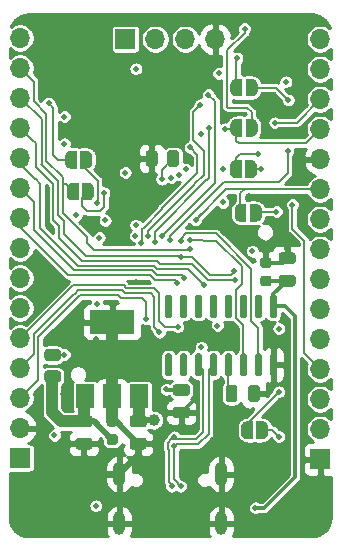
<source format=gbr>
%TF.GenerationSoftware,KiCad,Pcbnew,(5.1.12)-1*%
%TF.CreationDate,2022-08-03T23:35:14+02:00*%
%TF.ProjectId,stm32l-mcu-board,73746d33-326c-42d6-9d63-752d626f6172,rev?*%
%TF.SameCoordinates,Original*%
%TF.FileFunction,Copper,L4,Bot*%
%TF.FilePolarity,Positive*%
%FSLAX46Y46*%
G04 Gerber Fmt 4.6, Leading zero omitted, Abs format (unit mm)*
G04 Created by KiCad (PCBNEW (5.1.12)-1) date 2022-08-03 23:35:14*
%MOMM*%
%LPD*%
G01*
G04 APERTURE LIST*
%TA.AperFunction,SMDPad,CuDef*%
%ADD10C,0.100000*%
%TD*%
%TA.AperFunction,SMDPad,CuDef*%
%ADD11R,1.500000X2.000000*%
%TD*%
%TA.AperFunction,SMDPad,CuDef*%
%ADD12R,3.800000X2.000000*%
%TD*%
%TA.AperFunction,ComponentPad*%
%ADD13O,1.050000X2.100000*%
%TD*%
%TA.AperFunction,ComponentPad*%
%ADD14O,1.000000X2.000000*%
%TD*%
%TA.AperFunction,ComponentPad*%
%ADD15O,1.700000X1.700000*%
%TD*%
%TA.AperFunction,ComponentPad*%
%ADD16R,1.700000X1.700000*%
%TD*%
%TA.AperFunction,ViaPad*%
%ADD17C,0.500000*%
%TD*%
%TA.AperFunction,ViaPad*%
%ADD18C,1.000000*%
%TD*%
%TA.AperFunction,Conductor*%
%ADD19C,1.000000*%
%TD*%
%TA.AperFunction,Conductor*%
%ADD20C,0.500000*%
%TD*%
%TA.AperFunction,Conductor*%
%ADD21C,0.300000*%
%TD*%
%TA.AperFunction,Conductor*%
%ADD22C,0.200000*%
%TD*%
%TA.AperFunction,Conductor*%
%ADD23C,0.250000*%
%TD*%
%TA.AperFunction,Conductor*%
%ADD24C,0.254000*%
%TD*%
%TA.AperFunction,Conductor*%
%ADD25C,0.100000*%
%TD*%
G04 APERTURE END LIST*
%TA.AperFunction,SMDPad,CuDef*%
D10*
%TO.P,JP7,2*%
%TO.N,PB15*%
G36*
X92150000Y-71249398D02*
G01*
X92125466Y-71249398D01*
X92076635Y-71244588D01*
X92028510Y-71235016D01*
X91981555Y-71220772D01*
X91936222Y-71201995D01*
X91892949Y-71178864D01*
X91852150Y-71151604D01*
X91814221Y-71120476D01*
X91779524Y-71085779D01*
X91748396Y-71047850D01*
X91721136Y-71007051D01*
X91698005Y-70963778D01*
X91679228Y-70918445D01*
X91664984Y-70871490D01*
X91655412Y-70823365D01*
X91650602Y-70774534D01*
X91650602Y-70750000D01*
X91650000Y-70750000D01*
X91650000Y-70250000D01*
X91650602Y-70250000D01*
X91650602Y-70225466D01*
X91655412Y-70176635D01*
X91664984Y-70128510D01*
X91679228Y-70081555D01*
X91698005Y-70036222D01*
X91721136Y-69992949D01*
X91748396Y-69952150D01*
X91779524Y-69914221D01*
X91814221Y-69879524D01*
X91852150Y-69848396D01*
X91892949Y-69821136D01*
X91936222Y-69798005D01*
X91981555Y-69779228D01*
X92028510Y-69764984D01*
X92076635Y-69755412D01*
X92125466Y-69750602D01*
X92150000Y-69750602D01*
X92150000Y-69750000D01*
X92650000Y-69750000D01*
X92650000Y-71250000D01*
X92150000Y-71250000D01*
X92150000Y-71249398D01*
G37*
%TD.AperFunction*%
%TA.AperFunction,SMDPad,CuDef*%
%TO.P,JP7,1*%
%TO.N,INT2*%
G36*
X92950000Y-69750000D02*
G01*
X93450000Y-69750000D01*
X93450000Y-69750602D01*
X93474534Y-69750602D01*
X93523365Y-69755412D01*
X93571490Y-69764984D01*
X93618445Y-69779228D01*
X93663778Y-69798005D01*
X93707051Y-69821136D01*
X93747850Y-69848396D01*
X93785779Y-69879524D01*
X93820476Y-69914221D01*
X93851604Y-69952150D01*
X93878864Y-69992949D01*
X93901995Y-70036222D01*
X93920772Y-70081555D01*
X93935016Y-70128510D01*
X93944588Y-70176635D01*
X93949398Y-70225466D01*
X93949398Y-70250000D01*
X93950000Y-70250000D01*
X93950000Y-70750000D01*
X93949398Y-70750000D01*
X93949398Y-70774534D01*
X93944588Y-70823365D01*
X93935016Y-70871490D01*
X93920772Y-70918445D01*
X93901995Y-70963778D01*
X93878864Y-71007051D01*
X93851604Y-71047850D01*
X93820476Y-71085779D01*
X93785779Y-71120476D01*
X93747850Y-71151604D01*
X93707051Y-71178864D01*
X93663778Y-71201995D01*
X93618445Y-71220772D01*
X93571490Y-71235016D01*
X93523365Y-71244588D01*
X93474534Y-71249398D01*
X93450000Y-71249398D01*
X93450000Y-71250000D01*
X92950000Y-71250000D01*
X92950000Y-69750000D01*
G37*
%TD.AperFunction*%
%TD*%
%TA.AperFunction,SMDPad,CuDef*%
%TO.P,JP6,2*%
%TO.N,PB14*%
G36*
X92000000Y-68549398D02*
G01*
X91975466Y-68549398D01*
X91926635Y-68544588D01*
X91878510Y-68535016D01*
X91831555Y-68520772D01*
X91786222Y-68501995D01*
X91742949Y-68478864D01*
X91702150Y-68451604D01*
X91664221Y-68420476D01*
X91629524Y-68385779D01*
X91598396Y-68347850D01*
X91571136Y-68307051D01*
X91548005Y-68263778D01*
X91529228Y-68218445D01*
X91514984Y-68171490D01*
X91505412Y-68123365D01*
X91500602Y-68074534D01*
X91500602Y-68050000D01*
X91500000Y-68050000D01*
X91500000Y-67550000D01*
X91500602Y-67550000D01*
X91500602Y-67525466D01*
X91505412Y-67476635D01*
X91514984Y-67428510D01*
X91529228Y-67381555D01*
X91548005Y-67336222D01*
X91571136Y-67292949D01*
X91598396Y-67252150D01*
X91629524Y-67214221D01*
X91664221Y-67179524D01*
X91702150Y-67148396D01*
X91742949Y-67121136D01*
X91786222Y-67098005D01*
X91831555Y-67079228D01*
X91878510Y-67064984D01*
X91926635Y-67055412D01*
X91975466Y-67050602D01*
X92000000Y-67050602D01*
X92000000Y-67050000D01*
X92500000Y-67050000D01*
X92500000Y-68550000D01*
X92000000Y-68550000D01*
X92000000Y-68549398D01*
G37*
%TD.AperFunction*%
%TA.AperFunction,SMDPad,CuDef*%
%TO.P,JP6,1*%
%TO.N,INT1*%
G36*
X92800000Y-67050000D02*
G01*
X93300000Y-67050000D01*
X93300000Y-67050602D01*
X93324534Y-67050602D01*
X93373365Y-67055412D01*
X93421490Y-67064984D01*
X93468445Y-67079228D01*
X93513778Y-67098005D01*
X93557051Y-67121136D01*
X93597850Y-67148396D01*
X93635779Y-67179524D01*
X93670476Y-67214221D01*
X93701604Y-67252150D01*
X93728864Y-67292949D01*
X93751995Y-67336222D01*
X93770772Y-67381555D01*
X93785016Y-67428510D01*
X93794588Y-67476635D01*
X93799398Y-67525466D01*
X93799398Y-67550000D01*
X93800000Y-67550000D01*
X93800000Y-68050000D01*
X93799398Y-68050000D01*
X93799398Y-68074534D01*
X93794588Y-68123365D01*
X93785016Y-68171490D01*
X93770772Y-68218445D01*
X93751995Y-68263778D01*
X93728864Y-68307051D01*
X93701604Y-68347850D01*
X93670476Y-68385779D01*
X93635779Y-68420476D01*
X93597850Y-68451604D01*
X93557051Y-68478864D01*
X93513778Y-68501995D01*
X93468445Y-68520772D01*
X93421490Y-68535016D01*
X93373365Y-68544588D01*
X93324534Y-68549398D01*
X93300000Y-68549398D01*
X93300000Y-68550000D01*
X92800000Y-68550000D01*
X92800000Y-67050000D01*
G37*
%TD.AperFunction*%
%TD*%
%TA.AperFunction,SMDPad,CuDef*%
%TO.P,JP5,2*%
%TO.N,UBTN*%
G36*
X107650000Y-71550602D02*
G01*
X107674534Y-71550602D01*
X107723365Y-71555412D01*
X107771490Y-71564984D01*
X107818445Y-71579228D01*
X107863778Y-71598005D01*
X107907051Y-71621136D01*
X107947850Y-71648396D01*
X107985779Y-71679524D01*
X108020476Y-71714221D01*
X108051604Y-71752150D01*
X108078864Y-71792949D01*
X108101995Y-71836222D01*
X108120772Y-71881555D01*
X108135016Y-71928510D01*
X108144588Y-71976635D01*
X108149398Y-72025466D01*
X108149398Y-72050000D01*
X108150000Y-72050000D01*
X108150000Y-72550000D01*
X108149398Y-72550000D01*
X108149398Y-72574534D01*
X108144588Y-72623365D01*
X108135016Y-72671490D01*
X108120772Y-72718445D01*
X108101995Y-72763778D01*
X108078864Y-72807051D01*
X108051604Y-72847850D01*
X108020476Y-72885779D01*
X107985779Y-72920476D01*
X107947850Y-72951604D01*
X107907051Y-72978864D01*
X107863778Y-73001995D01*
X107818445Y-73020772D01*
X107771490Y-73035016D01*
X107723365Y-73044588D01*
X107674534Y-73049398D01*
X107650000Y-73049398D01*
X107650000Y-73050000D01*
X107150000Y-73050000D01*
X107150000Y-71550000D01*
X107650000Y-71550000D01*
X107650000Y-71550602D01*
G37*
%TD.AperFunction*%
%TA.AperFunction,SMDPad,CuDef*%
%TO.P,JP5,1*%
%TO.N,PA15*%
G36*
X106850000Y-73050000D02*
G01*
X106350000Y-73050000D01*
X106350000Y-73049398D01*
X106325466Y-73049398D01*
X106276635Y-73044588D01*
X106228510Y-73035016D01*
X106181555Y-73020772D01*
X106136222Y-73001995D01*
X106092949Y-72978864D01*
X106052150Y-72951604D01*
X106014221Y-72920476D01*
X105979524Y-72885779D01*
X105948396Y-72847850D01*
X105921136Y-72807051D01*
X105898005Y-72763778D01*
X105879228Y-72718445D01*
X105864984Y-72671490D01*
X105855412Y-72623365D01*
X105850602Y-72574534D01*
X105850602Y-72550000D01*
X105850000Y-72550000D01*
X105850000Y-72050000D01*
X105850602Y-72050000D01*
X105850602Y-72025466D01*
X105855412Y-71976635D01*
X105864984Y-71928510D01*
X105879228Y-71881555D01*
X105898005Y-71836222D01*
X105921136Y-71792949D01*
X105948396Y-71752150D01*
X105979524Y-71714221D01*
X106014221Y-71679524D01*
X106052150Y-71648396D01*
X106092949Y-71621136D01*
X106136222Y-71598005D01*
X106181555Y-71579228D01*
X106228510Y-71564984D01*
X106276635Y-71555412D01*
X106325466Y-71550602D01*
X106350000Y-71550602D01*
X106350000Y-71550000D01*
X106850000Y-71550000D01*
X106850000Y-73050000D01*
G37*
%TD.AperFunction*%
%TD*%
%TA.AperFunction,SMDPad,CuDef*%
%TO.P,JP4,2*%
%TO.N,DLED*%
G36*
X108200000Y-89950602D02*
G01*
X108224534Y-89950602D01*
X108273365Y-89955412D01*
X108321490Y-89964984D01*
X108368445Y-89979228D01*
X108413778Y-89998005D01*
X108457051Y-90021136D01*
X108497850Y-90048396D01*
X108535779Y-90079524D01*
X108570476Y-90114221D01*
X108601604Y-90152150D01*
X108628864Y-90192949D01*
X108651995Y-90236222D01*
X108670772Y-90281555D01*
X108685016Y-90328510D01*
X108694588Y-90376635D01*
X108699398Y-90425466D01*
X108699398Y-90450000D01*
X108700000Y-90450000D01*
X108700000Y-90950000D01*
X108699398Y-90950000D01*
X108699398Y-90974534D01*
X108694588Y-91023365D01*
X108685016Y-91071490D01*
X108670772Y-91118445D01*
X108651995Y-91163778D01*
X108628864Y-91207051D01*
X108601604Y-91247850D01*
X108570476Y-91285779D01*
X108535779Y-91320476D01*
X108497850Y-91351604D01*
X108457051Y-91378864D01*
X108413778Y-91401995D01*
X108368445Y-91420772D01*
X108321490Y-91435016D01*
X108273365Y-91444588D01*
X108224534Y-91449398D01*
X108200000Y-91449398D01*
X108200000Y-91450000D01*
X107700000Y-91450000D01*
X107700000Y-89950000D01*
X108200000Y-89950000D01*
X108200000Y-89950602D01*
G37*
%TD.AperFunction*%
%TA.AperFunction,SMDPad,CuDef*%
%TO.P,JP4,1*%
%TO.N,PB1*%
G36*
X107400000Y-91450000D02*
G01*
X106900000Y-91450000D01*
X106900000Y-91449398D01*
X106875466Y-91449398D01*
X106826635Y-91444588D01*
X106778510Y-91435016D01*
X106731555Y-91420772D01*
X106686222Y-91401995D01*
X106642949Y-91378864D01*
X106602150Y-91351604D01*
X106564221Y-91320476D01*
X106529524Y-91285779D01*
X106498396Y-91247850D01*
X106471136Y-91207051D01*
X106448005Y-91163778D01*
X106429228Y-91118445D01*
X106414984Y-91071490D01*
X106405412Y-91023365D01*
X106400602Y-90974534D01*
X106400602Y-90950000D01*
X106400000Y-90950000D01*
X106400000Y-90450000D01*
X106400602Y-90450000D01*
X106400602Y-90425466D01*
X106405412Y-90376635D01*
X106414984Y-90328510D01*
X106429228Y-90281555D01*
X106448005Y-90236222D01*
X106471136Y-90192949D01*
X106498396Y-90152150D01*
X106529524Y-90114221D01*
X106564221Y-90079524D01*
X106602150Y-90048396D01*
X106642949Y-90021136D01*
X106686222Y-89998005D01*
X106731555Y-89979228D01*
X106778510Y-89964984D01*
X106826635Y-89955412D01*
X106875466Y-89950602D01*
X106900000Y-89950602D01*
X106900000Y-89950000D01*
X107400000Y-89950000D01*
X107400000Y-91450000D01*
G37*
%TD.AperFunction*%
%TD*%
D11*
%TO.P,U7,1*%
%TO.N,Net-(C14-Pad1)*%
X97800000Y-87850000D03*
%TO.P,U7,3*%
%TO.N,+3V3*%
X93200000Y-87850000D03*
%TO.P,U7,2*%
%TO.N,GND*%
X95500000Y-87850000D03*
D12*
X95500000Y-81550000D03*
%TD*%
%TA.AperFunction,SMDPad,CuDef*%
D10*
%TO.P,JP3,2*%
%TO.N,Net-(D2-Pad2)*%
G36*
X106000000Y-62449398D02*
G01*
X105975466Y-62449398D01*
X105926635Y-62444588D01*
X105878510Y-62435016D01*
X105831555Y-62420772D01*
X105786222Y-62401995D01*
X105742949Y-62378864D01*
X105702150Y-62351604D01*
X105664221Y-62320476D01*
X105629524Y-62285779D01*
X105598396Y-62247850D01*
X105571136Y-62207051D01*
X105548005Y-62163778D01*
X105529228Y-62118445D01*
X105514984Y-62071490D01*
X105505412Y-62023365D01*
X105500602Y-61974534D01*
X105500602Y-61950000D01*
X105500000Y-61950000D01*
X105500000Y-61450000D01*
X105500602Y-61450000D01*
X105500602Y-61425466D01*
X105505412Y-61376635D01*
X105514984Y-61328510D01*
X105529228Y-61281555D01*
X105548005Y-61236222D01*
X105571136Y-61192949D01*
X105598396Y-61152150D01*
X105629524Y-61114221D01*
X105664221Y-61079524D01*
X105702150Y-61048396D01*
X105742949Y-61021136D01*
X105786222Y-60998005D01*
X105831555Y-60979228D01*
X105878510Y-60964984D01*
X105926635Y-60955412D01*
X105975466Y-60950602D01*
X106000000Y-60950602D01*
X106000000Y-60950000D01*
X106500000Y-60950000D01*
X106500000Y-62450000D01*
X106000000Y-62450000D01*
X106000000Y-62449398D01*
G37*
%TD.AperFunction*%
%TA.AperFunction,SMDPad,CuDef*%
%TO.P,JP3,1*%
%TO.N,PB0*%
G36*
X106800000Y-60950000D02*
G01*
X107300000Y-60950000D01*
X107300000Y-60950602D01*
X107324534Y-60950602D01*
X107373365Y-60955412D01*
X107421490Y-60964984D01*
X107468445Y-60979228D01*
X107513778Y-60998005D01*
X107557051Y-61021136D01*
X107597850Y-61048396D01*
X107635779Y-61079524D01*
X107670476Y-61114221D01*
X107701604Y-61152150D01*
X107728864Y-61192949D01*
X107751995Y-61236222D01*
X107770772Y-61281555D01*
X107785016Y-61328510D01*
X107794588Y-61376635D01*
X107799398Y-61425466D01*
X107799398Y-61450000D01*
X107800000Y-61450000D01*
X107800000Y-61950000D01*
X107799398Y-61950000D01*
X107799398Y-61974534D01*
X107794588Y-62023365D01*
X107785016Y-62071490D01*
X107770772Y-62118445D01*
X107751995Y-62163778D01*
X107728864Y-62207051D01*
X107701604Y-62247850D01*
X107670476Y-62285779D01*
X107635779Y-62320476D01*
X107597850Y-62351604D01*
X107557051Y-62378864D01*
X107513778Y-62401995D01*
X107468445Y-62420772D01*
X107421490Y-62435016D01*
X107373365Y-62444588D01*
X107324534Y-62449398D01*
X107300000Y-62449398D01*
X107300000Y-62450000D01*
X106800000Y-62450000D01*
X106800000Y-60950000D01*
G37*
%TD.AperFunction*%
%TD*%
%TA.AperFunction,SMDPad,CuDef*%
%TO.P,JP2,2*%
%TO.N,Net-(D1-Pad2)*%
G36*
X107300000Y-64350602D02*
G01*
X107324534Y-64350602D01*
X107373365Y-64355412D01*
X107421490Y-64364984D01*
X107468445Y-64379228D01*
X107513778Y-64398005D01*
X107557051Y-64421136D01*
X107597850Y-64448396D01*
X107635779Y-64479524D01*
X107670476Y-64514221D01*
X107701604Y-64552150D01*
X107728864Y-64592949D01*
X107751995Y-64636222D01*
X107770772Y-64681555D01*
X107785016Y-64728510D01*
X107794588Y-64776635D01*
X107799398Y-64825466D01*
X107799398Y-64850000D01*
X107800000Y-64850000D01*
X107800000Y-65350000D01*
X107799398Y-65350000D01*
X107799398Y-65374534D01*
X107794588Y-65423365D01*
X107785016Y-65471490D01*
X107770772Y-65518445D01*
X107751995Y-65563778D01*
X107728864Y-65607051D01*
X107701604Y-65647850D01*
X107670476Y-65685779D01*
X107635779Y-65720476D01*
X107597850Y-65751604D01*
X107557051Y-65778864D01*
X107513778Y-65801995D01*
X107468445Y-65820772D01*
X107421490Y-65835016D01*
X107373365Y-65844588D01*
X107324534Y-65849398D01*
X107300000Y-65849398D01*
X107300000Y-65850000D01*
X106800000Y-65850000D01*
X106800000Y-64350000D01*
X107300000Y-64350000D01*
X107300000Y-64350602D01*
G37*
%TD.AperFunction*%
%TA.AperFunction,SMDPad,CuDef*%
%TO.P,JP2,1*%
%TO.N,PC13*%
G36*
X106500000Y-65850000D02*
G01*
X106000000Y-65850000D01*
X106000000Y-65849398D01*
X105975466Y-65849398D01*
X105926635Y-65844588D01*
X105878510Y-65835016D01*
X105831555Y-65820772D01*
X105786222Y-65801995D01*
X105742949Y-65778864D01*
X105702150Y-65751604D01*
X105664221Y-65720476D01*
X105629524Y-65685779D01*
X105598396Y-65647850D01*
X105571136Y-65607051D01*
X105548005Y-65563778D01*
X105529228Y-65518445D01*
X105514984Y-65471490D01*
X105505412Y-65423365D01*
X105500602Y-65374534D01*
X105500602Y-65350000D01*
X105500000Y-65350000D01*
X105500000Y-64850000D01*
X105500602Y-64850000D01*
X105500602Y-64825466D01*
X105505412Y-64776635D01*
X105514984Y-64728510D01*
X105529228Y-64681555D01*
X105548005Y-64636222D01*
X105571136Y-64592949D01*
X105598396Y-64552150D01*
X105629524Y-64514221D01*
X105664221Y-64479524D01*
X105702150Y-64448396D01*
X105742949Y-64421136D01*
X105786222Y-64398005D01*
X105831555Y-64379228D01*
X105878510Y-64364984D01*
X105926635Y-64355412D01*
X105975466Y-64350602D01*
X106000000Y-64350602D01*
X106000000Y-64350000D01*
X106500000Y-64350000D01*
X106500000Y-65850000D01*
G37*
%TD.AperFunction*%
%TD*%
%TA.AperFunction,SMDPad,CuDef*%
%TO.P,JP1,2*%
%TO.N,PA8*%
G36*
X107250000Y-67850602D02*
G01*
X107274534Y-67850602D01*
X107323365Y-67855412D01*
X107371490Y-67864984D01*
X107418445Y-67879228D01*
X107463778Y-67898005D01*
X107507051Y-67921136D01*
X107547850Y-67948396D01*
X107585779Y-67979524D01*
X107620476Y-68014221D01*
X107651604Y-68052150D01*
X107678864Y-68092949D01*
X107701995Y-68136222D01*
X107720772Y-68181555D01*
X107735016Y-68228510D01*
X107744588Y-68276635D01*
X107749398Y-68325466D01*
X107749398Y-68350000D01*
X107750000Y-68350000D01*
X107750000Y-68850000D01*
X107749398Y-68850000D01*
X107749398Y-68874534D01*
X107744588Y-68923365D01*
X107735016Y-68971490D01*
X107720772Y-69018445D01*
X107701995Y-69063778D01*
X107678864Y-69107051D01*
X107651604Y-69147850D01*
X107620476Y-69185779D01*
X107585779Y-69220476D01*
X107547850Y-69251604D01*
X107507051Y-69278864D01*
X107463778Y-69301995D01*
X107418445Y-69320772D01*
X107371490Y-69335016D01*
X107323365Y-69344588D01*
X107274534Y-69349398D01*
X107250000Y-69349398D01*
X107250000Y-69350000D01*
X106750000Y-69350000D01*
X106750000Y-67850000D01*
X107250000Y-67850000D01*
X107250000Y-67850602D01*
G37*
%TD.AperFunction*%
%TA.AperFunction,SMDPad,CuDef*%
%TO.P,JP1,1*%
%TO.N,MEM_RST*%
G36*
X106450000Y-69350000D02*
G01*
X105950000Y-69350000D01*
X105950000Y-69349398D01*
X105925466Y-69349398D01*
X105876635Y-69344588D01*
X105828510Y-69335016D01*
X105781555Y-69320772D01*
X105736222Y-69301995D01*
X105692949Y-69278864D01*
X105652150Y-69251604D01*
X105614221Y-69220476D01*
X105579524Y-69185779D01*
X105548396Y-69147850D01*
X105521136Y-69107051D01*
X105498005Y-69063778D01*
X105479228Y-69018445D01*
X105464984Y-68971490D01*
X105455412Y-68923365D01*
X105450602Y-68874534D01*
X105450602Y-68850000D01*
X105450000Y-68850000D01*
X105450000Y-68350000D01*
X105450602Y-68350000D01*
X105450602Y-68325466D01*
X105455412Y-68276635D01*
X105464984Y-68228510D01*
X105479228Y-68181555D01*
X105498005Y-68136222D01*
X105521136Y-68092949D01*
X105548396Y-68052150D01*
X105579524Y-68014221D01*
X105614221Y-67979524D01*
X105652150Y-67948396D01*
X105692949Y-67921136D01*
X105736222Y-67898005D01*
X105781555Y-67879228D01*
X105828510Y-67864984D01*
X105876635Y-67855412D01*
X105925466Y-67850602D01*
X105950000Y-67850602D01*
X105950000Y-67850000D01*
X106450000Y-67850000D01*
X106450000Y-69350000D01*
G37*
%TD.AperFunction*%
%TD*%
%TO.P,C11,2*%
%TO.N,GND*%
%TA.AperFunction,SMDPad,CuDef*%
G36*
G01*
X100875000Y-88700000D02*
X101825000Y-88700000D01*
G75*
G02*
X102075000Y-88950000I0J-250000D01*
G01*
X102075000Y-89450000D01*
G75*
G02*
X101825000Y-89700000I-250000J0D01*
G01*
X100875000Y-89700000D01*
G75*
G02*
X100625000Y-89450000I0J250000D01*
G01*
X100625000Y-88950000D01*
G75*
G02*
X100875000Y-88700000I250000J0D01*
G01*
G37*
%TD.AperFunction*%
%TO.P,C11,1*%
%TO.N,+3V3*%
%TA.AperFunction,SMDPad,CuDef*%
G36*
G01*
X100875000Y-86800000D02*
X101825000Y-86800000D01*
G75*
G02*
X102075000Y-87050000I0J-250000D01*
G01*
X102075000Y-87550000D01*
G75*
G02*
X101825000Y-87800000I-250000J0D01*
G01*
X100875000Y-87800000D01*
G75*
G02*
X100625000Y-87550000I0J250000D01*
G01*
X100625000Y-87050000D01*
G75*
G02*
X100875000Y-86800000I250000J0D01*
G01*
G37*
%TD.AperFunction*%
%TD*%
%TO.P,C13,2*%
%TO.N,GND*%
%TA.AperFunction,SMDPad,CuDef*%
G36*
G01*
X108750000Y-76975000D02*
X108250000Y-76975000D01*
G75*
G02*
X108025000Y-76750000I0J225000D01*
G01*
X108025000Y-76300000D01*
G75*
G02*
X108250000Y-76075000I225000J0D01*
G01*
X108750000Y-76075000D01*
G75*
G02*
X108975000Y-76300000I0J-225000D01*
G01*
X108975000Y-76750000D01*
G75*
G02*
X108750000Y-76975000I-225000J0D01*
G01*
G37*
%TD.AperFunction*%
%TO.P,C13,1*%
%TO.N,VBUS*%
%TA.AperFunction,SMDPad,CuDef*%
G36*
G01*
X108750000Y-78525000D02*
X108250000Y-78525000D01*
G75*
G02*
X108025000Y-78300000I0J225000D01*
G01*
X108025000Y-77850000D01*
G75*
G02*
X108250000Y-77625000I225000J0D01*
G01*
X108750000Y-77625000D01*
G75*
G02*
X108975000Y-77850000I0J-225000D01*
G01*
X108975000Y-78300000D01*
G75*
G02*
X108750000Y-78525000I-225000J0D01*
G01*
G37*
%TD.AperFunction*%
%TD*%
D13*
%TO.P,J1,G4*%
%TO.N,GND*%
X104720000Y-94420000D03*
%TO.P,J1,G3*%
X96080000Y-94420000D03*
D14*
%TO.P,J1,G2*%
X104720000Y-98600000D03*
%TO.P,J1,G1*%
X96080000Y-98600000D03*
%TD*%
%TO.P,U6,16*%
%TO.N,VBUS*%
%TA.AperFunction,SMDPad,CuDef*%
G36*
G01*
X109295000Y-81200000D02*
X108995000Y-81200000D01*
G75*
G02*
X108845000Y-81050000I0J150000D01*
G01*
X108845000Y-79400000D01*
G75*
G02*
X108995000Y-79250000I150000J0D01*
G01*
X109295000Y-79250000D01*
G75*
G02*
X109445000Y-79400000I0J-150000D01*
G01*
X109445000Y-81050000D01*
G75*
G02*
X109295000Y-81200000I-150000J0D01*
G01*
G37*
%TD.AperFunction*%
%TO.P,U6,15*%
%TO.N,Net-(U6-Pad15)*%
%TA.AperFunction,SMDPad,CuDef*%
G36*
G01*
X108025000Y-81200000D02*
X107725000Y-81200000D01*
G75*
G02*
X107575000Y-81050000I0J150000D01*
G01*
X107575000Y-79400000D01*
G75*
G02*
X107725000Y-79250000I150000J0D01*
G01*
X108025000Y-79250000D01*
G75*
G02*
X108175000Y-79400000I0J-150000D01*
G01*
X108175000Y-81050000D01*
G75*
G02*
X108025000Y-81200000I-150000J0D01*
G01*
G37*
%TD.AperFunction*%
%TO.P,U6,14*%
%TO.N,Net-(U6-Pad14)*%
%TA.AperFunction,SMDPad,CuDef*%
G36*
G01*
X106755000Y-81200000D02*
X106455000Y-81200000D01*
G75*
G02*
X106305000Y-81050000I0J150000D01*
G01*
X106305000Y-79400000D01*
G75*
G02*
X106455000Y-79250000I150000J0D01*
G01*
X106755000Y-79250000D01*
G75*
G02*
X106905000Y-79400000I0J-150000D01*
G01*
X106905000Y-81050000D01*
G75*
G02*
X106755000Y-81200000I-150000J0D01*
G01*
G37*
%TD.AperFunction*%
%TO.P,U6,13*%
%TO.N,Net-(U6-Pad13)*%
%TA.AperFunction,SMDPad,CuDef*%
G36*
G01*
X105485000Y-81200000D02*
X105185000Y-81200000D01*
G75*
G02*
X105035000Y-81050000I0J150000D01*
G01*
X105035000Y-79400000D01*
G75*
G02*
X105185000Y-79250000I150000J0D01*
G01*
X105485000Y-79250000D01*
G75*
G02*
X105635000Y-79400000I0J-150000D01*
G01*
X105635000Y-81050000D01*
G75*
G02*
X105485000Y-81200000I-150000J0D01*
G01*
G37*
%TD.AperFunction*%
%TO.P,U6,12*%
%TO.N,Net-(U6-Pad12)*%
%TA.AperFunction,SMDPad,CuDef*%
G36*
G01*
X104215000Y-81200000D02*
X103915000Y-81200000D01*
G75*
G02*
X103765000Y-81050000I0J150000D01*
G01*
X103765000Y-79400000D01*
G75*
G02*
X103915000Y-79250000I150000J0D01*
G01*
X104215000Y-79250000D01*
G75*
G02*
X104365000Y-79400000I0J-150000D01*
G01*
X104365000Y-81050000D01*
G75*
G02*
X104215000Y-81200000I-150000J0D01*
G01*
G37*
%TD.AperFunction*%
%TO.P,U6,11*%
%TO.N,Net-(U6-Pad11)*%
%TA.AperFunction,SMDPad,CuDef*%
G36*
G01*
X102945000Y-81200000D02*
X102645000Y-81200000D01*
G75*
G02*
X102495000Y-81050000I0J150000D01*
G01*
X102495000Y-79400000D01*
G75*
G02*
X102645000Y-79250000I150000J0D01*
G01*
X102945000Y-79250000D01*
G75*
G02*
X103095000Y-79400000I0J-150000D01*
G01*
X103095000Y-81050000D01*
G75*
G02*
X102945000Y-81200000I-150000J0D01*
G01*
G37*
%TD.AperFunction*%
%TO.P,U6,10*%
%TO.N,Net-(U6-Pad10)*%
%TA.AperFunction,SMDPad,CuDef*%
G36*
G01*
X101675000Y-81200000D02*
X101375000Y-81200000D01*
G75*
G02*
X101225000Y-81050000I0J150000D01*
G01*
X101225000Y-79400000D01*
G75*
G02*
X101375000Y-79250000I150000J0D01*
G01*
X101675000Y-79250000D01*
G75*
G02*
X101825000Y-79400000I0J-150000D01*
G01*
X101825000Y-81050000D01*
G75*
G02*
X101675000Y-81200000I-150000J0D01*
G01*
G37*
%TD.AperFunction*%
%TO.P,U6,9*%
%TO.N,Net-(U6-Pad9)*%
%TA.AperFunction,SMDPad,CuDef*%
G36*
G01*
X100405000Y-81200000D02*
X100105000Y-81200000D01*
G75*
G02*
X99955000Y-81050000I0J150000D01*
G01*
X99955000Y-79400000D01*
G75*
G02*
X100105000Y-79250000I150000J0D01*
G01*
X100405000Y-79250000D01*
G75*
G02*
X100555000Y-79400000I0J-150000D01*
G01*
X100555000Y-81050000D01*
G75*
G02*
X100405000Y-81200000I-150000J0D01*
G01*
G37*
%TD.AperFunction*%
%TO.P,U6,8*%
%TO.N,Net-(U6-Pad8)*%
%TA.AperFunction,SMDPad,CuDef*%
G36*
G01*
X100405000Y-86150000D02*
X100105000Y-86150000D01*
G75*
G02*
X99955000Y-86000000I0J150000D01*
G01*
X99955000Y-84350000D01*
G75*
G02*
X100105000Y-84200000I150000J0D01*
G01*
X100405000Y-84200000D01*
G75*
G02*
X100555000Y-84350000I0J-150000D01*
G01*
X100555000Y-86000000D01*
G75*
G02*
X100405000Y-86150000I-150000J0D01*
G01*
G37*
%TD.AperFunction*%
%TO.P,U6,7*%
%TO.N,Net-(U6-Pad7)*%
%TA.AperFunction,SMDPad,CuDef*%
G36*
G01*
X101675000Y-86150000D02*
X101375000Y-86150000D01*
G75*
G02*
X101225000Y-86000000I0J150000D01*
G01*
X101225000Y-84350000D01*
G75*
G02*
X101375000Y-84200000I150000J0D01*
G01*
X101675000Y-84200000D01*
G75*
G02*
X101825000Y-84350000I0J-150000D01*
G01*
X101825000Y-86000000D01*
G75*
G02*
X101675000Y-86150000I-150000J0D01*
G01*
G37*
%TD.AperFunction*%
%TO.P,U6,6*%
%TO.N,D-*%
%TA.AperFunction,SMDPad,CuDef*%
G36*
G01*
X102945000Y-86150000D02*
X102645000Y-86150000D01*
G75*
G02*
X102495000Y-86000000I0J150000D01*
G01*
X102495000Y-84350000D01*
G75*
G02*
X102645000Y-84200000I150000J0D01*
G01*
X102945000Y-84200000D01*
G75*
G02*
X103095000Y-84350000I0J-150000D01*
G01*
X103095000Y-86000000D01*
G75*
G02*
X102945000Y-86150000I-150000J0D01*
G01*
G37*
%TD.AperFunction*%
%TO.P,U6,5*%
%TO.N,D+*%
%TA.AperFunction,SMDPad,CuDef*%
G36*
G01*
X104215000Y-86150000D02*
X103915000Y-86150000D01*
G75*
G02*
X103765000Y-86000000I0J150000D01*
G01*
X103765000Y-84350000D01*
G75*
G02*
X103915000Y-84200000I150000J0D01*
G01*
X104215000Y-84200000D01*
G75*
G02*
X104365000Y-84350000I0J-150000D01*
G01*
X104365000Y-86000000D01*
G75*
G02*
X104215000Y-86150000I-150000J0D01*
G01*
G37*
%TD.AperFunction*%
%TO.P,U6,4*%
%TO.N,Net-(C15-Pad1)*%
%TA.AperFunction,SMDPad,CuDef*%
G36*
G01*
X105485000Y-86150000D02*
X105185000Y-86150000D01*
G75*
G02*
X105035000Y-86000000I0J150000D01*
G01*
X105035000Y-84350000D01*
G75*
G02*
X105185000Y-84200000I150000J0D01*
G01*
X105485000Y-84200000D01*
G75*
G02*
X105635000Y-84350000I0J-150000D01*
G01*
X105635000Y-86000000D01*
G75*
G02*
X105485000Y-86150000I-150000J0D01*
G01*
G37*
%TD.AperFunction*%
%TO.P,U6,3*%
%TO.N,PB6_UART1_TX*%
%TA.AperFunction,SMDPad,CuDef*%
G36*
G01*
X106755000Y-86150000D02*
X106455000Y-86150000D01*
G75*
G02*
X106305000Y-86000000I0J150000D01*
G01*
X106305000Y-84350000D01*
G75*
G02*
X106455000Y-84200000I150000J0D01*
G01*
X106755000Y-84200000D01*
G75*
G02*
X106905000Y-84350000I0J-150000D01*
G01*
X106905000Y-86000000D01*
G75*
G02*
X106755000Y-86150000I-150000J0D01*
G01*
G37*
%TD.AperFunction*%
%TO.P,U6,2*%
%TO.N,PB7_UART1_RX*%
%TA.AperFunction,SMDPad,CuDef*%
G36*
G01*
X108025000Y-86150000D02*
X107725000Y-86150000D01*
G75*
G02*
X107575000Y-86000000I0J150000D01*
G01*
X107575000Y-84350000D01*
G75*
G02*
X107725000Y-84200000I150000J0D01*
G01*
X108025000Y-84200000D01*
G75*
G02*
X108175000Y-84350000I0J-150000D01*
G01*
X108175000Y-86000000D01*
G75*
G02*
X108025000Y-86150000I-150000J0D01*
G01*
G37*
%TD.AperFunction*%
%TO.P,U6,1*%
%TO.N,GND*%
%TA.AperFunction,SMDPad,CuDef*%
G36*
G01*
X109295000Y-86150000D02*
X108995000Y-86150000D01*
G75*
G02*
X108845000Y-86000000I0J150000D01*
G01*
X108845000Y-84350000D01*
G75*
G02*
X108995000Y-84200000I150000J0D01*
G01*
X109295000Y-84200000D01*
G75*
G02*
X109445000Y-84350000I0J-150000D01*
G01*
X109445000Y-86000000D01*
G75*
G02*
X109295000Y-86150000I-150000J0D01*
G01*
G37*
%TD.AperFunction*%
%TD*%
%TO.P,C15,2*%
%TO.N,GND*%
%TA.AperFunction,SMDPad,CuDef*%
G36*
G01*
X107000000Y-88075000D02*
X107000000Y-87125000D01*
G75*
G02*
X107250000Y-86875000I250000J0D01*
G01*
X107750000Y-86875000D01*
G75*
G02*
X108000000Y-87125000I0J-250000D01*
G01*
X108000000Y-88075000D01*
G75*
G02*
X107750000Y-88325000I-250000J0D01*
G01*
X107250000Y-88325000D01*
G75*
G02*
X107000000Y-88075000I0J250000D01*
G01*
G37*
%TD.AperFunction*%
%TO.P,C15,1*%
%TO.N,Net-(C15-Pad1)*%
%TA.AperFunction,SMDPad,CuDef*%
G36*
G01*
X105100000Y-88075000D02*
X105100000Y-87125000D01*
G75*
G02*
X105350000Y-86875000I250000J0D01*
G01*
X105850000Y-86875000D01*
G75*
G02*
X106100000Y-87125000I0J-250000D01*
G01*
X106100000Y-88075000D01*
G75*
G02*
X105850000Y-88325000I-250000J0D01*
G01*
X105350000Y-88325000D01*
G75*
G02*
X105100000Y-88075000I0J250000D01*
G01*
G37*
%TD.AperFunction*%
%TD*%
%TO.P,C12,2*%
%TO.N,VBUS*%
%TA.AperFunction,SMDPad,CuDef*%
G36*
G01*
X109825000Y-77550000D02*
X110775000Y-77550000D01*
G75*
G02*
X111025000Y-77800000I0J-250000D01*
G01*
X111025000Y-78300000D01*
G75*
G02*
X110775000Y-78550000I-250000J0D01*
G01*
X109825000Y-78550000D01*
G75*
G02*
X109575000Y-78300000I0J250000D01*
G01*
X109575000Y-77800000D01*
G75*
G02*
X109825000Y-77550000I250000J0D01*
G01*
G37*
%TD.AperFunction*%
%TO.P,C12,1*%
%TO.N,GND*%
%TA.AperFunction,SMDPad,CuDef*%
G36*
G01*
X109825000Y-75650000D02*
X110775000Y-75650000D01*
G75*
G02*
X111025000Y-75900000I0J-250000D01*
G01*
X111025000Y-76400000D01*
G75*
G02*
X110775000Y-76650000I-250000J0D01*
G01*
X109825000Y-76650000D01*
G75*
G02*
X109575000Y-76400000I0J250000D01*
G01*
X109575000Y-75900000D01*
G75*
G02*
X109825000Y-75650000I250000J0D01*
G01*
G37*
%TD.AperFunction*%
%TD*%
%TO.P,R4,2*%
%TO.N,GND*%
%TA.AperFunction,SMDPad,CuDef*%
G36*
G01*
X99337500Y-67249998D02*
X99337500Y-68150002D01*
G75*
G02*
X99087502Y-68400000I-249998J0D01*
G01*
X98562498Y-68400000D01*
G75*
G02*
X98312500Y-68150002I0J249998D01*
G01*
X98312500Y-67249998D01*
G75*
G02*
X98562498Y-67000000I249998J0D01*
G01*
X99087502Y-67000000D01*
G75*
G02*
X99337500Y-67249998I0J-249998D01*
G01*
G37*
%TD.AperFunction*%
%TO.P,R4,1*%
%TO.N,Net-(R4-Pad1)*%
%TA.AperFunction,SMDPad,CuDef*%
G36*
G01*
X101162500Y-67249998D02*
X101162500Y-68150002D01*
G75*
G02*
X100912502Y-68400000I-249998J0D01*
G01*
X100387498Y-68400000D01*
G75*
G02*
X100137500Y-68150002I0J249998D01*
G01*
X100137500Y-67249998D01*
G75*
G02*
X100387498Y-67000000I249998J0D01*
G01*
X100912502Y-67000000D01*
G75*
G02*
X101162500Y-67249998I0J-249998D01*
G01*
G37*
%TD.AperFunction*%
%TD*%
%TO.P,R2,2*%
%TO.N,Net-(C3-Pad1)*%
%TA.AperFunction,SMDPad,CuDef*%
G36*
G01*
X90900002Y-84850000D02*
X89999998Y-84850000D01*
G75*
G02*
X89750000Y-84600002I0J249998D01*
G01*
X89750000Y-84074998D01*
G75*
G02*
X89999998Y-83825000I249998J0D01*
G01*
X90900002Y-83825000D01*
G75*
G02*
X91150000Y-84074998I0J-249998D01*
G01*
X91150000Y-84600002D01*
G75*
G02*
X90900002Y-84850000I-249998J0D01*
G01*
G37*
%TD.AperFunction*%
%TO.P,R2,1*%
%TO.N,+3V3*%
%TA.AperFunction,SMDPad,CuDef*%
G36*
G01*
X90900002Y-86675000D02*
X89999998Y-86675000D01*
G75*
G02*
X89750000Y-86425002I0J249998D01*
G01*
X89750000Y-85899998D01*
G75*
G02*
X89999998Y-85650000I249998J0D01*
G01*
X90900002Y-85650000D01*
G75*
G02*
X91150000Y-85899998I0J-249998D01*
G01*
X91150000Y-86425002D01*
G75*
G02*
X90900002Y-86675000I-249998J0D01*
G01*
G37*
%TD.AperFunction*%
%TD*%
D15*
%TO.P,J4,15*%
%TO.N,+3V3*%
X113100000Y-57600000D03*
%TO.P,J4,14*%
%TO.N,PC15*%
X113100000Y-60140000D03*
%TO.P,J4,13*%
%TO.N,PC14*%
X113100000Y-62680000D03*
%TO.P,J4,12*%
%TO.N,PC13*%
X113100000Y-65220000D03*
%TO.P,J4,11*%
%TO.N,GND*%
X113100000Y-67760000D03*
%TO.P,J4,10*%
%TO.N,PA15*%
X113100000Y-70300000D03*
%TO.P,J4,9*%
%TO.N,PA12_USB_DP*%
X113100000Y-72840000D03*
%TO.P,J4,8*%
%TO.N,PA11_USB_DM*%
X113100000Y-75380000D03*
%TO.P,J4,7*%
%TO.N,GND*%
X113100000Y-77920000D03*
%TO.P,J4,6*%
%TO.N,PA10*%
X113100000Y-80460000D03*
%TO.P,J4,5*%
%TO.N,PA9*%
X113100000Y-83000000D03*
%TO.P,J4,4*%
%TO.N,PA8*%
X113100000Y-85540000D03*
%TO.P,J4,3*%
%TO.N,PA3*%
X113100000Y-88080000D03*
%TO.P,J4,2*%
%TO.N,PA2*%
X113100000Y-90620000D03*
D16*
%TO.P,J4,1*%
%TO.N,GND*%
X113100000Y-93160000D03*
%TD*%
D15*
%TO.P,J3,15*%
%TO.N,+3V3*%
X87700000Y-57500000D03*
%TO.P,J3,14*%
%TO.N,PB15*%
X87700000Y-60040000D03*
%TO.P,J3,13*%
%TO.N,PB14*%
X87700000Y-62580000D03*
%TO.P,J3,12*%
%TO.N,PB13*%
X87700000Y-65120000D03*
%TO.P,J3,11*%
%TO.N,PB12*%
X87700000Y-67660000D03*
%TO.P,J3,10*%
%TO.N,PB11*%
X87700000Y-70200000D03*
%TO.P,J3,9*%
%TO.N,PB10*%
X87700000Y-72740000D03*
%TO.P,J3,8*%
%TO.N,PB5*%
X87700000Y-75280000D03*
%TO.P,J3,7*%
%TO.N,PB4*%
X87700000Y-77820000D03*
%TO.P,J3,6*%
%TO.N,PB3*%
X87700000Y-80360000D03*
%TO.P,J3,5*%
%TO.N,PB2*%
X87700000Y-82900000D03*
%TO.P,J3,4*%
%TO.N,PB1*%
X87700000Y-85440000D03*
%TO.P,J3,3*%
%TO.N,PB0*%
X87700000Y-87980000D03*
%TO.P,J3,2*%
%TO.N,GND*%
X87700000Y-90520000D03*
D16*
%TO.P,J3,1*%
%TO.N,+5V*%
X87700000Y-93060000D03*
%TD*%
D15*
%TO.P,J2,4*%
%TO.N,GND*%
X104220000Y-57600000D03*
%TO.P,J2,3*%
%TO.N,PA14_SWCLK*%
X101680000Y-57600000D03*
%TO.P,J2,2*%
%TO.N,PA13_SWDIO*%
X99140000Y-57600000D03*
D16*
%TO.P,J2,1*%
%TO.N,+3V3*%
X96600000Y-57600000D03*
%TD*%
%TO.P,C17,2*%
%TO.N,GND*%
%TA.AperFunction,SMDPad,CuDef*%
G36*
G01*
X95750000Y-90400000D02*
X95250000Y-90400000D01*
G75*
G02*
X95025000Y-90175000I0J225000D01*
G01*
X95025000Y-89725000D01*
G75*
G02*
X95250000Y-89500000I225000J0D01*
G01*
X95750000Y-89500000D01*
G75*
G02*
X95975000Y-89725000I0J-225000D01*
G01*
X95975000Y-90175000D01*
G75*
G02*
X95750000Y-90400000I-225000J0D01*
G01*
G37*
%TD.AperFunction*%
%TO.P,C17,1*%
%TO.N,+3V3*%
%TA.AperFunction,SMDPad,CuDef*%
G36*
G01*
X95750000Y-91950000D02*
X95250000Y-91950000D01*
G75*
G02*
X95025000Y-91725000I0J225000D01*
G01*
X95025000Y-91275000D01*
G75*
G02*
X95250000Y-91050000I225000J0D01*
G01*
X95750000Y-91050000D01*
G75*
G02*
X95975000Y-91275000I0J-225000D01*
G01*
X95975000Y-91725000D01*
G75*
G02*
X95750000Y-91950000I-225000J0D01*
G01*
G37*
%TD.AperFunction*%
%TD*%
%TO.P,C16,2*%
%TO.N,GND*%
%TA.AperFunction,SMDPad,CuDef*%
G36*
G01*
X92625000Y-91350000D02*
X93575000Y-91350000D01*
G75*
G02*
X93825000Y-91600000I0J-250000D01*
G01*
X93825000Y-92100000D01*
G75*
G02*
X93575000Y-92350000I-250000J0D01*
G01*
X92625000Y-92350000D01*
G75*
G02*
X92375000Y-92100000I0J250000D01*
G01*
X92375000Y-91600000D01*
G75*
G02*
X92625000Y-91350000I250000J0D01*
G01*
G37*
%TD.AperFunction*%
%TO.P,C16,1*%
%TO.N,+3V3*%
%TA.AperFunction,SMDPad,CuDef*%
G36*
G01*
X92625000Y-89450000D02*
X93575000Y-89450000D01*
G75*
G02*
X93825000Y-89700000I0J-250000D01*
G01*
X93825000Y-90200000D01*
G75*
G02*
X93575000Y-90450000I-250000J0D01*
G01*
X92625000Y-90450000D01*
G75*
G02*
X92375000Y-90200000I0J250000D01*
G01*
X92375000Y-89700000D01*
G75*
G02*
X92625000Y-89450000I250000J0D01*
G01*
G37*
%TD.AperFunction*%
%TD*%
%TO.P,C14,2*%
%TO.N,GND*%
%TA.AperFunction,SMDPad,CuDef*%
G36*
G01*
X97225000Y-91350000D02*
X98175000Y-91350000D01*
G75*
G02*
X98425000Y-91600000I0J-250000D01*
G01*
X98425000Y-92100000D01*
G75*
G02*
X98175000Y-92350000I-250000J0D01*
G01*
X97225000Y-92350000D01*
G75*
G02*
X96975000Y-92100000I0J250000D01*
G01*
X96975000Y-91600000D01*
G75*
G02*
X97225000Y-91350000I250000J0D01*
G01*
G37*
%TD.AperFunction*%
%TO.P,C14,1*%
%TO.N,Net-(C14-Pad1)*%
%TA.AperFunction,SMDPad,CuDef*%
G36*
G01*
X97225000Y-89450000D02*
X98175000Y-89450000D01*
G75*
G02*
X98425000Y-89700000I0J-250000D01*
G01*
X98425000Y-90200000D01*
G75*
G02*
X98175000Y-90450000I-250000J0D01*
G01*
X97225000Y-90450000D01*
G75*
G02*
X96975000Y-90200000I0J250000D01*
G01*
X96975000Y-89700000D01*
G75*
G02*
X97225000Y-89450000I250000J0D01*
G01*
G37*
%TD.AperFunction*%
%TD*%
D17*
%TO.N,GND*%
X95500000Y-85300000D03*
X94400000Y-68250000D03*
X94300000Y-65300000D03*
X90100000Y-77750000D03*
X94100000Y-58700000D03*
X98050000Y-72750000D03*
X105654265Y-73460663D03*
X91350000Y-87650000D03*
X97500000Y-78150000D03*
X105600000Y-81750000D03*
X107100000Y-70900000D03*
X95500000Y-85900000D03*
X95500000Y-84750000D03*
X95500000Y-84150000D03*
X95500000Y-86500000D03*
X95500000Y-88900000D03*
X109150000Y-86600000D03*
X108500000Y-87600000D03*
X102500000Y-88100000D03*
X95500000Y-83600000D03*
X95500000Y-83050000D03*
X94150000Y-82950000D03*
X103450000Y-61050000D03*
X106800000Y-58600000D03*
X106050000Y-83200000D03*
X110250000Y-75350000D03*
X90850000Y-94500000D03*
X91100000Y-81900000D03*
X102450000Y-81700000D03*
X96800000Y-67700000D03*
X94600000Y-69100000D03*
X105800000Y-89400000D03*
X94800000Y-60300000D03*
X90350000Y-73650000D03*
%TO.N,+3V3*%
X92450000Y-72500000D03*
X110200000Y-61200000D03*
X103000000Y-65650000D03*
X91450000Y-64150000D03*
X91450000Y-66450000D03*
X94900000Y-72950000D03*
X107350000Y-75550000D03*
X100050000Y-87250000D03*
X94200000Y-80000000D03*
X104400000Y-81850000D03*
X104850000Y-68550000D03*
X93100000Y-89150000D03*
X90399999Y-87750001D03*
X90399999Y-88600001D03*
X90550000Y-89350000D03*
X91200000Y-89950000D03*
X92150000Y-89950000D03*
X109600000Y-82100000D03*
X94100000Y-97100000D03*
X103025000Y-83675000D03*
X104875000Y-71425000D03*
X97500000Y-60100000D03*
X96600000Y-68900000D03*
%TO.N,PB1*%
X99493943Y-82400000D03*
X109600000Y-87450000D03*
%TO.N,PA4_SPI1_NSS*%
X102083058Y-66766942D03*
X97950000Y-74850000D03*
%TO.N,DI*%
X99700000Y-74300000D03*
%TO.N,DO*%
X99100000Y-74800000D03*
X103650000Y-65081270D03*
%TO.N,DI*%
X103629460Y-62285880D03*
%TO.N,CLK*%
X102950000Y-63150000D03*
X98564284Y-74250000D03*
%TO.N,VBUS*%
X107623074Y-97276926D03*
%TO.N,PB7_UART1_RX*%
X101300000Y-74650000D03*
%TO.N,PB6_UART1_TX*%
X102050000Y-74600000D03*
D18*
%TO.N,Net-(C14-Pad1)*%
X99000000Y-89850000D03*
D17*
X90600000Y-91150000D03*
%TO.N,D-*%
X100750000Y-91275000D03*
X100525000Y-95450000D03*
%TO.N,D+*%
X100750000Y-92025000D03*
X101275000Y-95450000D03*
%TO.N,PB0*%
X100350000Y-74600000D03*
X98365430Y-81287612D03*
X110350000Y-67100000D03*
X110400000Y-62750000D03*
%TO.N,PC13*%
X97500000Y-73350000D03*
X105038909Y-65188909D03*
%TO.N,PB15*%
X102100000Y-75400000D03*
%TO.N,PB14*%
X101300000Y-76000000D03*
X105806294Y-77206294D03*
X90100000Y-63000000D03*
%TO.N,PB13*%
X105900000Y-77950000D03*
%TO.N,PB12*%
X103250000Y-78400000D03*
%TO.N,PB11*%
X101600000Y-77800000D03*
%TO.N,PB10*%
X101000000Y-78200000D03*
%TO.N,PB5*%
X100510334Y-69315720D03*
%TO.N,PB4*%
X101161091Y-69057808D03*
%TO.N,PB3*%
X101711091Y-68588909D03*
%TO.N,PB2*%
X101050000Y-81950000D03*
%TO.N,PA8*%
X110750000Y-71600000D03*
X108100000Y-68600000D03*
%TO.N,MEM_RST*%
X107849999Y-67349999D03*
%TO.N,Net-(D2-Pad2)*%
X106050000Y-59200000D03*
%TO.N,PC15*%
X94400000Y-74400000D03*
X104500000Y-60500000D03*
%TO.N,PC14*%
X97464283Y-74264137D03*
X109250000Y-64670000D03*
%TO.N,PA15*%
X102550000Y-72900000D03*
%TO.N,Net-(C3-Pad1)*%
X91450000Y-84300000D03*
%TO.N,Net-(D1-Pad2)*%
X106700000Y-56700000D03*
%TO.N,Net-(R4-Pad1)*%
X99700000Y-69450000D03*
%TO.N,DLED*%
X109600000Y-91250000D03*
%TO.N,UBTN*%
X109400000Y-72200000D03*
%TO.N,INT1*%
X94200000Y-71500000D03*
%TO.N,INT2*%
X94800010Y-70600000D03*
%TD*%
D19*
%TO.N,GND*%
X95500000Y-87850000D02*
X95500000Y-86500000D01*
X95500000Y-89950000D02*
X95500000Y-88900000D01*
X95500000Y-85850000D02*
X95500000Y-84950000D01*
X95500000Y-84950000D02*
X95500000Y-84150000D01*
X95500000Y-84150000D02*
X95500000Y-83650000D01*
X95500000Y-86500000D02*
X95500000Y-85850000D01*
X95500000Y-88900000D02*
X95500000Y-87850000D01*
X95500000Y-83650000D02*
X95500000Y-83050000D01*
X95500000Y-83050000D02*
X95500000Y-81550000D01*
D20*
X95800000Y-89950000D02*
X97700000Y-91850000D01*
X95500000Y-89950000D02*
X95800000Y-89950000D01*
X93100000Y-91850000D02*
X93100000Y-92950000D01*
X94570000Y-94420000D02*
X96080000Y-94420000D01*
X93100000Y-92950000D02*
X94570000Y-94420000D01*
X97700000Y-92800000D02*
X96080000Y-94420000D01*
X97700000Y-91850000D02*
X97700000Y-92800000D01*
D21*
X110300000Y-75400000D02*
X110250000Y-75350000D01*
X110300000Y-76150000D02*
X110300000Y-75400000D01*
X109925000Y-76525000D02*
X110300000Y-76150000D01*
X108500000Y-76525000D02*
X109925000Y-76525000D01*
X101400000Y-89200000D02*
X102500000Y-88100000D01*
X101350000Y-89200000D02*
X101400000Y-89200000D01*
X107500000Y-87600000D02*
X108500000Y-87600000D01*
X109145000Y-86595000D02*
X109150000Y-86600000D01*
X109145000Y-85175000D02*
X109145000Y-86595000D01*
X98825000Y-67700000D02*
X96800000Y-67700000D01*
D19*
%TO.N,+3V3*%
X93100000Y-87950000D02*
X93200000Y-87850000D01*
X93100000Y-89950000D02*
X93100000Y-89150000D01*
X93100000Y-89150000D02*
X93100000Y-87950000D01*
X93100000Y-89950000D02*
X92150000Y-89950000D01*
X90399999Y-86212501D02*
X90450000Y-86162500D01*
X90399999Y-89199999D02*
X90399999Y-88600001D01*
X91150000Y-89950000D02*
X90550000Y-89350000D01*
X90399999Y-87750001D02*
X90399999Y-86212501D01*
X90399999Y-88600001D02*
X90399999Y-87750001D01*
X90550000Y-89350000D02*
X90399999Y-89199999D01*
X91200000Y-89950000D02*
X91150000Y-89950000D01*
X92150000Y-89950000D02*
X91200000Y-89950000D01*
D20*
X93950000Y-89950000D02*
X95500000Y-91500000D01*
X93100000Y-89950000D02*
X93950000Y-89950000D01*
D21*
X100100000Y-87300000D02*
X100050000Y-87250000D01*
X101350000Y-87300000D02*
X100100000Y-87300000D01*
D22*
%TO.N,PB1*%
X88850001Y-84289999D02*
X87700000Y-85440000D01*
X92300000Y-79150000D02*
X92250000Y-79150000D01*
X92599990Y-78850010D02*
X92300000Y-79150000D01*
X96284312Y-78850010D02*
X92599990Y-78850010D01*
X96534311Y-79100010D02*
X96284312Y-78850010D01*
X92250000Y-79150000D02*
X88850001Y-82549999D01*
X98750010Y-79100010D02*
X96534311Y-79100010D01*
X88850001Y-82549999D02*
X88850001Y-84289999D01*
X99049990Y-81956047D02*
X99049990Y-79399990D01*
X99049990Y-79399990D02*
X98750010Y-79100010D01*
X99493943Y-82400000D02*
X99049990Y-81956047D01*
X106649999Y-90449999D02*
X106750000Y-90600000D01*
X109600000Y-87450000D02*
X108424990Y-88625010D01*
X106900000Y-90150000D02*
X106900000Y-90700000D01*
X109600000Y-87450000D02*
X106900000Y-90150000D01*
%TO.N,PA4_SPI1_NSS*%
X102700000Y-67383884D02*
X102083058Y-66766942D01*
X102700000Y-68900000D02*
X102700000Y-67383884D01*
X99750000Y-71950000D02*
X99750000Y-71850000D01*
X99750000Y-71850000D02*
X102700000Y-68900000D01*
X98000000Y-73700000D02*
X98100000Y-73600000D01*
X98014283Y-73685717D02*
X98150000Y-73550000D01*
X98014283Y-74164283D02*
X98014283Y-73685717D01*
X98150000Y-73550000D02*
X99750000Y-71950000D01*
X98100000Y-73600000D02*
X98150000Y-73550000D01*
X98014283Y-74164283D02*
X98014283Y-73885717D01*
X98014283Y-74864283D02*
X98014283Y-74164283D01*
X97950000Y-74850000D02*
X98014283Y-74864283D01*
%TO.N,DO*%
X103650000Y-68338920D02*
X103650000Y-65081270D01*
X103650000Y-69384302D02*
X103650000Y-68338920D01*
X103464660Y-69535340D02*
X103498962Y-69535340D01*
X99114285Y-73885715D02*
X103464660Y-69535340D01*
X99114285Y-74785715D02*
X99114285Y-73885715D01*
X103498962Y-69535340D02*
X103650000Y-69384302D01*
X99100000Y-74800000D02*
X99114285Y-74785715D01*
%TO.N,DI*%
X104200000Y-62856420D02*
X103629460Y-62285880D01*
X99700000Y-74300000D02*
X104200000Y-69800000D01*
X104200000Y-69800000D02*
X104200000Y-62856420D01*
%TO.N,CLK*%
X102374999Y-66174999D02*
X102374999Y-63725001D01*
X103250000Y-67050000D02*
X102374999Y-66174999D01*
X103250000Y-69100000D02*
X103250000Y-67050000D01*
X102450000Y-69900000D02*
X103250000Y-69100000D01*
X102450000Y-69950000D02*
X102450000Y-69900000D01*
X98564284Y-73835716D02*
X102450000Y-69950000D01*
X102374999Y-63725001D02*
X102950000Y-63150000D01*
X98564284Y-74250000D02*
X98564284Y-73835716D01*
D21*
%TO.N,VBUS*%
X109145000Y-79205000D02*
X110300000Y-78050000D01*
X109145000Y-80225000D02*
X109145000Y-79205000D01*
X110275000Y-78075000D02*
X110300000Y-78050000D01*
X108500000Y-78075000D02*
X110275000Y-78075000D01*
X110125000Y-80225000D02*
X109145000Y-80225000D01*
X110950000Y-81050000D02*
X110125000Y-80225000D01*
X108373074Y-97276926D02*
X110950000Y-94700000D01*
X110950000Y-94700000D02*
X110950000Y-81050000D01*
X107623074Y-97276926D02*
X108373074Y-97276926D01*
D22*
%TO.N,PB7_UART1_RX*%
X107875000Y-85175000D02*
X107875000Y-82825000D01*
X107875000Y-85175000D02*
X107875000Y-84125000D01*
X107875000Y-82825000D02*
X107875000Y-82475000D01*
X107875000Y-82024980D02*
X107875000Y-82825000D01*
X107274990Y-81424970D02*
X107875000Y-82024980D01*
X107274990Y-77066286D02*
X107274990Y-81424970D01*
X104258704Y-74050000D02*
X107274990Y-77066286D01*
X101750000Y-74050000D02*
X104258704Y-74050000D01*
X101300000Y-74500000D02*
X101750000Y-74050000D01*
X101300000Y-74650000D02*
X101300000Y-74500000D01*
%TO.N,PB6_UART1_TX*%
X106450001Y-76806995D02*
X104293006Y-74650000D01*
X106004990Y-78795012D02*
X106450001Y-78350001D01*
X106004990Y-81236402D02*
X106004990Y-78795012D01*
X104293006Y-74650000D02*
X102050000Y-74600000D01*
X106450001Y-78350001D02*
X106450001Y-76806995D01*
X106605000Y-81836412D02*
X106004990Y-81236402D01*
X106605000Y-85175000D02*
X106605000Y-81836412D01*
D19*
%TO.N,Net-(C14-Pad1)*%
X97800000Y-87850000D02*
X97800000Y-89850000D01*
D20*
X97800000Y-89850000D02*
X97700000Y-89950000D01*
X99000000Y-89850000D02*
X97800000Y-89850000D01*
D22*
%TO.N,D-*%
X102795000Y-85175000D02*
X103205000Y-85585000D01*
X103205000Y-85585000D02*
X103205000Y-90826800D01*
X100900000Y-91425000D02*
X100750000Y-91275000D01*
X102606800Y-91425000D02*
X100900000Y-91425000D01*
X103205000Y-90826800D02*
X102606800Y-91425000D01*
X100550001Y-91474999D02*
X100750000Y-91275000D01*
X100199999Y-91760999D02*
X100485999Y-91474999D01*
X100199999Y-92289001D02*
X100199999Y-91760999D01*
X100525000Y-95450000D02*
X100525000Y-95336397D01*
X100485999Y-91474999D02*
X100550001Y-91474999D01*
X100300000Y-92389002D02*
X100199999Y-92289001D01*
X100525000Y-95336397D02*
X100300000Y-95111397D01*
X100300000Y-95111397D02*
X100300000Y-92389002D01*
%TO.N,D+*%
X104065000Y-85175000D02*
X103655000Y-85585000D01*
X103655000Y-85585000D02*
X103655000Y-91013200D01*
X100900000Y-91875000D02*
X100750000Y-92025000D01*
X102793200Y-91875000D02*
X100900000Y-91875000D01*
X103655000Y-91013200D02*
X102793200Y-91875000D01*
X100750000Y-92475000D02*
X100750000Y-92025000D01*
X100750000Y-94860998D02*
X100750000Y-92475000D01*
X101075001Y-95185999D02*
X100750000Y-94860998D01*
X101075001Y-95250001D02*
X101075001Y-95185999D01*
X101275000Y-95450000D02*
X101075001Y-95250001D01*
%TO.N,PB0*%
X89250011Y-82799989D02*
X92799980Y-79250020D01*
X92799980Y-79250020D02*
X96000020Y-79250020D01*
X89250011Y-86429989D02*
X89250011Y-82799989D01*
X87700000Y-87980000D02*
X89250011Y-86429989D01*
X98365430Y-79865430D02*
X98365430Y-81287612D01*
X98000020Y-79500020D02*
X98365430Y-79865430D01*
X96250020Y-79500020D02*
X96000020Y-79250020D01*
X98000020Y-79500020D02*
X96250020Y-79500020D01*
X109350000Y-61700000D02*
X107300000Y-61700000D01*
X110400000Y-62750000D02*
X109350000Y-61700000D01*
X110350000Y-68950000D02*
X110350000Y-67100000D01*
X109649990Y-69650010D02*
X110350000Y-68950000D01*
X100350000Y-74250000D02*
X104949990Y-69650010D01*
X104949990Y-69650010D02*
X109649990Y-69650010D01*
X100350000Y-74600000D02*
X100350000Y-74250000D01*
%TO.N,PC13*%
X105911091Y-65188909D02*
X106000000Y-65100000D01*
X105038909Y-65188909D02*
X105911091Y-65188909D01*
X106000000Y-65100000D02*
X106000000Y-66200000D01*
X106000000Y-66200000D02*
X106200000Y-66400000D01*
X111920000Y-66400000D02*
X113100000Y-65220000D01*
X106200000Y-66400000D02*
X111920000Y-66400000D01*
%TO.N,PB15*%
X98339003Y-75424999D02*
X98314001Y-75450001D01*
X102075001Y-75424999D02*
X98339003Y-75424999D01*
X102100000Y-75400000D02*
X102075001Y-75424999D01*
X93950001Y-75450001D02*
X93350010Y-74850010D01*
X98314001Y-75450001D02*
X93950001Y-75450001D01*
X93350010Y-74850010D02*
X93350010Y-74384311D01*
X93350010Y-74384311D02*
X91300000Y-72334301D01*
X91550000Y-69900000D02*
X91300000Y-69900000D01*
X92150000Y-70500000D02*
X91550000Y-69900000D01*
X91300000Y-72334301D02*
X91300000Y-70000000D01*
X91300000Y-70000000D02*
X91300000Y-69900000D01*
X88850001Y-61190001D02*
X87700000Y-60040000D01*
X88850001Y-62850001D02*
X88850001Y-61190001D01*
X89910010Y-63910010D02*
X88850001Y-62850001D01*
X89910010Y-67910010D02*
X89910010Y-63910010D01*
X91300000Y-69300000D02*
X89910010Y-67910010D01*
X91300000Y-70000000D02*
X91300000Y-69300000D01*
%TO.N,PB14*%
X102050000Y-76000000D02*
X101300000Y-76000000D01*
X102250000Y-76000000D02*
X102050000Y-76000000D01*
X103800000Y-77550000D02*
X102250000Y-76000000D01*
X105513246Y-77550000D02*
X103800000Y-77550000D01*
X105806294Y-77206294D02*
X105513246Y-77550000D01*
X101300000Y-76000000D02*
X101228035Y-75971965D01*
X101228035Y-75971965D02*
X93728035Y-75971965D01*
X93728035Y-75971965D02*
X93621965Y-75971965D01*
X89510000Y-64390000D02*
X87700000Y-62580000D01*
X89500000Y-68200000D02*
X89510000Y-68190000D01*
X90900000Y-69600000D02*
X89500000Y-68200000D01*
X90900000Y-72500000D02*
X90900000Y-69600000D01*
X91400010Y-73000010D02*
X90900000Y-72500000D01*
X91400010Y-74100010D02*
X91400010Y-73000010D01*
X93271965Y-75971965D02*
X91400010Y-74100010D01*
X89510000Y-68190000D02*
X89510000Y-64390000D01*
X93728035Y-75971965D02*
X93271965Y-75971965D01*
X90500000Y-63400000D02*
X90100000Y-63000000D01*
X90500000Y-67400000D02*
X90500000Y-63400000D01*
X90900000Y-67800000D02*
X90500000Y-67400000D01*
X92000000Y-67800000D02*
X90900000Y-67800000D01*
D23*
%TO.N,PB13*%
X87700000Y-65120000D02*
X87995002Y-65120000D01*
D22*
X88690000Y-66110000D02*
X87700000Y-65120000D01*
X91000000Y-73400000D02*
X90500000Y-72900000D01*
X91000000Y-74400000D02*
X91000000Y-73400000D01*
X92971975Y-76371975D02*
X91000000Y-74400000D01*
X99321975Y-76371975D02*
X92971975Y-76371975D01*
X89000000Y-66420000D02*
X88690000Y-66110000D01*
X90500000Y-69900000D02*
X89000000Y-68400000D01*
X99550000Y-76600000D02*
X99321975Y-76371975D01*
X89000000Y-68400000D02*
X89000000Y-66420000D01*
X102250000Y-76600000D02*
X99550000Y-76600000D01*
X90500000Y-72900000D02*
X90500000Y-69900000D01*
X103600000Y-77950000D02*
X102250000Y-76600000D01*
X105900000Y-77950000D02*
X103600000Y-77950000D01*
%TO.N,PB12*%
X89400000Y-73600000D02*
X89400000Y-69831397D01*
X99021985Y-76771985D02*
X92571985Y-76771985D01*
X89400000Y-69831397D02*
X89000000Y-69431397D01*
X92571985Y-76771985D02*
X89400000Y-73600000D01*
X99300010Y-77050010D02*
X99021985Y-76771985D01*
X101900010Y-77050010D02*
X99300010Y-77050010D01*
X103250000Y-78400000D02*
X101900010Y-77050010D01*
X89000000Y-69431397D02*
X88931397Y-69431397D01*
X87700000Y-68200000D02*
X87700000Y-67660000D01*
X88931397Y-69431397D02*
X87700000Y-68200000D01*
%TO.N,PB11*%
X88850001Y-71350001D02*
X87700000Y-70200000D01*
X88850001Y-73750001D02*
X88850001Y-71350001D01*
X92271995Y-77171995D02*
X88850001Y-73750001D01*
X98856297Y-77171995D02*
X92271995Y-77171995D01*
X99256403Y-77572101D02*
X98856297Y-77171995D01*
X101372101Y-77572101D02*
X99256403Y-77572101D01*
X101600000Y-77800000D02*
X101372101Y-77572101D01*
%TO.N,PB10*%
X87700000Y-73500000D02*
X87700000Y-72740000D01*
X98690609Y-77572005D02*
X91772005Y-77572005D01*
X99140715Y-78022111D02*
X98690609Y-77572005D01*
X91772005Y-77572005D02*
X87700000Y-73500000D01*
X100822111Y-78022111D02*
X99140715Y-78022111D01*
X101000000Y-78200000D02*
X100822111Y-78022111D01*
%TO.N,PB2*%
X99950000Y-81950000D02*
X101050000Y-81950000D01*
X99450000Y-81450000D02*
X99950000Y-81950000D01*
X99450000Y-79100000D02*
X99450000Y-81450000D01*
X96700000Y-78700000D02*
X99050000Y-78700000D01*
X99050000Y-78700000D02*
X99450000Y-79100000D01*
X96450000Y-78450000D02*
X96700000Y-78700000D01*
X92150000Y-78450000D02*
X96450000Y-78450000D01*
X87700000Y-82900000D02*
X92150000Y-78450000D01*
%TO.N,PA8*%
X110750000Y-72450000D02*
X110750000Y-71600000D01*
X110750000Y-73650000D02*
X110750000Y-72450000D01*
X111750000Y-74650000D02*
X110750000Y-73650000D01*
X111750000Y-84190000D02*
X111750000Y-74650000D01*
X113100000Y-85540000D02*
X111750000Y-84190000D01*
X107250000Y-68600000D02*
X108100000Y-68600000D01*
%TO.N,MEM_RST*%
X105950000Y-68600000D02*
X105950000Y-67700000D01*
X106300001Y-67349999D02*
X107849999Y-67349999D01*
X105950000Y-67700000D02*
X106300001Y-67349999D01*
%TO.N,Net-(D2-Pad2)*%
X106000000Y-59250000D02*
X106050000Y-59200000D01*
X106000000Y-61700000D02*
X106000000Y-59250000D01*
%TO.N,PC14*%
X111110000Y-64670000D02*
X113100000Y-62680000D01*
X109250000Y-64670000D02*
X111110000Y-64670000D01*
%TO.N,PA15*%
X107800000Y-70300000D02*
X113100000Y-70300000D01*
X102550000Y-72900000D02*
X105150000Y-70300000D01*
X103050000Y-72400000D02*
X102550000Y-72900000D01*
X106350000Y-70650000D02*
X106700000Y-70300000D01*
X106350000Y-72300000D02*
X106350000Y-70650000D01*
X106700000Y-70300000D02*
X107800000Y-70300000D01*
X105150000Y-70300000D02*
X106700000Y-70300000D01*
%TO.N,Net-(C3-Pad1)*%
X91412500Y-84337500D02*
X91450000Y-84300000D01*
X90450000Y-84337500D02*
X91412500Y-84337500D01*
%TO.N,Net-(C15-Pad1)*%
X105335000Y-87335000D02*
X105600000Y-87600000D01*
X105335000Y-85175000D02*
X105335000Y-87335000D01*
%TO.N,Net-(D1-Pad2)*%
X105199990Y-63299990D02*
X105199990Y-58553563D01*
X105300000Y-63400000D02*
X105199990Y-63299990D01*
X106900000Y-63400000D02*
X105300000Y-63400000D01*
X107300000Y-63800000D02*
X106900000Y-63400000D01*
X107300000Y-65100000D02*
X107300000Y-63800000D01*
X106700000Y-57053553D02*
X106700000Y-56700000D01*
X105199990Y-58553563D02*
X106700000Y-57053553D01*
%TO.N,Net-(R4-Pad1)*%
X99700000Y-68650000D02*
X99700000Y-69450000D01*
X100650000Y-67700000D02*
X99700000Y-68650000D01*
%TO.N,DLED*%
X109050000Y-90700000D02*
X109600000Y-91250000D01*
X108200000Y-90700000D02*
X109050000Y-90700000D01*
%TO.N,UBTN*%
X107750000Y-72200000D02*
X107650000Y-72300000D01*
X109400000Y-72200000D02*
X107750000Y-72200000D01*
%TO.N,INT1*%
X94250010Y-71449990D02*
X94200000Y-71500000D01*
X94250010Y-69564012D02*
X94250010Y-71449990D01*
X93300000Y-68614002D02*
X94250010Y-69564012D01*
X93300000Y-67800000D02*
X93300000Y-68614002D01*
%TO.N,INT2*%
X92950000Y-71000000D02*
X93450000Y-70500000D01*
X92950000Y-71750000D02*
X92950000Y-71000000D01*
X93357001Y-72157001D02*
X92950000Y-71750000D01*
X94443019Y-72157001D02*
X93357001Y-72157001D01*
X94800010Y-71800010D02*
X94443019Y-72157001D01*
X94800010Y-70600000D02*
X94800010Y-71800010D01*
%TD*%
D24*
%TO.N,GND*%
X93593249Y-79815944D02*
X93573640Y-79914524D01*
X93475518Y-79924188D01*
X93355820Y-79960498D01*
X93245506Y-80019463D01*
X93148815Y-80098815D01*
X93069463Y-80195506D01*
X93010498Y-80305820D01*
X92974188Y-80425518D01*
X92961928Y-80550000D01*
X92965000Y-81264250D01*
X93123750Y-81423000D01*
X95373000Y-81423000D01*
X95373000Y-80073750D01*
X95214250Y-79915000D01*
X94826308Y-79914262D01*
X94806751Y-79815944D01*
X94771574Y-79731020D01*
X95800784Y-79731020D01*
X95893190Y-79823426D01*
X95908256Y-79841784D01*
X95981498Y-79901892D01*
X96005240Y-79914582D01*
X95785750Y-79915000D01*
X95627000Y-80073750D01*
X95627000Y-81423000D01*
X95647000Y-81423000D01*
X95647000Y-81677000D01*
X95627000Y-81677000D01*
X95627000Y-83026250D01*
X95785750Y-83185000D01*
X97400000Y-83188072D01*
X97524482Y-83175812D01*
X97644180Y-83139502D01*
X97754494Y-83080537D01*
X97851185Y-83001185D01*
X97930537Y-82904494D01*
X97989502Y-82794180D01*
X98025812Y-82674482D01*
X98038072Y-82550000D01*
X98035000Y-81835750D01*
X98004783Y-81805533D01*
X98066539Y-81846797D01*
X98181374Y-81894363D01*
X98303282Y-81918612D01*
X98427578Y-81918612D01*
X98549486Y-81894363D01*
X98568990Y-81886284D01*
X98568990Y-81932421D01*
X98566663Y-81956047D01*
X98575950Y-82050339D01*
X98584294Y-82077843D01*
X98603454Y-82141007D01*
X98648118Y-82224569D01*
X98708226Y-82297811D01*
X98726584Y-82312877D01*
X98862943Y-82449236D01*
X98862943Y-82462148D01*
X98887192Y-82584056D01*
X98934758Y-82698891D01*
X99003813Y-82802239D01*
X99091704Y-82890130D01*
X99195052Y-82959185D01*
X99309887Y-83006751D01*
X99431795Y-83031000D01*
X99556091Y-83031000D01*
X99677999Y-83006751D01*
X99792834Y-82959185D01*
X99896182Y-82890130D01*
X99984073Y-82802239D01*
X100053128Y-82698891D01*
X100100694Y-82584056D01*
X100124943Y-82462148D01*
X100124943Y-82431000D01*
X100638631Y-82431000D01*
X100647761Y-82440130D01*
X100751109Y-82509185D01*
X100865944Y-82556751D01*
X100987852Y-82581000D01*
X101112148Y-82581000D01*
X101234056Y-82556751D01*
X101348891Y-82509185D01*
X101452239Y-82440130D01*
X101540130Y-82352239D01*
X101609185Y-82248891D01*
X101656751Y-82134056D01*
X101681000Y-82012148D01*
X101681000Y-81887852D01*
X101656751Y-81765944D01*
X101609185Y-81651109D01*
X101563571Y-81582843D01*
X101675000Y-81582843D01*
X101778953Y-81572605D01*
X101878910Y-81542283D01*
X101971032Y-81493043D01*
X102051777Y-81426777D01*
X102118043Y-81346032D01*
X102160000Y-81267536D01*
X102201957Y-81346032D01*
X102268223Y-81426777D01*
X102348968Y-81493043D01*
X102441090Y-81542283D01*
X102541047Y-81572605D01*
X102645000Y-81582843D01*
X102945000Y-81582843D01*
X103048953Y-81572605D01*
X103148910Y-81542283D01*
X103241032Y-81493043D01*
X103321777Y-81426777D01*
X103388043Y-81346032D01*
X103430000Y-81267536D01*
X103471957Y-81346032D01*
X103538223Y-81426777D01*
X103618968Y-81493043D01*
X103711090Y-81542283D01*
X103811047Y-81572605D01*
X103831093Y-81574579D01*
X103793249Y-81665944D01*
X103769000Y-81787852D01*
X103769000Y-81912148D01*
X103793249Y-82034056D01*
X103840815Y-82148891D01*
X103909870Y-82252239D01*
X103997761Y-82340130D01*
X104101109Y-82409185D01*
X104215944Y-82456751D01*
X104337852Y-82481000D01*
X104462148Y-82481000D01*
X104584056Y-82456751D01*
X104698891Y-82409185D01*
X104802239Y-82340130D01*
X104890130Y-82252239D01*
X104959185Y-82148891D01*
X105006751Y-82034056D01*
X105031000Y-81912148D01*
X105031000Y-81787852D01*
X105006751Y-81665944D01*
X104959185Y-81551109D01*
X104937842Y-81519166D01*
X104981090Y-81542283D01*
X105081047Y-81572605D01*
X105185000Y-81582843D01*
X105485000Y-81582843D01*
X105588953Y-81572605D01*
X105644767Y-81555674D01*
X105663226Y-81578166D01*
X105681584Y-81593232D01*
X106124001Y-82035650D01*
X106124000Y-83935654D01*
X106078223Y-83973223D01*
X106011957Y-84053968D01*
X105970000Y-84132464D01*
X105928043Y-84053968D01*
X105861777Y-83973223D01*
X105781032Y-83906957D01*
X105688910Y-83857717D01*
X105588953Y-83827395D01*
X105485000Y-83817157D01*
X105185000Y-83817157D01*
X105081047Y-83827395D01*
X104981090Y-83857717D01*
X104888968Y-83906957D01*
X104808223Y-83973223D01*
X104741957Y-84053968D01*
X104700000Y-84132464D01*
X104658043Y-84053968D01*
X104591777Y-83973223D01*
X104511032Y-83906957D01*
X104418910Y-83857717D01*
X104318953Y-83827395D01*
X104215000Y-83817157D01*
X103915000Y-83817157D01*
X103811047Y-83827395D01*
X103711090Y-83857717D01*
X103618968Y-83906957D01*
X103608275Y-83915733D01*
X103631751Y-83859056D01*
X103656000Y-83737148D01*
X103656000Y-83612852D01*
X103631751Y-83490944D01*
X103584185Y-83376109D01*
X103515130Y-83272761D01*
X103427239Y-83184870D01*
X103323891Y-83115815D01*
X103209056Y-83068249D01*
X103087148Y-83044000D01*
X102962852Y-83044000D01*
X102840944Y-83068249D01*
X102726109Y-83115815D01*
X102622761Y-83184870D01*
X102534870Y-83272761D01*
X102465815Y-83376109D01*
X102418249Y-83490944D01*
X102394000Y-83612852D01*
X102394000Y-83737148D01*
X102418249Y-83859056D01*
X102421935Y-83867955D01*
X102348968Y-83906957D01*
X102268223Y-83973223D01*
X102201957Y-84053968D01*
X102160000Y-84132464D01*
X102118043Y-84053968D01*
X102051777Y-83973223D01*
X101971032Y-83906957D01*
X101878910Y-83857717D01*
X101778953Y-83827395D01*
X101675000Y-83817157D01*
X101375000Y-83817157D01*
X101271047Y-83827395D01*
X101171090Y-83857717D01*
X101078968Y-83906957D01*
X100998223Y-83973223D01*
X100931957Y-84053968D01*
X100890000Y-84132464D01*
X100848043Y-84053968D01*
X100781777Y-83973223D01*
X100701032Y-83906957D01*
X100608910Y-83857717D01*
X100508953Y-83827395D01*
X100405000Y-83817157D01*
X100105000Y-83817157D01*
X100001047Y-83827395D01*
X99901090Y-83857717D01*
X99808968Y-83906957D01*
X99728223Y-83973223D01*
X99661957Y-84053968D01*
X99612717Y-84146090D01*
X99582395Y-84246047D01*
X99572157Y-84350000D01*
X99572157Y-86000000D01*
X99582395Y-86103953D01*
X99612717Y-86203910D01*
X99661957Y-86296032D01*
X99728223Y-86376777D01*
X99808968Y-86443043D01*
X99901090Y-86492283D01*
X100001047Y-86522605D01*
X100105000Y-86532843D01*
X100405000Y-86532843D01*
X100508953Y-86522605D01*
X100547597Y-86510882D01*
X100523411Y-86523810D01*
X100427512Y-86602512D01*
X100352865Y-86693470D01*
X100348891Y-86690815D01*
X100234056Y-86643249D01*
X100112148Y-86619000D01*
X99987852Y-86619000D01*
X99865944Y-86643249D01*
X99751109Y-86690815D01*
X99647761Y-86759870D01*
X99559870Y-86847761D01*
X99490815Y-86951109D01*
X99443249Y-87065944D01*
X99419000Y-87187852D01*
X99419000Y-87312148D01*
X99443249Y-87434056D01*
X99490815Y-87548891D01*
X99559870Y-87652239D01*
X99647761Y-87740130D01*
X99751109Y-87809185D01*
X99865944Y-87856751D01*
X99987852Y-87881000D01*
X100112148Y-87881000D01*
X100234056Y-87856751D01*
X100296225Y-87831000D01*
X100311079Y-87831000D01*
X100348810Y-87901589D01*
X100427512Y-87997488D01*
X100518780Y-88072389D01*
X100500518Y-88074188D01*
X100380820Y-88110498D01*
X100270506Y-88169463D01*
X100173815Y-88248815D01*
X100094463Y-88345506D01*
X100035498Y-88455820D01*
X99999188Y-88575518D01*
X99986928Y-88700000D01*
X99990000Y-88914250D01*
X100148750Y-89073000D01*
X101223000Y-89073000D01*
X101223000Y-89053000D01*
X101477000Y-89053000D01*
X101477000Y-89073000D01*
X102551250Y-89073000D01*
X102710000Y-88914250D01*
X102713072Y-88700000D01*
X102700812Y-88575518D01*
X102664502Y-88455820D01*
X102605537Y-88345506D01*
X102526185Y-88248815D01*
X102429494Y-88169463D01*
X102319180Y-88110498D01*
X102199482Y-88074188D01*
X102181220Y-88072389D01*
X102272488Y-87997488D01*
X102351190Y-87901589D01*
X102409671Y-87792179D01*
X102445683Y-87673462D01*
X102457843Y-87550000D01*
X102457843Y-87050000D01*
X102445683Y-86926538D01*
X102409671Y-86807821D01*
X102351190Y-86698411D01*
X102272488Y-86602512D01*
X102176589Y-86523810D01*
X102067179Y-86465329D01*
X101977152Y-86438020D01*
X102051777Y-86376777D01*
X102118043Y-86296032D01*
X102160000Y-86217536D01*
X102201957Y-86296032D01*
X102268223Y-86376777D01*
X102348968Y-86443043D01*
X102441090Y-86492283D01*
X102541047Y-86522605D01*
X102645000Y-86532843D01*
X102724000Y-86532843D01*
X102724001Y-90627563D01*
X102407564Y-90944000D01*
X101287730Y-90944000D01*
X101240130Y-90872761D01*
X101152239Y-90784870D01*
X101048891Y-90715815D01*
X100934056Y-90668249D01*
X100812148Y-90644000D01*
X100687852Y-90644000D01*
X100565944Y-90668249D01*
X100451109Y-90715815D01*
X100347761Y-90784870D01*
X100259870Y-90872761D01*
X100190815Y-90976109D01*
X100143249Y-91090944D01*
X100131830Y-91148350D01*
X100129169Y-91151593D01*
X99876588Y-91404174D01*
X99858236Y-91419235D01*
X99843175Y-91437587D01*
X99798128Y-91492477D01*
X99753464Y-91576038D01*
X99725959Y-91666707D01*
X99716672Y-91760999D01*
X99719000Y-91784635D01*
X99718999Y-92265374D01*
X99716672Y-92289001D01*
X99720990Y-92332843D01*
X99725959Y-92383292D01*
X99753463Y-92473961D01*
X99798127Y-92557523D01*
X99819001Y-92582958D01*
X99819000Y-95087771D01*
X99816673Y-95111397D01*
X99823864Y-95184410D01*
X99825960Y-95205688D01*
X99853464Y-95296357D01*
X99896270Y-95376442D01*
X99894000Y-95387852D01*
X99894000Y-95512148D01*
X99918249Y-95634056D01*
X99965815Y-95748891D01*
X100034870Y-95852239D01*
X100122761Y-95940130D01*
X100226109Y-96009185D01*
X100340944Y-96056751D01*
X100462852Y-96081000D01*
X100587148Y-96081000D01*
X100709056Y-96056751D01*
X100823891Y-96009185D01*
X100900000Y-95958331D01*
X100976109Y-96009185D01*
X101090944Y-96056751D01*
X101212852Y-96081000D01*
X101337148Y-96081000D01*
X101459056Y-96056751D01*
X101573891Y-96009185D01*
X101677239Y-95940130D01*
X101765130Y-95852239D01*
X101834185Y-95748891D01*
X101881751Y-95634056D01*
X101906000Y-95512148D01*
X101906000Y-95387852D01*
X101881751Y-95265944D01*
X101834185Y-95151109D01*
X101765130Y-95047761D01*
X101677239Y-94959870D01*
X101573891Y-94890815D01*
X101476478Y-94850465D01*
X102584000Y-94850465D01*
X102584000Y-94989535D01*
X102611131Y-95125933D01*
X102664351Y-95254416D01*
X102741614Y-95370049D01*
X102839951Y-95468386D01*
X102955584Y-95545649D01*
X103084067Y-95598869D01*
X103220465Y-95626000D01*
X103359535Y-95626000D01*
X103495933Y-95598869D01*
X103624416Y-95545649D01*
X103693901Y-95499221D01*
X103696901Y-95506246D01*
X103826053Y-95695059D01*
X103989559Y-95855047D01*
X104181136Y-95980063D01*
X104414190Y-96063964D01*
X104593000Y-95938163D01*
X104593000Y-94547000D01*
X104847000Y-94547000D01*
X104847000Y-95938163D01*
X105025810Y-96063964D01*
X105258864Y-95980063D01*
X105450441Y-95855047D01*
X105613947Y-95695059D01*
X105743099Y-95506246D01*
X105832934Y-95295865D01*
X105880000Y-95072000D01*
X105880000Y-94547000D01*
X104847000Y-94547000D01*
X104593000Y-94547000D01*
X104573000Y-94547000D01*
X104573000Y-94293000D01*
X104593000Y-94293000D01*
X104593000Y-92901837D01*
X104847000Y-92901837D01*
X104847000Y-94293000D01*
X105880000Y-94293000D01*
X105880000Y-93768000D01*
X105832934Y-93544135D01*
X105743099Y-93333754D01*
X105613947Y-93144941D01*
X105450441Y-92984953D01*
X105258864Y-92859937D01*
X105025810Y-92776036D01*
X104847000Y-92901837D01*
X104593000Y-92901837D01*
X104414190Y-92776036D01*
X104181136Y-92859937D01*
X103989559Y-92984953D01*
X103826053Y-93144941D01*
X103696901Y-93333754D01*
X103607066Y-93544135D01*
X103560000Y-93768000D01*
X103560000Y-94267669D01*
X103495933Y-94241131D01*
X103359535Y-94214000D01*
X103220465Y-94214000D01*
X103084067Y-94241131D01*
X102955584Y-94294351D01*
X102839951Y-94371614D01*
X102741614Y-94469951D01*
X102664351Y-94585584D01*
X102611131Y-94714067D01*
X102584000Y-94850465D01*
X101476478Y-94850465D01*
X101459056Y-94843249D01*
X101401650Y-94831830D01*
X101398412Y-94829173D01*
X101231000Y-94661762D01*
X101231000Y-92436369D01*
X101240130Y-92427239D01*
X101287730Y-92356000D01*
X102769574Y-92356000D01*
X102793200Y-92358327D01*
X102816826Y-92356000D01*
X102887492Y-92349040D01*
X102978161Y-92321536D01*
X103061722Y-92276872D01*
X103134964Y-92216764D01*
X103150030Y-92198406D01*
X103978411Y-91370025D01*
X103996764Y-91354964D01*
X104056872Y-91281722D01*
X104101536Y-91198161D01*
X104129040Y-91107492D01*
X104136000Y-91036826D01*
X104136000Y-91036825D01*
X104138327Y-91013201D01*
X104136000Y-90989577D01*
X104136000Y-86532843D01*
X104215000Y-86532843D01*
X104318953Y-86522605D01*
X104418910Y-86492283D01*
X104511032Y-86443043D01*
X104591777Y-86376777D01*
X104658043Y-86296032D01*
X104700000Y-86217536D01*
X104741957Y-86296032D01*
X104808223Y-86376777D01*
X104854001Y-86414346D01*
X104854001Y-86736623D01*
X104823810Y-86773411D01*
X104765329Y-86882821D01*
X104729317Y-87001538D01*
X104717157Y-87125000D01*
X104717157Y-88075000D01*
X104729317Y-88198462D01*
X104765329Y-88317179D01*
X104823810Y-88426589D01*
X104902512Y-88522488D01*
X104998411Y-88601190D01*
X105107821Y-88659671D01*
X105226538Y-88695683D01*
X105350000Y-88707843D01*
X105850000Y-88707843D01*
X105973462Y-88695683D01*
X106092179Y-88659671D01*
X106201589Y-88601190D01*
X106297488Y-88522488D01*
X106372389Y-88431220D01*
X106374188Y-88449482D01*
X106410498Y-88569180D01*
X106469463Y-88679494D01*
X106548815Y-88776185D01*
X106645506Y-88855537D01*
X106755820Y-88914502D01*
X106875518Y-88950812D01*
X107000000Y-88963072D01*
X107214250Y-88960000D01*
X107372998Y-88801252D01*
X107372998Y-88960000D01*
X107409764Y-88960000D01*
X106794650Y-89575114D01*
X106776302Y-89576921D01*
X106680169Y-89596043D01*
X106608352Y-89617828D01*
X106517796Y-89655337D01*
X106451606Y-89690717D01*
X106370107Y-89745173D01*
X106312092Y-89792784D01*
X106242784Y-89862092D01*
X106195173Y-89920107D01*
X106140717Y-90001606D01*
X106105337Y-90067796D01*
X106067828Y-90158352D01*
X106046043Y-90230169D01*
X106026921Y-90326302D01*
X106019565Y-90400991D01*
X106019565Y-90425550D01*
X106017157Y-90450000D01*
X106017157Y-90950000D01*
X106019565Y-90974450D01*
X106019565Y-90999009D01*
X106026921Y-91073698D01*
X106046043Y-91169831D01*
X106067828Y-91241648D01*
X106105337Y-91332204D01*
X106140717Y-91398394D01*
X106195173Y-91479893D01*
X106242784Y-91537908D01*
X106312092Y-91607216D01*
X106370107Y-91654827D01*
X106451606Y-91709283D01*
X106517796Y-91744663D01*
X106608352Y-91782172D01*
X106680169Y-91803957D01*
X106776302Y-91823079D01*
X106850991Y-91830435D01*
X106875550Y-91830435D01*
X106900000Y-91832843D01*
X107400000Y-91832843D01*
X107474689Y-91825487D01*
X107546508Y-91803701D01*
X107550000Y-91801834D01*
X107553492Y-91803701D01*
X107625311Y-91825487D01*
X107700000Y-91832843D01*
X108200000Y-91832843D01*
X108224450Y-91830435D01*
X108249009Y-91830435D01*
X108323698Y-91823079D01*
X108419831Y-91803957D01*
X108491648Y-91782172D01*
X108582204Y-91744663D01*
X108648394Y-91709283D01*
X108729893Y-91654827D01*
X108787908Y-91607216D01*
X108857216Y-91537908D01*
X108904827Y-91479893D01*
X108959283Y-91398394D01*
X108978867Y-91361755D01*
X108993249Y-91434056D01*
X109040815Y-91548891D01*
X109109870Y-91652239D01*
X109197761Y-91740130D01*
X109301109Y-91809185D01*
X109415944Y-91856751D01*
X109537852Y-91881000D01*
X109662148Y-91881000D01*
X109784056Y-91856751D01*
X109898891Y-91809185D01*
X110002239Y-91740130D01*
X110090130Y-91652239D01*
X110159185Y-91548891D01*
X110206751Y-91434056D01*
X110231000Y-91312148D01*
X110231000Y-91187852D01*
X110206751Y-91065944D01*
X110159185Y-90951109D01*
X110090130Y-90847761D01*
X110002239Y-90759870D01*
X109898891Y-90690815D01*
X109784056Y-90643249D01*
X109662148Y-90619000D01*
X109649236Y-90619000D01*
X109406830Y-90376594D01*
X109391764Y-90358236D01*
X109318522Y-90298128D01*
X109234961Y-90253464D01*
X109144292Y-90225960D01*
X109073626Y-90219000D01*
X109050000Y-90216673D01*
X109049867Y-90216686D01*
X109032172Y-90158352D01*
X108994663Y-90067796D01*
X108959283Y-90001606D01*
X108904827Y-89920107D01*
X108857216Y-89862092D01*
X108787908Y-89792784D01*
X108729893Y-89745173D01*
X108648394Y-89690717D01*
X108582204Y-89655337D01*
X108491648Y-89617828D01*
X108419831Y-89596043D01*
X108323698Y-89576921D01*
X108249009Y-89569565D01*
X108224450Y-89569565D01*
X108200000Y-89567157D01*
X108163079Y-89567157D01*
X109349235Y-88381001D01*
X109649237Y-88081000D01*
X109662148Y-88081000D01*
X109784056Y-88056751D01*
X109898891Y-88009185D01*
X110002239Y-87940130D01*
X110090130Y-87852239D01*
X110159185Y-87748891D01*
X110206751Y-87634056D01*
X110231000Y-87512148D01*
X110231000Y-87387852D01*
X110206751Y-87265944D01*
X110159185Y-87151109D01*
X110090130Y-87047761D01*
X110002239Y-86959870D01*
X109898891Y-86890815D01*
X109784056Y-86843249D01*
X109662148Y-86819000D01*
X109537852Y-86819000D01*
X109415944Y-86843249D01*
X109301109Y-86890815D01*
X109197761Y-86959870D01*
X109109870Y-87047761D01*
X109040815Y-87151109D01*
X108993249Y-87265944D01*
X108969000Y-87387852D01*
X108969000Y-87400763D01*
X108663036Y-87706728D01*
X108559507Y-87810257D01*
X108476250Y-87727000D01*
X107627000Y-87727000D01*
X107627000Y-87747000D01*
X107373000Y-87747000D01*
X107373000Y-87727000D01*
X107353000Y-87727000D01*
X107353000Y-87473000D01*
X107373000Y-87473000D01*
X107373000Y-87453000D01*
X107627000Y-87453000D01*
X107627000Y-87473000D01*
X108476250Y-87473000D01*
X108635000Y-87314250D01*
X108638072Y-86875000D01*
X108625812Y-86750518D01*
X108624664Y-86746735D01*
X108720518Y-86775812D01*
X108845000Y-86788072D01*
X108859250Y-86785000D01*
X109018000Y-86626250D01*
X109018000Y-85302000D01*
X109272000Y-85302000D01*
X109272000Y-86626250D01*
X109430750Y-86785000D01*
X109445000Y-86788072D01*
X109569482Y-86775812D01*
X109689180Y-86739502D01*
X109799494Y-86680537D01*
X109896185Y-86601185D01*
X109975537Y-86504494D01*
X110034502Y-86394180D01*
X110070812Y-86274482D01*
X110083072Y-86150000D01*
X110080000Y-85460750D01*
X109921250Y-85302000D01*
X109272000Y-85302000D01*
X109018000Y-85302000D01*
X108998000Y-85302000D01*
X108998000Y-85048000D01*
X109018000Y-85048000D01*
X109018000Y-83723750D01*
X109272000Y-83723750D01*
X109272000Y-85048000D01*
X109921250Y-85048000D01*
X110080000Y-84889250D01*
X110083072Y-84200000D01*
X110070812Y-84075518D01*
X110034502Y-83955820D01*
X109975537Y-83845506D01*
X109896185Y-83748815D01*
X109799494Y-83669463D01*
X109689180Y-83610498D01*
X109569482Y-83574188D01*
X109445000Y-83561928D01*
X109430750Y-83565000D01*
X109272000Y-83723750D01*
X109018000Y-83723750D01*
X108859250Y-83565000D01*
X108845000Y-83561928D01*
X108720518Y-83574188D01*
X108600820Y-83610498D01*
X108490506Y-83669463D01*
X108393815Y-83748815D01*
X108356000Y-83794893D01*
X108356000Y-82048603D01*
X108358327Y-82024979D01*
X108355646Y-81997761D01*
X108349040Y-81930688D01*
X108321536Y-81840019D01*
X108276872Y-81756458D01*
X108216764Y-81683216D01*
X108198411Y-81668154D01*
X108105201Y-81574944D01*
X108128953Y-81572605D01*
X108228910Y-81542283D01*
X108321032Y-81493043D01*
X108401777Y-81426777D01*
X108468043Y-81346032D01*
X108510000Y-81267536D01*
X108551957Y-81346032D01*
X108618223Y-81426777D01*
X108698968Y-81493043D01*
X108791090Y-81542283D01*
X108891047Y-81572605D01*
X108995000Y-81582843D01*
X109238210Y-81582843D01*
X109197761Y-81609870D01*
X109109870Y-81697761D01*
X109040815Y-81801109D01*
X108993249Y-81915944D01*
X108969000Y-82037852D01*
X108969000Y-82162148D01*
X108993249Y-82284056D01*
X109040815Y-82398891D01*
X109109870Y-82502239D01*
X109197761Y-82590130D01*
X109301109Y-82659185D01*
X109415944Y-82706751D01*
X109537852Y-82731000D01*
X109662148Y-82731000D01*
X109784056Y-82706751D01*
X109898891Y-82659185D01*
X110002239Y-82590130D01*
X110090130Y-82502239D01*
X110159185Y-82398891D01*
X110206751Y-82284056D01*
X110231000Y-82162148D01*
X110231000Y-82037852D01*
X110206751Y-81915944D01*
X110159185Y-81801109D01*
X110090130Y-81697761D01*
X110002239Y-81609870D01*
X109898891Y-81540815D01*
X109784056Y-81493249D01*
X109662148Y-81469000D01*
X109620328Y-81469000D01*
X109671777Y-81426777D01*
X109738043Y-81346032D01*
X109787283Y-81253910D01*
X109817605Y-81153953D01*
X109827843Y-81050000D01*
X109827843Y-80756000D01*
X109905054Y-80756000D01*
X110419001Y-81269948D01*
X110419000Y-94480052D01*
X108153128Y-96745926D01*
X107964147Y-96745926D01*
X107921965Y-96717741D01*
X107807130Y-96670175D01*
X107685222Y-96645926D01*
X107560926Y-96645926D01*
X107439018Y-96670175D01*
X107324183Y-96717741D01*
X107220835Y-96786796D01*
X107132944Y-96874687D01*
X107063889Y-96978035D01*
X107016323Y-97092870D01*
X106992074Y-97214778D01*
X106992074Y-97339074D01*
X107016323Y-97460982D01*
X107063889Y-97575817D01*
X107132944Y-97679165D01*
X107220835Y-97767056D01*
X107324183Y-97836111D01*
X107439018Y-97883677D01*
X107560926Y-97907926D01*
X107685222Y-97907926D01*
X107807130Y-97883677D01*
X107921965Y-97836111D01*
X107964147Y-97807926D01*
X108347000Y-97807926D01*
X108373074Y-97810494D01*
X108399148Y-97807926D01*
X108399158Y-97807926D01*
X108477168Y-97800243D01*
X108577262Y-97769879D01*
X108669509Y-97720572D01*
X108750364Y-97654216D01*
X108766995Y-97633951D01*
X111307036Y-95093912D01*
X111327290Y-95077290D01*
X111343912Y-95057036D01*
X111343918Y-95057030D01*
X111393646Y-94996436D01*
X111442953Y-94904188D01*
X111455573Y-94862586D01*
X111473317Y-94804094D01*
X111481000Y-94726084D01*
X111481000Y-94726074D01*
X111483568Y-94700000D01*
X111481000Y-94673926D01*
X111481000Y-94010000D01*
X111611928Y-94010000D01*
X111624188Y-94134482D01*
X111660498Y-94254180D01*
X111719463Y-94364494D01*
X111798815Y-94461185D01*
X111895506Y-94540537D01*
X112005820Y-94599502D01*
X112125518Y-94635812D01*
X112250000Y-94648072D01*
X112814250Y-94645000D01*
X112973000Y-94486250D01*
X112973000Y-93287000D01*
X111773750Y-93287000D01*
X111615000Y-93445750D01*
X111611928Y-94010000D01*
X111481000Y-94010000D01*
X111481000Y-84601236D01*
X111958597Y-85078833D01*
X111916307Y-85180931D01*
X111869000Y-85418757D01*
X111869000Y-85661243D01*
X111916307Y-85899069D01*
X112009102Y-86123097D01*
X112143820Y-86324717D01*
X112315283Y-86496180D01*
X112516903Y-86630898D01*
X112740931Y-86723693D01*
X112978757Y-86771000D01*
X113221243Y-86771000D01*
X113459069Y-86723693D01*
X113683097Y-86630898D01*
X113884717Y-86496180D01*
X113994001Y-86386896D01*
X113994001Y-87233104D01*
X113884717Y-87123820D01*
X113683097Y-86989102D01*
X113459069Y-86896307D01*
X113221243Y-86849000D01*
X112978757Y-86849000D01*
X112740931Y-86896307D01*
X112516903Y-86989102D01*
X112315283Y-87123820D01*
X112143820Y-87295283D01*
X112009102Y-87496903D01*
X111916307Y-87720931D01*
X111869000Y-87958757D01*
X111869000Y-88201243D01*
X111916307Y-88439069D01*
X112009102Y-88663097D01*
X112143820Y-88864717D01*
X112315283Y-89036180D01*
X112516903Y-89170898D01*
X112740931Y-89263693D01*
X112978757Y-89311000D01*
X113221243Y-89311000D01*
X113459069Y-89263693D01*
X113683097Y-89170898D01*
X113884717Y-89036180D01*
X113994001Y-88926896D01*
X113994001Y-89773104D01*
X113884717Y-89663820D01*
X113683097Y-89529102D01*
X113459069Y-89436307D01*
X113221243Y-89389000D01*
X112978757Y-89389000D01*
X112740931Y-89436307D01*
X112516903Y-89529102D01*
X112315283Y-89663820D01*
X112143820Y-89835283D01*
X112009102Y-90036903D01*
X111916307Y-90260931D01*
X111869000Y-90498757D01*
X111869000Y-90741243D01*
X111916307Y-90979069D01*
X112009102Y-91203097D01*
X112143820Y-91404717D01*
X112315283Y-91576180D01*
X112460294Y-91673073D01*
X112250000Y-91671928D01*
X112125518Y-91684188D01*
X112005820Y-91720498D01*
X111895506Y-91779463D01*
X111798815Y-91858815D01*
X111719463Y-91955506D01*
X111660498Y-92065820D01*
X111624188Y-92185518D01*
X111611928Y-92310000D01*
X111615000Y-92874250D01*
X111773750Y-93033000D01*
X112973000Y-93033000D01*
X112973000Y-93013000D01*
X113227000Y-93013000D01*
X113227000Y-93033000D01*
X113247000Y-93033000D01*
X113247000Y-93287000D01*
X113227000Y-93287000D01*
X113227000Y-94486250D01*
X113385750Y-94645000D01*
X113950000Y-94648072D01*
X113994001Y-94643738D01*
X113994001Y-98080136D01*
X113961733Y-98409230D01*
X113871926Y-98706684D01*
X113726056Y-98981025D01*
X113529675Y-99221813D01*
X113290265Y-99419871D01*
X113016948Y-99567654D01*
X112720128Y-99659535D01*
X112392218Y-99694000D01*
X105690906Y-99694000D01*
X105720003Y-99651678D01*
X105808415Y-99445987D01*
X105855000Y-99227000D01*
X105855000Y-98727000D01*
X104847000Y-98727000D01*
X104847000Y-98747000D01*
X104593000Y-98747000D01*
X104593000Y-98727000D01*
X103585000Y-98727000D01*
X103585000Y-99227000D01*
X103631585Y-99445987D01*
X103719997Y-99651678D01*
X103749094Y-99694000D01*
X97050906Y-99694000D01*
X97080003Y-99651678D01*
X97168415Y-99445987D01*
X97215000Y-99227000D01*
X97215000Y-98727000D01*
X96207000Y-98727000D01*
X96207000Y-98747000D01*
X95953000Y-98747000D01*
X95953000Y-98727000D01*
X94945000Y-98727000D01*
X94945000Y-99227000D01*
X94991585Y-99445987D01*
X95079997Y-99651678D01*
X95109094Y-99694000D01*
X88419854Y-99694000D01*
X88090770Y-99661733D01*
X87793316Y-99571926D01*
X87518975Y-99426056D01*
X87278187Y-99229675D01*
X87080129Y-98990265D01*
X86932346Y-98716948D01*
X86840465Y-98420128D01*
X86806000Y-98092218D01*
X86806000Y-97973000D01*
X94945000Y-97973000D01*
X94945000Y-98473000D01*
X95953000Y-98473000D01*
X95953000Y-97132046D01*
X96207000Y-97132046D01*
X96207000Y-98473000D01*
X97215000Y-98473000D01*
X97215000Y-97973000D01*
X103585000Y-97973000D01*
X103585000Y-98473000D01*
X104593000Y-98473000D01*
X104593000Y-97132046D01*
X104847000Y-97132046D01*
X104847000Y-98473000D01*
X105855000Y-98473000D01*
X105855000Y-97973000D01*
X105808415Y-97754013D01*
X105720003Y-97548322D01*
X105593161Y-97363831D01*
X105432764Y-97207631D01*
X105244976Y-97085724D01*
X105021874Y-97005881D01*
X104847000Y-97132046D01*
X104593000Y-97132046D01*
X104418126Y-97005881D01*
X104195024Y-97085724D01*
X104007236Y-97207631D01*
X103846839Y-97363831D01*
X103719997Y-97548322D01*
X103631585Y-97754013D01*
X103585000Y-97973000D01*
X97215000Y-97973000D01*
X97168415Y-97754013D01*
X97080003Y-97548322D01*
X96953161Y-97363831D01*
X96792764Y-97207631D01*
X96604976Y-97085724D01*
X96381874Y-97005881D01*
X96207000Y-97132046D01*
X95953000Y-97132046D01*
X95778126Y-97005881D01*
X95555024Y-97085724D01*
X95367236Y-97207631D01*
X95206839Y-97363831D01*
X95079997Y-97548322D01*
X94991585Y-97754013D01*
X94945000Y-97973000D01*
X86806000Y-97973000D01*
X86806000Y-97037852D01*
X93469000Y-97037852D01*
X93469000Y-97162148D01*
X93493249Y-97284056D01*
X93540815Y-97398891D01*
X93609870Y-97502239D01*
X93697761Y-97590130D01*
X93801109Y-97659185D01*
X93915944Y-97706751D01*
X94037852Y-97731000D01*
X94162148Y-97731000D01*
X94284056Y-97706751D01*
X94398891Y-97659185D01*
X94502239Y-97590130D01*
X94590130Y-97502239D01*
X94659185Y-97398891D01*
X94706751Y-97284056D01*
X94731000Y-97162148D01*
X94731000Y-97037852D01*
X94706751Y-96915944D01*
X94659185Y-96801109D01*
X94590130Y-96697761D01*
X94502239Y-96609870D01*
X94398891Y-96540815D01*
X94284056Y-96493249D01*
X94162148Y-96469000D01*
X94037852Y-96469000D01*
X93915944Y-96493249D01*
X93801109Y-96540815D01*
X93697761Y-96609870D01*
X93609870Y-96697761D01*
X93540815Y-96801109D01*
X93493249Y-96915944D01*
X93469000Y-97037852D01*
X86806000Y-97037852D01*
X86806000Y-94547000D01*
X94920000Y-94547000D01*
X94920000Y-95072000D01*
X94967066Y-95295865D01*
X95056901Y-95506246D01*
X95186053Y-95695059D01*
X95349559Y-95855047D01*
X95541136Y-95980063D01*
X95774190Y-96063964D01*
X95953000Y-95938163D01*
X95953000Y-94547000D01*
X94920000Y-94547000D01*
X86806000Y-94547000D01*
X86806000Y-94288510D01*
X86850000Y-94292843D01*
X88550000Y-94292843D01*
X88624689Y-94285487D01*
X88696508Y-94263701D01*
X88762696Y-94228322D01*
X88820711Y-94180711D01*
X88868322Y-94122696D01*
X88903701Y-94056508D01*
X88925487Y-93984689D01*
X88932843Y-93910000D01*
X88932843Y-93768000D01*
X94920000Y-93768000D01*
X94920000Y-94293000D01*
X95953000Y-94293000D01*
X95953000Y-92901837D01*
X95774190Y-92776036D01*
X95541136Y-92859937D01*
X95349559Y-92984953D01*
X95186053Y-93144941D01*
X95056901Y-93333754D01*
X94967066Y-93544135D01*
X94920000Y-93768000D01*
X88932843Y-93768000D01*
X88932843Y-92350000D01*
X91736928Y-92350000D01*
X91749188Y-92474482D01*
X91785498Y-92594180D01*
X91844463Y-92704494D01*
X91923815Y-92801185D01*
X92020506Y-92880537D01*
X92130820Y-92939502D01*
X92250518Y-92975812D01*
X92375000Y-92988072D01*
X92814250Y-92985000D01*
X92973000Y-92826250D01*
X92973000Y-91977000D01*
X93227000Y-91977000D01*
X93227000Y-92826250D01*
X93385750Y-92985000D01*
X93825000Y-92988072D01*
X93949482Y-92975812D01*
X94069180Y-92939502D01*
X94179494Y-92880537D01*
X94276185Y-92801185D01*
X94355537Y-92704494D01*
X94414502Y-92594180D01*
X94450812Y-92474482D01*
X94463072Y-92350000D01*
X94460000Y-92135750D01*
X94301250Y-91977000D01*
X93227000Y-91977000D01*
X92973000Y-91977000D01*
X91898750Y-91977000D01*
X91740000Y-92135750D01*
X91736928Y-92350000D01*
X88932843Y-92350000D01*
X88932843Y-92210000D01*
X88925487Y-92135311D01*
X88903701Y-92063492D01*
X88868322Y-91997304D01*
X88820711Y-91939289D01*
X88762696Y-91891678D01*
X88696508Y-91856299D01*
X88624689Y-91834513D01*
X88550000Y-91827157D01*
X88393367Y-91827157D01*
X88581355Y-91715178D01*
X88797588Y-91520269D01*
X88971641Y-91286920D01*
X89096825Y-91024099D01*
X89141476Y-90876890D01*
X89020155Y-90647000D01*
X87827000Y-90647000D01*
X87827000Y-90667000D01*
X87573000Y-90667000D01*
X87573000Y-90647000D01*
X87553000Y-90647000D01*
X87553000Y-90393000D01*
X87573000Y-90393000D01*
X87573000Y-90373000D01*
X87827000Y-90373000D01*
X87827000Y-90393000D01*
X89020155Y-90393000D01*
X89141476Y-90163110D01*
X89096825Y-90015901D01*
X88971641Y-89753080D01*
X88797588Y-89519731D01*
X88581355Y-89324822D01*
X88331252Y-89175843D01*
X88168832Y-89118228D01*
X88283097Y-89070898D01*
X88484717Y-88936180D01*
X88656180Y-88764717D01*
X88790898Y-88563097D01*
X88883693Y-88339069D01*
X88931000Y-88101243D01*
X88931000Y-87858757D01*
X88883693Y-87620931D01*
X88841403Y-87518833D01*
X89519000Y-86841236D01*
X89518999Y-87706727D01*
X89518999Y-89156729D01*
X89514737Y-89199999D01*
X89518999Y-89243269D01*
X89518999Y-89243271D01*
X89531747Y-89372704D01*
X89569677Y-89497740D01*
X89582124Y-89538773D01*
X89663931Y-89691824D01*
X89701020Y-89737016D01*
X89774024Y-89825974D01*
X89807644Y-89853565D01*
X89896441Y-89942362D01*
X90483825Y-90529747D01*
X90415944Y-90543249D01*
X90301109Y-90590815D01*
X90197761Y-90659870D01*
X90109870Y-90747761D01*
X90040815Y-90851109D01*
X89993249Y-90965944D01*
X89969000Y-91087852D01*
X89969000Y-91212148D01*
X89993249Y-91334056D01*
X90040815Y-91448891D01*
X90109870Y-91552239D01*
X90197761Y-91640130D01*
X90301109Y-91709185D01*
X90415944Y-91756751D01*
X90537852Y-91781000D01*
X90662148Y-91781000D01*
X90784056Y-91756751D01*
X90898891Y-91709185D01*
X91002239Y-91640130D01*
X91090130Y-91552239D01*
X91159185Y-91448891D01*
X91206751Y-91334056D01*
X91231000Y-91212148D01*
X91231000Y-91087852D01*
X91206751Y-90965944D01*
X91159185Y-90851109D01*
X91148498Y-90835114D01*
X91149999Y-90835262D01*
X91193269Y-90831000D01*
X92006448Y-90831000D01*
X91923815Y-90898815D01*
X91844463Y-90995506D01*
X91785498Y-91105820D01*
X91749188Y-91225518D01*
X91736928Y-91350000D01*
X91740000Y-91564250D01*
X91898750Y-91723000D01*
X92973000Y-91723000D01*
X92973000Y-91703000D01*
X93227000Y-91703000D01*
X93227000Y-91723000D01*
X94301250Y-91723000D01*
X94460000Y-91564250D01*
X94462995Y-91355364D01*
X94642157Y-91534526D01*
X94642157Y-91725000D01*
X94653837Y-91843584D01*
X94688426Y-91957611D01*
X94744597Y-92062699D01*
X94820190Y-92154810D01*
X94912301Y-92230403D01*
X95017389Y-92286574D01*
X95131416Y-92321163D01*
X95250000Y-92332843D01*
X95750000Y-92332843D01*
X95868584Y-92321163D01*
X95982611Y-92286574D01*
X96087699Y-92230403D01*
X96179810Y-92154810D01*
X96255403Y-92062699D01*
X96311574Y-91957611D01*
X96340000Y-91863901D01*
X96340000Y-91977002D01*
X96498748Y-91977002D01*
X96340000Y-92135750D01*
X96336928Y-92350000D01*
X96349188Y-92474482D01*
X96385498Y-92594180D01*
X96444463Y-92704494D01*
X96523815Y-92801185D01*
X96577072Y-92844891D01*
X96385810Y-92776036D01*
X96207000Y-92901837D01*
X96207000Y-94293000D01*
X96227000Y-94293000D01*
X96227000Y-94547000D01*
X96207000Y-94547000D01*
X96207000Y-95938163D01*
X96385810Y-96063964D01*
X96618864Y-95980063D01*
X96810441Y-95855047D01*
X96973947Y-95695059D01*
X97103099Y-95506246D01*
X97106099Y-95499221D01*
X97175584Y-95545649D01*
X97304067Y-95598869D01*
X97440465Y-95626000D01*
X97579535Y-95626000D01*
X97715933Y-95598869D01*
X97844416Y-95545649D01*
X97960049Y-95468386D01*
X98058386Y-95370049D01*
X98135649Y-95254416D01*
X98188869Y-95125933D01*
X98216000Y-94989535D01*
X98216000Y-94850465D01*
X98188869Y-94714067D01*
X98135649Y-94585584D01*
X98058386Y-94469951D01*
X97960049Y-94371614D01*
X97844416Y-94294351D01*
X97715933Y-94241131D01*
X97579535Y-94214000D01*
X97440465Y-94214000D01*
X97304067Y-94241131D01*
X97240000Y-94267669D01*
X97240000Y-93768000D01*
X97192934Y-93544135D01*
X97103099Y-93333754D01*
X96973947Y-93144941D01*
X96810441Y-92984953D01*
X96749452Y-92945154D01*
X96850518Y-92975812D01*
X96975000Y-92988072D01*
X97414250Y-92985000D01*
X97573000Y-92826250D01*
X97573000Y-91977000D01*
X97827000Y-91977000D01*
X97827000Y-92826250D01*
X97985750Y-92985000D01*
X98425000Y-92988072D01*
X98549482Y-92975812D01*
X98669180Y-92939502D01*
X98779494Y-92880537D01*
X98876185Y-92801185D01*
X98955537Y-92704494D01*
X99014502Y-92594180D01*
X99050812Y-92474482D01*
X99063072Y-92350000D01*
X99060000Y-92135750D01*
X98901250Y-91977000D01*
X97827000Y-91977000D01*
X97573000Y-91977000D01*
X97553000Y-91977000D01*
X97553000Y-91723000D01*
X97573000Y-91723000D01*
X97573000Y-91703000D01*
X97827000Y-91703000D01*
X97827000Y-91723000D01*
X98901250Y-91723000D01*
X99060000Y-91564250D01*
X99063072Y-91350000D01*
X99050812Y-91225518D01*
X99014502Y-91105820D01*
X98955537Y-90995506D01*
X98876185Y-90898815D01*
X98779494Y-90819463D01*
X98669180Y-90760498D01*
X98549482Y-90724188D01*
X98531220Y-90722389D01*
X98622488Y-90647488D01*
X98622654Y-90647286D01*
X98743022Y-90697144D01*
X98913229Y-90731000D01*
X99086771Y-90731000D01*
X99256978Y-90697144D01*
X99417310Y-90630732D01*
X99561605Y-90534318D01*
X99684318Y-90411605D01*
X99780732Y-90267310D01*
X99847144Y-90106978D01*
X99881000Y-89936771D01*
X99881000Y-89763229D01*
X99868424Y-89700000D01*
X99986928Y-89700000D01*
X99999188Y-89824482D01*
X100035498Y-89944180D01*
X100094463Y-90054494D01*
X100173815Y-90151185D01*
X100270506Y-90230537D01*
X100380820Y-90289502D01*
X100500518Y-90325812D01*
X100625000Y-90338072D01*
X101064250Y-90335000D01*
X101223000Y-90176250D01*
X101223000Y-89327000D01*
X101477000Y-89327000D01*
X101477000Y-90176250D01*
X101635750Y-90335000D01*
X102075000Y-90338072D01*
X102199482Y-90325812D01*
X102319180Y-90289502D01*
X102429494Y-90230537D01*
X102526185Y-90151185D01*
X102605537Y-90054494D01*
X102664502Y-89944180D01*
X102700812Y-89824482D01*
X102713072Y-89700000D01*
X102710000Y-89485750D01*
X102551250Y-89327000D01*
X101477000Y-89327000D01*
X101223000Y-89327000D01*
X100148750Y-89327000D01*
X99990000Y-89485750D01*
X99986928Y-89700000D01*
X99868424Y-89700000D01*
X99847144Y-89593022D01*
X99780732Y-89432690D01*
X99684318Y-89288395D01*
X99561605Y-89165682D01*
X99417310Y-89069268D01*
X99256978Y-89002856D01*
X99086771Y-88969000D01*
X98913229Y-88969000D01*
X98911969Y-88969251D01*
X98925487Y-88924689D01*
X98932843Y-88850000D01*
X98932843Y-86850000D01*
X98925487Y-86775311D01*
X98903701Y-86703492D01*
X98868322Y-86637304D01*
X98820711Y-86579289D01*
X98762696Y-86531678D01*
X98696508Y-86496299D01*
X98624689Y-86474513D01*
X98550000Y-86467157D01*
X97050000Y-86467157D01*
X96975311Y-86474513D01*
X96903492Y-86496299D01*
X96837304Y-86531678D01*
X96811285Y-86553031D01*
X96780537Y-86495506D01*
X96701185Y-86398815D01*
X96604494Y-86319463D01*
X96494180Y-86260498D01*
X96374482Y-86224188D01*
X96250000Y-86211928D01*
X95785750Y-86215000D01*
X95627000Y-86373750D01*
X95627000Y-87723000D01*
X95647000Y-87723000D01*
X95647000Y-87977000D01*
X95627000Y-87977000D01*
X95627000Y-89823000D01*
X95647000Y-89823000D01*
X95647000Y-90077000D01*
X95627000Y-90077000D01*
X95627000Y-90097000D01*
X95373000Y-90097000D01*
X95373000Y-90077000D01*
X95353000Y-90077000D01*
X95353000Y-89823000D01*
X95373000Y-89823000D01*
X95373000Y-87977000D01*
X95353000Y-87977000D01*
X95353000Y-87723000D01*
X95373000Y-87723000D01*
X95373000Y-86373750D01*
X95214250Y-86215000D01*
X94750000Y-86211928D01*
X94625518Y-86224188D01*
X94505820Y-86260498D01*
X94395506Y-86319463D01*
X94298815Y-86398815D01*
X94219463Y-86495506D01*
X94188715Y-86553031D01*
X94162696Y-86531678D01*
X94096508Y-86496299D01*
X94024689Y-86474513D01*
X93950000Y-86467157D01*
X93227156Y-86467157D01*
X93292113Y-86369942D01*
X93350987Y-86227809D01*
X93381000Y-86076922D01*
X93381000Y-85923078D01*
X93350987Y-85772191D01*
X93292113Y-85630058D01*
X93206642Y-85502141D01*
X93097859Y-85393358D01*
X92969942Y-85307887D01*
X92827809Y-85249013D01*
X92676922Y-85219000D01*
X92523078Y-85219000D01*
X92372191Y-85249013D01*
X92230058Y-85307887D01*
X92102141Y-85393358D01*
X91993358Y-85502141D01*
X91907887Y-85630058D01*
X91849013Y-85772191D01*
X91819000Y-85923078D01*
X91819000Y-86076922D01*
X91849013Y-86227809D01*
X91907887Y-86369942D01*
X91993358Y-86497859D01*
X92102141Y-86606642D01*
X92137469Y-86630247D01*
X92131678Y-86637304D01*
X92096299Y-86703492D01*
X92074513Y-86775311D01*
X92067157Y-86850000D01*
X92067157Y-88850000D01*
X92074513Y-88924689D01*
X92096299Y-88996508D01*
X92131678Y-89062696D01*
X92136851Y-89069000D01*
X91514922Y-89069000D01*
X91280999Y-88835078D01*
X91280999Y-86927054D01*
X91347488Y-86872488D01*
X91426190Y-86776590D01*
X91484671Y-86667180D01*
X91520683Y-86548463D01*
X91532843Y-86425002D01*
X91532843Y-85899998D01*
X91520683Y-85776537D01*
X91484671Y-85657820D01*
X91426190Y-85548410D01*
X91347488Y-85452512D01*
X91251590Y-85373810D01*
X91142180Y-85315329D01*
X91023463Y-85279317D01*
X90900002Y-85267157D01*
X89999998Y-85267157D01*
X89876537Y-85279317D01*
X89757820Y-85315329D01*
X89731011Y-85329659D01*
X89731011Y-85170341D01*
X89757820Y-85184671D01*
X89876537Y-85220683D01*
X89999998Y-85232843D01*
X90900002Y-85232843D01*
X91023463Y-85220683D01*
X91142180Y-85184671D01*
X91251590Y-85126190D01*
X91347488Y-85047488D01*
X91426190Y-84951590D01*
X91437196Y-84931000D01*
X91512148Y-84931000D01*
X91634056Y-84906751D01*
X91748891Y-84859185D01*
X91852239Y-84790130D01*
X91940130Y-84702239D01*
X92009185Y-84598891D01*
X92056751Y-84484056D01*
X92081000Y-84362148D01*
X92081000Y-84237852D01*
X92056751Y-84115944D01*
X92009185Y-84001109D01*
X91940130Y-83897761D01*
X91852239Y-83809870D01*
X91748891Y-83740815D01*
X91634056Y-83693249D01*
X91512148Y-83669000D01*
X91387852Y-83669000D01*
X91382423Y-83670080D01*
X91347488Y-83627512D01*
X91251590Y-83548810D01*
X91142180Y-83490329D01*
X91023463Y-83454317D01*
X90900002Y-83442157D01*
X89999998Y-83442157D01*
X89876537Y-83454317D01*
X89757820Y-83490329D01*
X89731011Y-83504659D01*
X89731011Y-82999225D01*
X90180236Y-82550000D01*
X92961928Y-82550000D01*
X92974188Y-82674482D01*
X93010498Y-82794180D01*
X93069463Y-82904494D01*
X93148815Y-83001185D01*
X93245506Y-83080537D01*
X93355820Y-83139502D01*
X93475518Y-83175812D01*
X93600000Y-83188072D01*
X95214250Y-83185000D01*
X95373000Y-83026250D01*
X95373000Y-81677000D01*
X93123750Y-81677000D01*
X92965000Y-81835750D01*
X92961928Y-82550000D01*
X90180236Y-82550000D01*
X92999217Y-79731020D01*
X93628426Y-79731020D01*
X93593249Y-79815944D01*
%TA.AperFunction,Conductor*%
D25*
G36*
X93593249Y-79815944D02*
G01*
X93573640Y-79914524D01*
X93475518Y-79924188D01*
X93355820Y-79960498D01*
X93245506Y-80019463D01*
X93148815Y-80098815D01*
X93069463Y-80195506D01*
X93010498Y-80305820D01*
X92974188Y-80425518D01*
X92961928Y-80550000D01*
X92965000Y-81264250D01*
X93123750Y-81423000D01*
X95373000Y-81423000D01*
X95373000Y-80073750D01*
X95214250Y-79915000D01*
X94826308Y-79914262D01*
X94806751Y-79815944D01*
X94771574Y-79731020D01*
X95800784Y-79731020D01*
X95893190Y-79823426D01*
X95908256Y-79841784D01*
X95981498Y-79901892D01*
X96005240Y-79914582D01*
X95785750Y-79915000D01*
X95627000Y-80073750D01*
X95627000Y-81423000D01*
X95647000Y-81423000D01*
X95647000Y-81677000D01*
X95627000Y-81677000D01*
X95627000Y-83026250D01*
X95785750Y-83185000D01*
X97400000Y-83188072D01*
X97524482Y-83175812D01*
X97644180Y-83139502D01*
X97754494Y-83080537D01*
X97851185Y-83001185D01*
X97930537Y-82904494D01*
X97989502Y-82794180D01*
X98025812Y-82674482D01*
X98038072Y-82550000D01*
X98035000Y-81835750D01*
X98004783Y-81805533D01*
X98066539Y-81846797D01*
X98181374Y-81894363D01*
X98303282Y-81918612D01*
X98427578Y-81918612D01*
X98549486Y-81894363D01*
X98568990Y-81886284D01*
X98568990Y-81932421D01*
X98566663Y-81956047D01*
X98575950Y-82050339D01*
X98584294Y-82077843D01*
X98603454Y-82141007D01*
X98648118Y-82224569D01*
X98708226Y-82297811D01*
X98726584Y-82312877D01*
X98862943Y-82449236D01*
X98862943Y-82462148D01*
X98887192Y-82584056D01*
X98934758Y-82698891D01*
X99003813Y-82802239D01*
X99091704Y-82890130D01*
X99195052Y-82959185D01*
X99309887Y-83006751D01*
X99431795Y-83031000D01*
X99556091Y-83031000D01*
X99677999Y-83006751D01*
X99792834Y-82959185D01*
X99896182Y-82890130D01*
X99984073Y-82802239D01*
X100053128Y-82698891D01*
X100100694Y-82584056D01*
X100124943Y-82462148D01*
X100124943Y-82431000D01*
X100638631Y-82431000D01*
X100647761Y-82440130D01*
X100751109Y-82509185D01*
X100865944Y-82556751D01*
X100987852Y-82581000D01*
X101112148Y-82581000D01*
X101234056Y-82556751D01*
X101348891Y-82509185D01*
X101452239Y-82440130D01*
X101540130Y-82352239D01*
X101609185Y-82248891D01*
X101656751Y-82134056D01*
X101681000Y-82012148D01*
X101681000Y-81887852D01*
X101656751Y-81765944D01*
X101609185Y-81651109D01*
X101563571Y-81582843D01*
X101675000Y-81582843D01*
X101778953Y-81572605D01*
X101878910Y-81542283D01*
X101971032Y-81493043D01*
X102051777Y-81426777D01*
X102118043Y-81346032D01*
X102160000Y-81267536D01*
X102201957Y-81346032D01*
X102268223Y-81426777D01*
X102348968Y-81493043D01*
X102441090Y-81542283D01*
X102541047Y-81572605D01*
X102645000Y-81582843D01*
X102945000Y-81582843D01*
X103048953Y-81572605D01*
X103148910Y-81542283D01*
X103241032Y-81493043D01*
X103321777Y-81426777D01*
X103388043Y-81346032D01*
X103430000Y-81267536D01*
X103471957Y-81346032D01*
X103538223Y-81426777D01*
X103618968Y-81493043D01*
X103711090Y-81542283D01*
X103811047Y-81572605D01*
X103831093Y-81574579D01*
X103793249Y-81665944D01*
X103769000Y-81787852D01*
X103769000Y-81912148D01*
X103793249Y-82034056D01*
X103840815Y-82148891D01*
X103909870Y-82252239D01*
X103997761Y-82340130D01*
X104101109Y-82409185D01*
X104215944Y-82456751D01*
X104337852Y-82481000D01*
X104462148Y-82481000D01*
X104584056Y-82456751D01*
X104698891Y-82409185D01*
X104802239Y-82340130D01*
X104890130Y-82252239D01*
X104959185Y-82148891D01*
X105006751Y-82034056D01*
X105031000Y-81912148D01*
X105031000Y-81787852D01*
X105006751Y-81665944D01*
X104959185Y-81551109D01*
X104937842Y-81519166D01*
X104981090Y-81542283D01*
X105081047Y-81572605D01*
X105185000Y-81582843D01*
X105485000Y-81582843D01*
X105588953Y-81572605D01*
X105644767Y-81555674D01*
X105663226Y-81578166D01*
X105681584Y-81593232D01*
X106124001Y-82035650D01*
X106124000Y-83935654D01*
X106078223Y-83973223D01*
X106011957Y-84053968D01*
X105970000Y-84132464D01*
X105928043Y-84053968D01*
X105861777Y-83973223D01*
X105781032Y-83906957D01*
X105688910Y-83857717D01*
X105588953Y-83827395D01*
X105485000Y-83817157D01*
X105185000Y-83817157D01*
X105081047Y-83827395D01*
X104981090Y-83857717D01*
X104888968Y-83906957D01*
X104808223Y-83973223D01*
X104741957Y-84053968D01*
X104700000Y-84132464D01*
X104658043Y-84053968D01*
X104591777Y-83973223D01*
X104511032Y-83906957D01*
X104418910Y-83857717D01*
X104318953Y-83827395D01*
X104215000Y-83817157D01*
X103915000Y-83817157D01*
X103811047Y-83827395D01*
X103711090Y-83857717D01*
X103618968Y-83906957D01*
X103608275Y-83915733D01*
X103631751Y-83859056D01*
X103656000Y-83737148D01*
X103656000Y-83612852D01*
X103631751Y-83490944D01*
X103584185Y-83376109D01*
X103515130Y-83272761D01*
X103427239Y-83184870D01*
X103323891Y-83115815D01*
X103209056Y-83068249D01*
X103087148Y-83044000D01*
X102962852Y-83044000D01*
X102840944Y-83068249D01*
X102726109Y-83115815D01*
X102622761Y-83184870D01*
X102534870Y-83272761D01*
X102465815Y-83376109D01*
X102418249Y-83490944D01*
X102394000Y-83612852D01*
X102394000Y-83737148D01*
X102418249Y-83859056D01*
X102421935Y-83867955D01*
X102348968Y-83906957D01*
X102268223Y-83973223D01*
X102201957Y-84053968D01*
X102160000Y-84132464D01*
X102118043Y-84053968D01*
X102051777Y-83973223D01*
X101971032Y-83906957D01*
X101878910Y-83857717D01*
X101778953Y-83827395D01*
X101675000Y-83817157D01*
X101375000Y-83817157D01*
X101271047Y-83827395D01*
X101171090Y-83857717D01*
X101078968Y-83906957D01*
X100998223Y-83973223D01*
X100931957Y-84053968D01*
X100890000Y-84132464D01*
X100848043Y-84053968D01*
X100781777Y-83973223D01*
X100701032Y-83906957D01*
X100608910Y-83857717D01*
X100508953Y-83827395D01*
X100405000Y-83817157D01*
X100105000Y-83817157D01*
X100001047Y-83827395D01*
X99901090Y-83857717D01*
X99808968Y-83906957D01*
X99728223Y-83973223D01*
X99661957Y-84053968D01*
X99612717Y-84146090D01*
X99582395Y-84246047D01*
X99572157Y-84350000D01*
X99572157Y-86000000D01*
X99582395Y-86103953D01*
X99612717Y-86203910D01*
X99661957Y-86296032D01*
X99728223Y-86376777D01*
X99808968Y-86443043D01*
X99901090Y-86492283D01*
X100001047Y-86522605D01*
X100105000Y-86532843D01*
X100405000Y-86532843D01*
X100508953Y-86522605D01*
X100547597Y-86510882D01*
X100523411Y-86523810D01*
X100427512Y-86602512D01*
X100352865Y-86693470D01*
X100348891Y-86690815D01*
X100234056Y-86643249D01*
X100112148Y-86619000D01*
X99987852Y-86619000D01*
X99865944Y-86643249D01*
X99751109Y-86690815D01*
X99647761Y-86759870D01*
X99559870Y-86847761D01*
X99490815Y-86951109D01*
X99443249Y-87065944D01*
X99419000Y-87187852D01*
X99419000Y-87312148D01*
X99443249Y-87434056D01*
X99490815Y-87548891D01*
X99559870Y-87652239D01*
X99647761Y-87740130D01*
X99751109Y-87809185D01*
X99865944Y-87856751D01*
X99987852Y-87881000D01*
X100112148Y-87881000D01*
X100234056Y-87856751D01*
X100296225Y-87831000D01*
X100311079Y-87831000D01*
X100348810Y-87901589D01*
X100427512Y-87997488D01*
X100518780Y-88072389D01*
X100500518Y-88074188D01*
X100380820Y-88110498D01*
X100270506Y-88169463D01*
X100173815Y-88248815D01*
X100094463Y-88345506D01*
X100035498Y-88455820D01*
X99999188Y-88575518D01*
X99986928Y-88700000D01*
X99990000Y-88914250D01*
X100148750Y-89073000D01*
X101223000Y-89073000D01*
X101223000Y-89053000D01*
X101477000Y-89053000D01*
X101477000Y-89073000D01*
X102551250Y-89073000D01*
X102710000Y-88914250D01*
X102713072Y-88700000D01*
X102700812Y-88575518D01*
X102664502Y-88455820D01*
X102605537Y-88345506D01*
X102526185Y-88248815D01*
X102429494Y-88169463D01*
X102319180Y-88110498D01*
X102199482Y-88074188D01*
X102181220Y-88072389D01*
X102272488Y-87997488D01*
X102351190Y-87901589D01*
X102409671Y-87792179D01*
X102445683Y-87673462D01*
X102457843Y-87550000D01*
X102457843Y-87050000D01*
X102445683Y-86926538D01*
X102409671Y-86807821D01*
X102351190Y-86698411D01*
X102272488Y-86602512D01*
X102176589Y-86523810D01*
X102067179Y-86465329D01*
X101977152Y-86438020D01*
X102051777Y-86376777D01*
X102118043Y-86296032D01*
X102160000Y-86217536D01*
X102201957Y-86296032D01*
X102268223Y-86376777D01*
X102348968Y-86443043D01*
X102441090Y-86492283D01*
X102541047Y-86522605D01*
X102645000Y-86532843D01*
X102724000Y-86532843D01*
X102724001Y-90627563D01*
X102407564Y-90944000D01*
X101287730Y-90944000D01*
X101240130Y-90872761D01*
X101152239Y-90784870D01*
X101048891Y-90715815D01*
X100934056Y-90668249D01*
X100812148Y-90644000D01*
X100687852Y-90644000D01*
X100565944Y-90668249D01*
X100451109Y-90715815D01*
X100347761Y-90784870D01*
X100259870Y-90872761D01*
X100190815Y-90976109D01*
X100143249Y-91090944D01*
X100131830Y-91148350D01*
X100129169Y-91151593D01*
X99876588Y-91404174D01*
X99858236Y-91419235D01*
X99843175Y-91437587D01*
X99798128Y-91492477D01*
X99753464Y-91576038D01*
X99725959Y-91666707D01*
X99716672Y-91760999D01*
X99719000Y-91784635D01*
X99718999Y-92265374D01*
X99716672Y-92289001D01*
X99720990Y-92332843D01*
X99725959Y-92383292D01*
X99753463Y-92473961D01*
X99798127Y-92557523D01*
X99819001Y-92582958D01*
X99819000Y-95087771D01*
X99816673Y-95111397D01*
X99823864Y-95184410D01*
X99825960Y-95205688D01*
X99853464Y-95296357D01*
X99896270Y-95376442D01*
X99894000Y-95387852D01*
X99894000Y-95512148D01*
X99918249Y-95634056D01*
X99965815Y-95748891D01*
X100034870Y-95852239D01*
X100122761Y-95940130D01*
X100226109Y-96009185D01*
X100340944Y-96056751D01*
X100462852Y-96081000D01*
X100587148Y-96081000D01*
X100709056Y-96056751D01*
X100823891Y-96009185D01*
X100900000Y-95958331D01*
X100976109Y-96009185D01*
X101090944Y-96056751D01*
X101212852Y-96081000D01*
X101337148Y-96081000D01*
X101459056Y-96056751D01*
X101573891Y-96009185D01*
X101677239Y-95940130D01*
X101765130Y-95852239D01*
X101834185Y-95748891D01*
X101881751Y-95634056D01*
X101906000Y-95512148D01*
X101906000Y-95387852D01*
X101881751Y-95265944D01*
X101834185Y-95151109D01*
X101765130Y-95047761D01*
X101677239Y-94959870D01*
X101573891Y-94890815D01*
X101476478Y-94850465D01*
X102584000Y-94850465D01*
X102584000Y-94989535D01*
X102611131Y-95125933D01*
X102664351Y-95254416D01*
X102741614Y-95370049D01*
X102839951Y-95468386D01*
X102955584Y-95545649D01*
X103084067Y-95598869D01*
X103220465Y-95626000D01*
X103359535Y-95626000D01*
X103495933Y-95598869D01*
X103624416Y-95545649D01*
X103693901Y-95499221D01*
X103696901Y-95506246D01*
X103826053Y-95695059D01*
X103989559Y-95855047D01*
X104181136Y-95980063D01*
X104414190Y-96063964D01*
X104593000Y-95938163D01*
X104593000Y-94547000D01*
X104847000Y-94547000D01*
X104847000Y-95938163D01*
X105025810Y-96063964D01*
X105258864Y-95980063D01*
X105450441Y-95855047D01*
X105613947Y-95695059D01*
X105743099Y-95506246D01*
X105832934Y-95295865D01*
X105880000Y-95072000D01*
X105880000Y-94547000D01*
X104847000Y-94547000D01*
X104593000Y-94547000D01*
X104573000Y-94547000D01*
X104573000Y-94293000D01*
X104593000Y-94293000D01*
X104593000Y-92901837D01*
X104847000Y-92901837D01*
X104847000Y-94293000D01*
X105880000Y-94293000D01*
X105880000Y-93768000D01*
X105832934Y-93544135D01*
X105743099Y-93333754D01*
X105613947Y-93144941D01*
X105450441Y-92984953D01*
X105258864Y-92859937D01*
X105025810Y-92776036D01*
X104847000Y-92901837D01*
X104593000Y-92901837D01*
X104414190Y-92776036D01*
X104181136Y-92859937D01*
X103989559Y-92984953D01*
X103826053Y-93144941D01*
X103696901Y-93333754D01*
X103607066Y-93544135D01*
X103560000Y-93768000D01*
X103560000Y-94267669D01*
X103495933Y-94241131D01*
X103359535Y-94214000D01*
X103220465Y-94214000D01*
X103084067Y-94241131D01*
X102955584Y-94294351D01*
X102839951Y-94371614D01*
X102741614Y-94469951D01*
X102664351Y-94585584D01*
X102611131Y-94714067D01*
X102584000Y-94850465D01*
X101476478Y-94850465D01*
X101459056Y-94843249D01*
X101401650Y-94831830D01*
X101398412Y-94829173D01*
X101231000Y-94661762D01*
X101231000Y-92436369D01*
X101240130Y-92427239D01*
X101287730Y-92356000D01*
X102769574Y-92356000D01*
X102793200Y-92358327D01*
X102816826Y-92356000D01*
X102887492Y-92349040D01*
X102978161Y-92321536D01*
X103061722Y-92276872D01*
X103134964Y-92216764D01*
X103150030Y-92198406D01*
X103978411Y-91370025D01*
X103996764Y-91354964D01*
X104056872Y-91281722D01*
X104101536Y-91198161D01*
X104129040Y-91107492D01*
X104136000Y-91036826D01*
X104136000Y-91036825D01*
X104138327Y-91013201D01*
X104136000Y-90989577D01*
X104136000Y-86532843D01*
X104215000Y-86532843D01*
X104318953Y-86522605D01*
X104418910Y-86492283D01*
X104511032Y-86443043D01*
X104591777Y-86376777D01*
X104658043Y-86296032D01*
X104700000Y-86217536D01*
X104741957Y-86296032D01*
X104808223Y-86376777D01*
X104854001Y-86414346D01*
X104854001Y-86736623D01*
X104823810Y-86773411D01*
X104765329Y-86882821D01*
X104729317Y-87001538D01*
X104717157Y-87125000D01*
X104717157Y-88075000D01*
X104729317Y-88198462D01*
X104765329Y-88317179D01*
X104823810Y-88426589D01*
X104902512Y-88522488D01*
X104998411Y-88601190D01*
X105107821Y-88659671D01*
X105226538Y-88695683D01*
X105350000Y-88707843D01*
X105850000Y-88707843D01*
X105973462Y-88695683D01*
X106092179Y-88659671D01*
X106201589Y-88601190D01*
X106297488Y-88522488D01*
X106372389Y-88431220D01*
X106374188Y-88449482D01*
X106410498Y-88569180D01*
X106469463Y-88679494D01*
X106548815Y-88776185D01*
X106645506Y-88855537D01*
X106755820Y-88914502D01*
X106875518Y-88950812D01*
X107000000Y-88963072D01*
X107214250Y-88960000D01*
X107372998Y-88801252D01*
X107372998Y-88960000D01*
X107409764Y-88960000D01*
X106794650Y-89575114D01*
X106776302Y-89576921D01*
X106680169Y-89596043D01*
X106608352Y-89617828D01*
X106517796Y-89655337D01*
X106451606Y-89690717D01*
X106370107Y-89745173D01*
X106312092Y-89792784D01*
X106242784Y-89862092D01*
X106195173Y-89920107D01*
X106140717Y-90001606D01*
X106105337Y-90067796D01*
X106067828Y-90158352D01*
X106046043Y-90230169D01*
X106026921Y-90326302D01*
X106019565Y-90400991D01*
X106019565Y-90425550D01*
X106017157Y-90450000D01*
X106017157Y-90950000D01*
X106019565Y-90974450D01*
X106019565Y-90999009D01*
X106026921Y-91073698D01*
X106046043Y-91169831D01*
X106067828Y-91241648D01*
X106105337Y-91332204D01*
X106140717Y-91398394D01*
X106195173Y-91479893D01*
X106242784Y-91537908D01*
X106312092Y-91607216D01*
X106370107Y-91654827D01*
X106451606Y-91709283D01*
X106517796Y-91744663D01*
X106608352Y-91782172D01*
X106680169Y-91803957D01*
X106776302Y-91823079D01*
X106850991Y-91830435D01*
X106875550Y-91830435D01*
X106900000Y-91832843D01*
X107400000Y-91832843D01*
X107474689Y-91825487D01*
X107546508Y-91803701D01*
X107550000Y-91801834D01*
X107553492Y-91803701D01*
X107625311Y-91825487D01*
X107700000Y-91832843D01*
X108200000Y-91832843D01*
X108224450Y-91830435D01*
X108249009Y-91830435D01*
X108323698Y-91823079D01*
X108419831Y-91803957D01*
X108491648Y-91782172D01*
X108582204Y-91744663D01*
X108648394Y-91709283D01*
X108729893Y-91654827D01*
X108787908Y-91607216D01*
X108857216Y-91537908D01*
X108904827Y-91479893D01*
X108959283Y-91398394D01*
X108978867Y-91361755D01*
X108993249Y-91434056D01*
X109040815Y-91548891D01*
X109109870Y-91652239D01*
X109197761Y-91740130D01*
X109301109Y-91809185D01*
X109415944Y-91856751D01*
X109537852Y-91881000D01*
X109662148Y-91881000D01*
X109784056Y-91856751D01*
X109898891Y-91809185D01*
X110002239Y-91740130D01*
X110090130Y-91652239D01*
X110159185Y-91548891D01*
X110206751Y-91434056D01*
X110231000Y-91312148D01*
X110231000Y-91187852D01*
X110206751Y-91065944D01*
X110159185Y-90951109D01*
X110090130Y-90847761D01*
X110002239Y-90759870D01*
X109898891Y-90690815D01*
X109784056Y-90643249D01*
X109662148Y-90619000D01*
X109649236Y-90619000D01*
X109406830Y-90376594D01*
X109391764Y-90358236D01*
X109318522Y-90298128D01*
X109234961Y-90253464D01*
X109144292Y-90225960D01*
X109073626Y-90219000D01*
X109050000Y-90216673D01*
X109049867Y-90216686D01*
X109032172Y-90158352D01*
X108994663Y-90067796D01*
X108959283Y-90001606D01*
X108904827Y-89920107D01*
X108857216Y-89862092D01*
X108787908Y-89792784D01*
X108729893Y-89745173D01*
X108648394Y-89690717D01*
X108582204Y-89655337D01*
X108491648Y-89617828D01*
X108419831Y-89596043D01*
X108323698Y-89576921D01*
X108249009Y-89569565D01*
X108224450Y-89569565D01*
X108200000Y-89567157D01*
X108163079Y-89567157D01*
X109349235Y-88381001D01*
X109649237Y-88081000D01*
X109662148Y-88081000D01*
X109784056Y-88056751D01*
X109898891Y-88009185D01*
X110002239Y-87940130D01*
X110090130Y-87852239D01*
X110159185Y-87748891D01*
X110206751Y-87634056D01*
X110231000Y-87512148D01*
X110231000Y-87387852D01*
X110206751Y-87265944D01*
X110159185Y-87151109D01*
X110090130Y-87047761D01*
X110002239Y-86959870D01*
X109898891Y-86890815D01*
X109784056Y-86843249D01*
X109662148Y-86819000D01*
X109537852Y-86819000D01*
X109415944Y-86843249D01*
X109301109Y-86890815D01*
X109197761Y-86959870D01*
X109109870Y-87047761D01*
X109040815Y-87151109D01*
X108993249Y-87265944D01*
X108969000Y-87387852D01*
X108969000Y-87400763D01*
X108663036Y-87706728D01*
X108559507Y-87810257D01*
X108476250Y-87727000D01*
X107627000Y-87727000D01*
X107627000Y-87747000D01*
X107373000Y-87747000D01*
X107373000Y-87727000D01*
X107353000Y-87727000D01*
X107353000Y-87473000D01*
X107373000Y-87473000D01*
X107373000Y-87453000D01*
X107627000Y-87453000D01*
X107627000Y-87473000D01*
X108476250Y-87473000D01*
X108635000Y-87314250D01*
X108638072Y-86875000D01*
X108625812Y-86750518D01*
X108624664Y-86746735D01*
X108720518Y-86775812D01*
X108845000Y-86788072D01*
X108859250Y-86785000D01*
X109018000Y-86626250D01*
X109018000Y-85302000D01*
X109272000Y-85302000D01*
X109272000Y-86626250D01*
X109430750Y-86785000D01*
X109445000Y-86788072D01*
X109569482Y-86775812D01*
X109689180Y-86739502D01*
X109799494Y-86680537D01*
X109896185Y-86601185D01*
X109975537Y-86504494D01*
X110034502Y-86394180D01*
X110070812Y-86274482D01*
X110083072Y-86150000D01*
X110080000Y-85460750D01*
X109921250Y-85302000D01*
X109272000Y-85302000D01*
X109018000Y-85302000D01*
X108998000Y-85302000D01*
X108998000Y-85048000D01*
X109018000Y-85048000D01*
X109018000Y-83723750D01*
X109272000Y-83723750D01*
X109272000Y-85048000D01*
X109921250Y-85048000D01*
X110080000Y-84889250D01*
X110083072Y-84200000D01*
X110070812Y-84075518D01*
X110034502Y-83955820D01*
X109975537Y-83845506D01*
X109896185Y-83748815D01*
X109799494Y-83669463D01*
X109689180Y-83610498D01*
X109569482Y-83574188D01*
X109445000Y-83561928D01*
X109430750Y-83565000D01*
X109272000Y-83723750D01*
X109018000Y-83723750D01*
X108859250Y-83565000D01*
X108845000Y-83561928D01*
X108720518Y-83574188D01*
X108600820Y-83610498D01*
X108490506Y-83669463D01*
X108393815Y-83748815D01*
X108356000Y-83794893D01*
X108356000Y-82048603D01*
X108358327Y-82024979D01*
X108355646Y-81997761D01*
X108349040Y-81930688D01*
X108321536Y-81840019D01*
X108276872Y-81756458D01*
X108216764Y-81683216D01*
X108198411Y-81668154D01*
X108105201Y-81574944D01*
X108128953Y-81572605D01*
X108228910Y-81542283D01*
X108321032Y-81493043D01*
X108401777Y-81426777D01*
X108468043Y-81346032D01*
X108510000Y-81267536D01*
X108551957Y-81346032D01*
X108618223Y-81426777D01*
X108698968Y-81493043D01*
X108791090Y-81542283D01*
X108891047Y-81572605D01*
X108995000Y-81582843D01*
X109238210Y-81582843D01*
X109197761Y-81609870D01*
X109109870Y-81697761D01*
X109040815Y-81801109D01*
X108993249Y-81915944D01*
X108969000Y-82037852D01*
X108969000Y-82162148D01*
X108993249Y-82284056D01*
X109040815Y-82398891D01*
X109109870Y-82502239D01*
X109197761Y-82590130D01*
X109301109Y-82659185D01*
X109415944Y-82706751D01*
X109537852Y-82731000D01*
X109662148Y-82731000D01*
X109784056Y-82706751D01*
X109898891Y-82659185D01*
X110002239Y-82590130D01*
X110090130Y-82502239D01*
X110159185Y-82398891D01*
X110206751Y-82284056D01*
X110231000Y-82162148D01*
X110231000Y-82037852D01*
X110206751Y-81915944D01*
X110159185Y-81801109D01*
X110090130Y-81697761D01*
X110002239Y-81609870D01*
X109898891Y-81540815D01*
X109784056Y-81493249D01*
X109662148Y-81469000D01*
X109620328Y-81469000D01*
X109671777Y-81426777D01*
X109738043Y-81346032D01*
X109787283Y-81253910D01*
X109817605Y-81153953D01*
X109827843Y-81050000D01*
X109827843Y-80756000D01*
X109905054Y-80756000D01*
X110419001Y-81269948D01*
X110419000Y-94480052D01*
X108153128Y-96745926D01*
X107964147Y-96745926D01*
X107921965Y-96717741D01*
X107807130Y-96670175D01*
X107685222Y-96645926D01*
X107560926Y-96645926D01*
X107439018Y-96670175D01*
X107324183Y-96717741D01*
X107220835Y-96786796D01*
X107132944Y-96874687D01*
X107063889Y-96978035D01*
X107016323Y-97092870D01*
X106992074Y-97214778D01*
X106992074Y-97339074D01*
X107016323Y-97460982D01*
X107063889Y-97575817D01*
X107132944Y-97679165D01*
X107220835Y-97767056D01*
X107324183Y-97836111D01*
X107439018Y-97883677D01*
X107560926Y-97907926D01*
X107685222Y-97907926D01*
X107807130Y-97883677D01*
X107921965Y-97836111D01*
X107964147Y-97807926D01*
X108347000Y-97807926D01*
X108373074Y-97810494D01*
X108399148Y-97807926D01*
X108399158Y-97807926D01*
X108477168Y-97800243D01*
X108577262Y-97769879D01*
X108669509Y-97720572D01*
X108750364Y-97654216D01*
X108766995Y-97633951D01*
X111307036Y-95093912D01*
X111327290Y-95077290D01*
X111343912Y-95057036D01*
X111343918Y-95057030D01*
X111393646Y-94996436D01*
X111442953Y-94904188D01*
X111455573Y-94862586D01*
X111473317Y-94804094D01*
X111481000Y-94726084D01*
X111481000Y-94726074D01*
X111483568Y-94700000D01*
X111481000Y-94673926D01*
X111481000Y-94010000D01*
X111611928Y-94010000D01*
X111624188Y-94134482D01*
X111660498Y-94254180D01*
X111719463Y-94364494D01*
X111798815Y-94461185D01*
X111895506Y-94540537D01*
X112005820Y-94599502D01*
X112125518Y-94635812D01*
X112250000Y-94648072D01*
X112814250Y-94645000D01*
X112973000Y-94486250D01*
X112973000Y-93287000D01*
X111773750Y-93287000D01*
X111615000Y-93445750D01*
X111611928Y-94010000D01*
X111481000Y-94010000D01*
X111481000Y-84601236D01*
X111958597Y-85078833D01*
X111916307Y-85180931D01*
X111869000Y-85418757D01*
X111869000Y-85661243D01*
X111916307Y-85899069D01*
X112009102Y-86123097D01*
X112143820Y-86324717D01*
X112315283Y-86496180D01*
X112516903Y-86630898D01*
X112740931Y-86723693D01*
X112978757Y-86771000D01*
X113221243Y-86771000D01*
X113459069Y-86723693D01*
X113683097Y-86630898D01*
X113884717Y-86496180D01*
X113994001Y-86386896D01*
X113994001Y-87233104D01*
X113884717Y-87123820D01*
X113683097Y-86989102D01*
X113459069Y-86896307D01*
X113221243Y-86849000D01*
X112978757Y-86849000D01*
X112740931Y-86896307D01*
X112516903Y-86989102D01*
X112315283Y-87123820D01*
X112143820Y-87295283D01*
X112009102Y-87496903D01*
X111916307Y-87720931D01*
X111869000Y-87958757D01*
X111869000Y-88201243D01*
X111916307Y-88439069D01*
X112009102Y-88663097D01*
X112143820Y-88864717D01*
X112315283Y-89036180D01*
X112516903Y-89170898D01*
X112740931Y-89263693D01*
X112978757Y-89311000D01*
X113221243Y-89311000D01*
X113459069Y-89263693D01*
X113683097Y-89170898D01*
X113884717Y-89036180D01*
X113994001Y-88926896D01*
X113994001Y-89773104D01*
X113884717Y-89663820D01*
X113683097Y-89529102D01*
X113459069Y-89436307D01*
X113221243Y-89389000D01*
X112978757Y-89389000D01*
X112740931Y-89436307D01*
X112516903Y-89529102D01*
X112315283Y-89663820D01*
X112143820Y-89835283D01*
X112009102Y-90036903D01*
X111916307Y-90260931D01*
X111869000Y-90498757D01*
X111869000Y-90741243D01*
X111916307Y-90979069D01*
X112009102Y-91203097D01*
X112143820Y-91404717D01*
X112315283Y-91576180D01*
X112460294Y-91673073D01*
X112250000Y-91671928D01*
X112125518Y-91684188D01*
X112005820Y-91720498D01*
X111895506Y-91779463D01*
X111798815Y-91858815D01*
X111719463Y-91955506D01*
X111660498Y-92065820D01*
X111624188Y-92185518D01*
X111611928Y-92310000D01*
X111615000Y-92874250D01*
X111773750Y-93033000D01*
X112973000Y-93033000D01*
X112973000Y-93013000D01*
X113227000Y-93013000D01*
X113227000Y-93033000D01*
X113247000Y-93033000D01*
X113247000Y-93287000D01*
X113227000Y-93287000D01*
X113227000Y-94486250D01*
X113385750Y-94645000D01*
X113950000Y-94648072D01*
X113994001Y-94643738D01*
X113994001Y-98080136D01*
X113961733Y-98409230D01*
X113871926Y-98706684D01*
X113726056Y-98981025D01*
X113529675Y-99221813D01*
X113290265Y-99419871D01*
X113016948Y-99567654D01*
X112720128Y-99659535D01*
X112392218Y-99694000D01*
X105690906Y-99694000D01*
X105720003Y-99651678D01*
X105808415Y-99445987D01*
X105855000Y-99227000D01*
X105855000Y-98727000D01*
X104847000Y-98727000D01*
X104847000Y-98747000D01*
X104593000Y-98747000D01*
X104593000Y-98727000D01*
X103585000Y-98727000D01*
X103585000Y-99227000D01*
X103631585Y-99445987D01*
X103719997Y-99651678D01*
X103749094Y-99694000D01*
X97050906Y-99694000D01*
X97080003Y-99651678D01*
X97168415Y-99445987D01*
X97215000Y-99227000D01*
X97215000Y-98727000D01*
X96207000Y-98727000D01*
X96207000Y-98747000D01*
X95953000Y-98747000D01*
X95953000Y-98727000D01*
X94945000Y-98727000D01*
X94945000Y-99227000D01*
X94991585Y-99445987D01*
X95079997Y-99651678D01*
X95109094Y-99694000D01*
X88419854Y-99694000D01*
X88090770Y-99661733D01*
X87793316Y-99571926D01*
X87518975Y-99426056D01*
X87278187Y-99229675D01*
X87080129Y-98990265D01*
X86932346Y-98716948D01*
X86840465Y-98420128D01*
X86806000Y-98092218D01*
X86806000Y-97973000D01*
X94945000Y-97973000D01*
X94945000Y-98473000D01*
X95953000Y-98473000D01*
X95953000Y-97132046D01*
X96207000Y-97132046D01*
X96207000Y-98473000D01*
X97215000Y-98473000D01*
X97215000Y-97973000D01*
X103585000Y-97973000D01*
X103585000Y-98473000D01*
X104593000Y-98473000D01*
X104593000Y-97132046D01*
X104847000Y-97132046D01*
X104847000Y-98473000D01*
X105855000Y-98473000D01*
X105855000Y-97973000D01*
X105808415Y-97754013D01*
X105720003Y-97548322D01*
X105593161Y-97363831D01*
X105432764Y-97207631D01*
X105244976Y-97085724D01*
X105021874Y-97005881D01*
X104847000Y-97132046D01*
X104593000Y-97132046D01*
X104418126Y-97005881D01*
X104195024Y-97085724D01*
X104007236Y-97207631D01*
X103846839Y-97363831D01*
X103719997Y-97548322D01*
X103631585Y-97754013D01*
X103585000Y-97973000D01*
X97215000Y-97973000D01*
X97168415Y-97754013D01*
X97080003Y-97548322D01*
X96953161Y-97363831D01*
X96792764Y-97207631D01*
X96604976Y-97085724D01*
X96381874Y-97005881D01*
X96207000Y-97132046D01*
X95953000Y-97132046D01*
X95778126Y-97005881D01*
X95555024Y-97085724D01*
X95367236Y-97207631D01*
X95206839Y-97363831D01*
X95079997Y-97548322D01*
X94991585Y-97754013D01*
X94945000Y-97973000D01*
X86806000Y-97973000D01*
X86806000Y-97037852D01*
X93469000Y-97037852D01*
X93469000Y-97162148D01*
X93493249Y-97284056D01*
X93540815Y-97398891D01*
X93609870Y-97502239D01*
X93697761Y-97590130D01*
X93801109Y-97659185D01*
X93915944Y-97706751D01*
X94037852Y-97731000D01*
X94162148Y-97731000D01*
X94284056Y-97706751D01*
X94398891Y-97659185D01*
X94502239Y-97590130D01*
X94590130Y-97502239D01*
X94659185Y-97398891D01*
X94706751Y-97284056D01*
X94731000Y-97162148D01*
X94731000Y-97037852D01*
X94706751Y-96915944D01*
X94659185Y-96801109D01*
X94590130Y-96697761D01*
X94502239Y-96609870D01*
X94398891Y-96540815D01*
X94284056Y-96493249D01*
X94162148Y-96469000D01*
X94037852Y-96469000D01*
X93915944Y-96493249D01*
X93801109Y-96540815D01*
X93697761Y-96609870D01*
X93609870Y-96697761D01*
X93540815Y-96801109D01*
X93493249Y-96915944D01*
X93469000Y-97037852D01*
X86806000Y-97037852D01*
X86806000Y-94547000D01*
X94920000Y-94547000D01*
X94920000Y-95072000D01*
X94967066Y-95295865D01*
X95056901Y-95506246D01*
X95186053Y-95695059D01*
X95349559Y-95855047D01*
X95541136Y-95980063D01*
X95774190Y-96063964D01*
X95953000Y-95938163D01*
X95953000Y-94547000D01*
X94920000Y-94547000D01*
X86806000Y-94547000D01*
X86806000Y-94288510D01*
X86850000Y-94292843D01*
X88550000Y-94292843D01*
X88624689Y-94285487D01*
X88696508Y-94263701D01*
X88762696Y-94228322D01*
X88820711Y-94180711D01*
X88868322Y-94122696D01*
X88903701Y-94056508D01*
X88925487Y-93984689D01*
X88932843Y-93910000D01*
X88932843Y-93768000D01*
X94920000Y-93768000D01*
X94920000Y-94293000D01*
X95953000Y-94293000D01*
X95953000Y-92901837D01*
X95774190Y-92776036D01*
X95541136Y-92859937D01*
X95349559Y-92984953D01*
X95186053Y-93144941D01*
X95056901Y-93333754D01*
X94967066Y-93544135D01*
X94920000Y-93768000D01*
X88932843Y-93768000D01*
X88932843Y-92350000D01*
X91736928Y-92350000D01*
X91749188Y-92474482D01*
X91785498Y-92594180D01*
X91844463Y-92704494D01*
X91923815Y-92801185D01*
X92020506Y-92880537D01*
X92130820Y-92939502D01*
X92250518Y-92975812D01*
X92375000Y-92988072D01*
X92814250Y-92985000D01*
X92973000Y-92826250D01*
X92973000Y-91977000D01*
X93227000Y-91977000D01*
X93227000Y-92826250D01*
X93385750Y-92985000D01*
X93825000Y-92988072D01*
X93949482Y-92975812D01*
X94069180Y-92939502D01*
X94179494Y-92880537D01*
X94276185Y-92801185D01*
X94355537Y-92704494D01*
X94414502Y-92594180D01*
X94450812Y-92474482D01*
X94463072Y-92350000D01*
X94460000Y-92135750D01*
X94301250Y-91977000D01*
X93227000Y-91977000D01*
X92973000Y-91977000D01*
X91898750Y-91977000D01*
X91740000Y-92135750D01*
X91736928Y-92350000D01*
X88932843Y-92350000D01*
X88932843Y-92210000D01*
X88925487Y-92135311D01*
X88903701Y-92063492D01*
X88868322Y-91997304D01*
X88820711Y-91939289D01*
X88762696Y-91891678D01*
X88696508Y-91856299D01*
X88624689Y-91834513D01*
X88550000Y-91827157D01*
X88393367Y-91827157D01*
X88581355Y-91715178D01*
X88797588Y-91520269D01*
X88971641Y-91286920D01*
X89096825Y-91024099D01*
X89141476Y-90876890D01*
X89020155Y-90647000D01*
X87827000Y-90647000D01*
X87827000Y-90667000D01*
X87573000Y-90667000D01*
X87573000Y-90647000D01*
X87553000Y-90647000D01*
X87553000Y-90393000D01*
X87573000Y-90393000D01*
X87573000Y-90373000D01*
X87827000Y-90373000D01*
X87827000Y-90393000D01*
X89020155Y-90393000D01*
X89141476Y-90163110D01*
X89096825Y-90015901D01*
X88971641Y-89753080D01*
X88797588Y-89519731D01*
X88581355Y-89324822D01*
X88331252Y-89175843D01*
X88168832Y-89118228D01*
X88283097Y-89070898D01*
X88484717Y-88936180D01*
X88656180Y-88764717D01*
X88790898Y-88563097D01*
X88883693Y-88339069D01*
X88931000Y-88101243D01*
X88931000Y-87858757D01*
X88883693Y-87620931D01*
X88841403Y-87518833D01*
X89519000Y-86841236D01*
X89518999Y-87706727D01*
X89518999Y-89156729D01*
X89514737Y-89199999D01*
X89518999Y-89243269D01*
X89518999Y-89243271D01*
X89531747Y-89372704D01*
X89569677Y-89497740D01*
X89582124Y-89538773D01*
X89663931Y-89691824D01*
X89701020Y-89737016D01*
X89774024Y-89825974D01*
X89807644Y-89853565D01*
X89896441Y-89942362D01*
X90483825Y-90529747D01*
X90415944Y-90543249D01*
X90301109Y-90590815D01*
X90197761Y-90659870D01*
X90109870Y-90747761D01*
X90040815Y-90851109D01*
X89993249Y-90965944D01*
X89969000Y-91087852D01*
X89969000Y-91212148D01*
X89993249Y-91334056D01*
X90040815Y-91448891D01*
X90109870Y-91552239D01*
X90197761Y-91640130D01*
X90301109Y-91709185D01*
X90415944Y-91756751D01*
X90537852Y-91781000D01*
X90662148Y-91781000D01*
X90784056Y-91756751D01*
X90898891Y-91709185D01*
X91002239Y-91640130D01*
X91090130Y-91552239D01*
X91159185Y-91448891D01*
X91206751Y-91334056D01*
X91231000Y-91212148D01*
X91231000Y-91087852D01*
X91206751Y-90965944D01*
X91159185Y-90851109D01*
X91148498Y-90835114D01*
X91149999Y-90835262D01*
X91193269Y-90831000D01*
X92006448Y-90831000D01*
X91923815Y-90898815D01*
X91844463Y-90995506D01*
X91785498Y-91105820D01*
X91749188Y-91225518D01*
X91736928Y-91350000D01*
X91740000Y-91564250D01*
X91898750Y-91723000D01*
X92973000Y-91723000D01*
X92973000Y-91703000D01*
X93227000Y-91703000D01*
X93227000Y-91723000D01*
X94301250Y-91723000D01*
X94460000Y-91564250D01*
X94462995Y-91355364D01*
X94642157Y-91534526D01*
X94642157Y-91725000D01*
X94653837Y-91843584D01*
X94688426Y-91957611D01*
X94744597Y-92062699D01*
X94820190Y-92154810D01*
X94912301Y-92230403D01*
X95017389Y-92286574D01*
X95131416Y-92321163D01*
X95250000Y-92332843D01*
X95750000Y-92332843D01*
X95868584Y-92321163D01*
X95982611Y-92286574D01*
X96087699Y-92230403D01*
X96179810Y-92154810D01*
X96255403Y-92062699D01*
X96311574Y-91957611D01*
X96340000Y-91863901D01*
X96340000Y-91977002D01*
X96498748Y-91977002D01*
X96340000Y-92135750D01*
X96336928Y-92350000D01*
X96349188Y-92474482D01*
X96385498Y-92594180D01*
X96444463Y-92704494D01*
X96523815Y-92801185D01*
X96577072Y-92844891D01*
X96385810Y-92776036D01*
X96207000Y-92901837D01*
X96207000Y-94293000D01*
X96227000Y-94293000D01*
X96227000Y-94547000D01*
X96207000Y-94547000D01*
X96207000Y-95938163D01*
X96385810Y-96063964D01*
X96618864Y-95980063D01*
X96810441Y-95855047D01*
X96973947Y-95695059D01*
X97103099Y-95506246D01*
X97106099Y-95499221D01*
X97175584Y-95545649D01*
X97304067Y-95598869D01*
X97440465Y-95626000D01*
X97579535Y-95626000D01*
X97715933Y-95598869D01*
X97844416Y-95545649D01*
X97960049Y-95468386D01*
X98058386Y-95370049D01*
X98135649Y-95254416D01*
X98188869Y-95125933D01*
X98216000Y-94989535D01*
X98216000Y-94850465D01*
X98188869Y-94714067D01*
X98135649Y-94585584D01*
X98058386Y-94469951D01*
X97960049Y-94371614D01*
X97844416Y-94294351D01*
X97715933Y-94241131D01*
X97579535Y-94214000D01*
X97440465Y-94214000D01*
X97304067Y-94241131D01*
X97240000Y-94267669D01*
X97240000Y-93768000D01*
X97192934Y-93544135D01*
X97103099Y-93333754D01*
X96973947Y-93144941D01*
X96810441Y-92984953D01*
X96749452Y-92945154D01*
X96850518Y-92975812D01*
X96975000Y-92988072D01*
X97414250Y-92985000D01*
X97573000Y-92826250D01*
X97573000Y-91977000D01*
X97827000Y-91977000D01*
X97827000Y-92826250D01*
X97985750Y-92985000D01*
X98425000Y-92988072D01*
X98549482Y-92975812D01*
X98669180Y-92939502D01*
X98779494Y-92880537D01*
X98876185Y-92801185D01*
X98955537Y-92704494D01*
X99014502Y-92594180D01*
X99050812Y-92474482D01*
X99063072Y-92350000D01*
X99060000Y-92135750D01*
X98901250Y-91977000D01*
X97827000Y-91977000D01*
X97573000Y-91977000D01*
X97553000Y-91977000D01*
X97553000Y-91723000D01*
X97573000Y-91723000D01*
X97573000Y-91703000D01*
X97827000Y-91703000D01*
X97827000Y-91723000D01*
X98901250Y-91723000D01*
X99060000Y-91564250D01*
X99063072Y-91350000D01*
X99050812Y-91225518D01*
X99014502Y-91105820D01*
X98955537Y-90995506D01*
X98876185Y-90898815D01*
X98779494Y-90819463D01*
X98669180Y-90760498D01*
X98549482Y-90724188D01*
X98531220Y-90722389D01*
X98622488Y-90647488D01*
X98622654Y-90647286D01*
X98743022Y-90697144D01*
X98913229Y-90731000D01*
X99086771Y-90731000D01*
X99256978Y-90697144D01*
X99417310Y-90630732D01*
X99561605Y-90534318D01*
X99684318Y-90411605D01*
X99780732Y-90267310D01*
X99847144Y-90106978D01*
X99881000Y-89936771D01*
X99881000Y-89763229D01*
X99868424Y-89700000D01*
X99986928Y-89700000D01*
X99999188Y-89824482D01*
X100035498Y-89944180D01*
X100094463Y-90054494D01*
X100173815Y-90151185D01*
X100270506Y-90230537D01*
X100380820Y-90289502D01*
X100500518Y-90325812D01*
X100625000Y-90338072D01*
X101064250Y-90335000D01*
X101223000Y-90176250D01*
X101223000Y-89327000D01*
X101477000Y-89327000D01*
X101477000Y-90176250D01*
X101635750Y-90335000D01*
X102075000Y-90338072D01*
X102199482Y-90325812D01*
X102319180Y-90289502D01*
X102429494Y-90230537D01*
X102526185Y-90151185D01*
X102605537Y-90054494D01*
X102664502Y-89944180D01*
X102700812Y-89824482D01*
X102713072Y-89700000D01*
X102710000Y-89485750D01*
X102551250Y-89327000D01*
X101477000Y-89327000D01*
X101223000Y-89327000D01*
X100148750Y-89327000D01*
X99990000Y-89485750D01*
X99986928Y-89700000D01*
X99868424Y-89700000D01*
X99847144Y-89593022D01*
X99780732Y-89432690D01*
X99684318Y-89288395D01*
X99561605Y-89165682D01*
X99417310Y-89069268D01*
X99256978Y-89002856D01*
X99086771Y-88969000D01*
X98913229Y-88969000D01*
X98911969Y-88969251D01*
X98925487Y-88924689D01*
X98932843Y-88850000D01*
X98932843Y-86850000D01*
X98925487Y-86775311D01*
X98903701Y-86703492D01*
X98868322Y-86637304D01*
X98820711Y-86579289D01*
X98762696Y-86531678D01*
X98696508Y-86496299D01*
X98624689Y-86474513D01*
X98550000Y-86467157D01*
X97050000Y-86467157D01*
X96975311Y-86474513D01*
X96903492Y-86496299D01*
X96837304Y-86531678D01*
X96811285Y-86553031D01*
X96780537Y-86495506D01*
X96701185Y-86398815D01*
X96604494Y-86319463D01*
X96494180Y-86260498D01*
X96374482Y-86224188D01*
X96250000Y-86211928D01*
X95785750Y-86215000D01*
X95627000Y-86373750D01*
X95627000Y-87723000D01*
X95647000Y-87723000D01*
X95647000Y-87977000D01*
X95627000Y-87977000D01*
X95627000Y-89823000D01*
X95647000Y-89823000D01*
X95647000Y-90077000D01*
X95627000Y-90077000D01*
X95627000Y-90097000D01*
X95373000Y-90097000D01*
X95373000Y-90077000D01*
X95353000Y-90077000D01*
X95353000Y-89823000D01*
X95373000Y-89823000D01*
X95373000Y-87977000D01*
X95353000Y-87977000D01*
X95353000Y-87723000D01*
X95373000Y-87723000D01*
X95373000Y-86373750D01*
X95214250Y-86215000D01*
X94750000Y-86211928D01*
X94625518Y-86224188D01*
X94505820Y-86260498D01*
X94395506Y-86319463D01*
X94298815Y-86398815D01*
X94219463Y-86495506D01*
X94188715Y-86553031D01*
X94162696Y-86531678D01*
X94096508Y-86496299D01*
X94024689Y-86474513D01*
X93950000Y-86467157D01*
X93227156Y-86467157D01*
X93292113Y-86369942D01*
X93350987Y-86227809D01*
X93381000Y-86076922D01*
X93381000Y-85923078D01*
X93350987Y-85772191D01*
X93292113Y-85630058D01*
X93206642Y-85502141D01*
X93097859Y-85393358D01*
X92969942Y-85307887D01*
X92827809Y-85249013D01*
X92676922Y-85219000D01*
X92523078Y-85219000D01*
X92372191Y-85249013D01*
X92230058Y-85307887D01*
X92102141Y-85393358D01*
X91993358Y-85502141D01*
X91907887Y-85630058D01*
X91849013Y-85772191D01*
X91819000Y-85923078D01*
X91819000Y-86076922D01*
X91849013Y-86227809D01*
X91907887Y-86369942D01*
X91993358Y-86497859D01*
X92102141Y-86606642D01*
X92137469Y-86630247D01*
X92131678Y-86637304D01*
X92096299Y-86703492D01*
X92074513Y-86775311D01*
X92067157Y-86850000D01*
X92067157Y-88850000D01*
X92074513Y-88924689D01*
X92096299Y-88996508D01*
X92131678Y-89062696D01*
X92136851Y-89069000D01*
X91514922Y-89069000D01*
X91280999Y-88835078D01*
X91280999Y-86927054D01*
X91347488Y-86872488D01*
X91426190Y-86776590D01*
X91484671Y-86667180D01*
X91520683Y-86548463D01*
X91532843Y-86425002D01*
X91532843Y-85899998D01*
X91520683Y-85776537D01*
X91484671Y-85657820D01*
X91426190Y-85548410D01*
X91347488Y-85452512D01*
X91251590Y-85373810D01*
X91142180Y-85315329D01*
X91023463Y-85279317D01*
X90900002Y-85267157D01*
X89999998Y-85267157D01*
X89876537Y-85279317D01*
X89757820Y-85315329D01*
X89731011Y-85329659D01*
X89731011Y-85170341D01*
X89757820Y-85184671D01*
X89876537Y-85220683D01*
X89999998Y-85232843D01*
X90900002Y-85232843D01*
X91023463Y-85220683D01*
X91142180Y-85184671D01*
X91251590Y-85126190D01*
X91347488Y-85047488D01*
X91426190Y-84951590D01*
X91437196Y-84931000D01*
X91512148Y-84931000D01*
X91634056Y-84906751D01*
X91748891Y-84859185D01*
X91852239Y-84790130D01*
X91940130Y-84702239D01*
X92009185Y-84598891D01*
X92056751Y-84484056D01*
X92081000Y-84362148D01*
X92081000Y-84237852D01*
X92056751Y-84115944D01*
X92009185Y-84001109D01*
X91940130Y-83897761D01*
X91852239Y-83809870D01*
X91748891Y-83740815D01*
X91634056Y-83693249D01*
X91512148Y-83669000D01*
X91387852Y-83669000D01*
X91382423Y-83670080D01*
X91347488Y-83627512D01*
X91251590Y-83548810D01*
X91142180Y-83490329D01*
X91023463Y-83454317D01*
X90900002Y-83442157D01*
X89999998Y-83442157D01*
X89876537Y-83454317D01*
X89757820Y-83490329D01*
X89731011Y-83504659D01*
X89731011Y-82999225D01*
X90180236Y-82550000D01*
X92961928Y-82550000D01*
X92974188Y-82674482D01*
X93010498Y-82794180D01*
X93069463Y-82904494D01*
X93148815Y-83001185D01*
X93245506Y-83080537D01*
X93355820Y-83139502D01*
X93475518Y-83175812D01*
X93600000Y-83188072D01*
X95214250Y-83185000D01*
X95373000Y-83026250D01*
X95373000Y-81677000D01*
X93123750Y-81677000D01*
X92965000Y-81835750D01*
X92961928Y-82550000D01*
X90180236Y-82550000D01*
X92999217Y-79731020D01*
X93628426Y-79731020D01*
X93593249Y-79815944D01*
G37*
%TD.AperFunction*%
D24*
X91415180Y-77895417D02*
X91430241Y-77913769D01*
X91503483Y-77973877D01*
X91522527Y-77984056D01*
X91587043Y-78018541D01*
X91677712Y-78046045D01*
X91772005Y-78055332D01*
X91795631Y-78053005D01*
X91875535Y-78053005D01*
X91808236Y-78108236D01*
X91793175Y-78126588D01*
X88161167Y-81758597D01*
X88059069Y-81716307D01*
X87821243Y-81669000D01*
X87578757Y-81669000D01*
X87340931Y-81716307D01*
X87116903Y-81809102D01*
X86915283Y-81943820D01*
X86806000Y-82053103D01*
X86806000Y-81206897D01*
X86915283Y-81316180D01*
X87116903Y-81450898D01*
X87340931Y-81543693D01*
X87578757Y-81591000D01*
X87821243Y-81591000D01*
X88059069Y-81543693D01*
X88283097Y-81450898D01*
X88484717Y-81316180D01*
X88656180Y-81144717D01*
X88790898Y-80943097D01*
X88883693Y-80719069D01*
X88931000Y-80481243D01*
X88931000Y-80238757D01*
X88883693Y-80000931D01*
X88790898Y-79776903D01*
X88656180Y-79575283D01*
X88484717Y-79403820D01*
X88283097Y-79269102D01*
X88059069Y-79176307D01*
X87821243Y-79129000D01*
X87578757Y-79129000D01*
X87340931Y-79176307D01*
X87116903Y-79269102D01*
X86915283Y-79403820D01*
X86806000Y-79513103D01*
X86806000Y-78666897D01*
X86915283Y-78776180D01*
X87116903Y-78910898D01*
X87340931Y-79003693D01*
X87578757Y-79051000D01*
X87821243Y-79051000D01*
X88059069Y-79003693D01*
X88283097Y-78910898D01*
X88484717Y-78776180D01*
X88656180Y-78604717D01*
X88790898Y-78403097D01*
X88883693Y-78179069D01*
X88931000Y-77941243D01*
X88931000Y-77698757D01*
X88883693Y-77460931D01*
X88790898Y-77236903D01*
X88656180Y-77035283D01*
X88484717Y-76863820D01*
X88283097Y-76729102D01*
X88059069Y-76636307D01*
X87821243Y-76589000D01*
X87578757Y-76589000D01*
X87340931Y-76636307D01*
X87116903Y-76729102D01*
X86915283Y-76863820D01*
X86806000Y-76973103D01*
X86806000Y-76126897D01*
X86915283Y-76236180D01*
X87116903Y-76370898D01*
X87340931Y-76463693D01*
X87578757Y-76511000D01*
X87821243Y-76511000D01*
X88059069Y-76463693D01*
X88283097Y-76370898D01*
X88484717Y-76236180D01*
X88656180Y-76064717D01*
X88790898Y-75863097D01*
X88883693Y-75639069D01*
X88929342Y-75409578D01*
X91415180Y-77895417D01*
%TA.AperFunction,Conductor*%
D25*
G36*
X91415180Y-77895417D02*
G01*
X91430241Y-77913769D01*
X91503483Y-77973877D01*
X91522527Y-77984056D01*
X91587043Y-78018541D01*
X91677712Y-78046045D01*
X91772005Y-78055332D01*
X91795631Y-78053005D01*
X91875535Y-78053005D01*
X91808236Y-78108236D01*
X91793175Y-78126588D01*
X88161167Y-81758597D01*
X88059069Y-81716307D01*
X87821243Y-81669000D01*
X87578757Y-81669000D01*
X87340931Y-81716307D01*
X87116903Y-81809102D01*
X86915283Y-81943820D01*
X86806000Y-82053103D01*
X86806000Y-81206897D01*
X86915283Y-81316180D01*
X87116903Y-81450898D01*
X87340931Y-81543693D01*
X87578757Y-81591000D01*
X87821243Y-81591000D01*
X88059069Y-81543693D01*
X88283097Y-81450898D01*
X88484717Y-81316180D01*
X88656180Y-81144717D01*
X88790898Y-80943097D01*
X88883693Y-80719069D01*
X88931000Y-80481243D01*
X88931000Y-80238757D01*
X88883693Y-80000931D01*
X88790898Y-79776903D01*
X88656180Y-79575283D01*
X88484717Y-79403820D01*
X88283097Y-79269102D01*
X88059069Y-79176307D01*
X87821243Y-79129000D01*
X87578757Y-79129000D01*
X87340931Y-79176307D01*
X87116903Y-79269102D01*
X86915283Y-79403820D01*
X86806000Y-79513103D01*
X86806000Y-78666897D01*
X86915283Y-78776180D01*
X87116903Y-78910898D01*
X87340931Y-79003693D01*
X87578757Y-79051000D01*
X87821243Y-79051000D01*
X88059069Y-79003693D01*
X88283097Y-78910898D01*
X88484717Y-78776180D01*
X88656180Y-78604717D01*
X88790898Y-78403097D01*
X88883693Y-78179069D01*
X88931000Y-77941243D01*
X88931000Y-77698757D01*
X88883693Y-77460931D01*
X88790898Y-77236903D01*
X88656180Y-77035283D01*
X88484717Y-76863820D01*
X88283097Y-76729102D01*
X88059069Y-76636307D01*
X87821243Y-76589000D01*
X87578757Y-76589000D01*
X87340931Y-76636307D01*
X87116903Y-76729102D01*
X86915283Y-76863820D01*
X86806000Y-76973103D01*
X86806000Y-76126897D01*
X86915283Y-76236180D01*
X87116903Y-76370898D01*
X87340931Y-76463693D01*
X87578757Y-76511000D01*
X87821243Y-76511000D01*
X88059069Y-76463693D01*
X88283097Y-76370898D01*
X88484717Y-76236180D01*
X88656180Y-76064717D01*
X88790898Y-75863097D01*
X88883693Y-75639069D01*
X88929342Y-75409578D01*
X91415180Y-77895417D01*
G37*
%TD.AperFunction*%
D24*
X98657367Y-78219000D02*
X96899236Y-78219000D01*
X96806830Y-78126594D01*
X96791764Y-78108236D01*
X96724465Y-78053005D01*
X98491373Y-78053005D01*
X98657367Y-78219000D01*
%TA.AperFunction,Conductor*%
D25*
G36*
X98657367Y-78219000D02*
G01*
X96899236Y-78219000D01*
X96806830Y-78126594D01*
X96791764Y-78108236D01*
X96724465Y-78053005D01*
X98491373Y-78053005D01*
X98657367Y-78219000D01*
G37*
%TD.AperFunction*%
D24*
X113227000Y-77793000D02*
X113247000Y-77793000D01*
X113247000Y-78047000D01*
X113227000Y-78047000D01*
X113227000Y-78067000D01*
X112973000Y-78067000D01*
X112973000Y-78047000D01*
X112953000Y-78047000D01*
X112953000Y-77793000D01*
X112973000Y-77793000D01*
X112973000Y-77773000D01*
X113227000Y-77773000D01*
X113227000Y-77793000D01*
%TA.AperFunction,Conductor*%
D25*
G36*
X113227000Y-77793000D02*
G01*
X113247000Y-77793000D01*
X113247000Y-78047000D01*
X113227000Y-78047000D01*
X113227000Y-78067000D01*
X112973000Y-78067000D01*
X112973000Y-78047000D01*
X112953000Y-78047000D01*
X112953000Y-77793000D01*
X112973000Y-77793000D01*
X112973000Y-77773000D01*
X113227000Y-77773000D01*
X113227000Y-77793000D01*
G37*
%TD.AperFunction*%
D24*
X105869001Y-71312503D02*
X105820107Y-71345173D01*
X105762092Y-71392784D01*
X105692784Y-71462092D01*
X105645173Y-71520107D01*
X105590717Y-71601606D01*
X105555337Y-71667796D01*
X105517828Y-71758352D01*
X105496043Y-71830169D01*
X105476921Y-71926302D01*
X105469565Y-72000991D01*
X105469565Y-72025550D01*
X105467157Y-72050000D01*
X105467157Y-72550000D01*
X105469565Y-72574450D01*
X105469565Y-72599009D01*
X105476921Y-72673698D01*
X105496043Y-72769831D01*
X105517828Y-72841648D01*
X105555337Y-72932204D01*
X105590717Y-72998394D01*
X105645173Y-73079893D01*
X105692784Y-73137908D01*
X105762092Y-73207216D01*
X105820107Y-73254827D01*
X105901606Y-73309283D01*
X105967796Y-73344663D01*
X106058352Y-73382172D01*
X106130169Y-73403957D01*
X106226302Y-73423079D01*
X106300991Y-73430435D01*
X106325550Y-73430435D01*
X106350000Y-73432843D01*
X106850000Y-73432843D01*
X106924689Y-73425487D01*
X106996508Y-73403701D01*
X107000000Y-73401834D01*
X107003492Y-73403701D01*
X107075311Y-73425487D01*
X107150000Y-73432843D01*
X107650000Y-73432843D01*
X107674450Y-73430435D01*
X107699009Y-73430435D01*
X107773698Y-73423079D01*
X107869831Y-73403957D01*
X107900995Y-73394504D01*
X107843358Y-73452141D01*
X107757887Y-73580058D01*
X107699013Y-73722191D01*
X107669000Y-73873078D01*
X107669000Y-74026922D01*
X107699013Y-74177809D01*
X107757887Y-74319942D01*
X107843358Y-74447859D01*
X107952141Y-74556642D01*
X108080058Y-74642113D01*
X108222191Y-74700987D01*
X108373078Y-74731000D01*
X108526922Y-74731000D01*
X108677809Y-74700987D01*
X108819942Y-74642113D01*
X108947859Y-74556642D01*
X109056642Y-74447859D01*
X109142113Y-74319942D01*
X109200987Y-74177809D01*
X109231000Y-74026922D01*
X109231000Y-73873078D01*
X109200987Y-73722191D01*
X109142113Y-73580058D01*
X109056642Y-73452141D01*
X108947859Y-73343358D01*
X108819942Y-73257887D01*
X108677809Y-73199013D01*
X108526922Y-73169000D01*
X108373078Y-73169000D01*
X108252050Y-73193074D01*
X108307216Y-73137908D01*
X108354827Y-73079893D01*
X108409283Y-72998394D01*
X108444663Y-72932204D01*
X108482172Y-72841648D01*
X108503957Y-72769831D01*
X108521627Y-72681000D01*
X108988631Y-72681000D01*
X108997761Y-72690130D01*
X109101109Y-72759185D01*
X109215944Y-72806751D01*
X109337852Y-72831000D01*
X109462148Y-72831000D01*
X109584056Y-72806751D01*
X109698891Y-72759185D01*
X109802239Y-72690130D01*
X109890130Y-72602239D01*
X109959185Y-72498891D01*
X110006751Y-72384056D01*
X110031000Y-72262148D01*
X110031000Y-72137852D01*
X110006751Y-72015944D01*
X109959185Y-71901109D01*
X109890130Y-71797761D01*
X109802239Y-71709870D01*
X109698891Y-71640815D01*
X109584056Y-71593249D01*
X109462148Y-71569000D01*
X109337852Y-71569000D01*
X109215944Y-71593249D01*
X109101109Y-71640815D01*
X108997761Y-71709870D01*
X108988631Y-71719000D01*
X108465872Y-71719000D01*
X108444663Y-71667796D01*
X108409283Y-71601606D01*
X108354827Y-71520107D01*
X108307216Y-71462092D01*
X108237908Y-71392784D01*
X108179893Y-71345173D01*
X108098394Y-71290717D01*
X108032204Y-71255337D01*
X107941648Y-71217828D01*
X107869831Y-71196043D01*
X107773698Y-71176921D01*
X107699009Y-71169565D01*
X107674450Y-71169565D01*
X107650000Y-71167157D01*
X107150000Y-71167157D01*
X107075311Y-71174513D01*
X107003492Y-71196299D01*
X107000000Y-71198166D01*
X106996508Y-71196299D01*
X106924689Y-71174513D01*
X106850000Y-71167157D01*
X106831000Y-71167157D01*
X106831000Y-70849236D01*
X106899237Y-70781000D01*
X111966812Y-70781000D01*
X112009102Y-70883097D01*
X112143820Y-71084717D01*
X112315283Y-71256180D01*
X112516903Y-71390898D01*
X112740931Y-71483693D01*
X112978757Y-71531000D01*
X113221243Y-71531000D01*
X113459069Y-71483693D01*
X113683097Y-71390898D01*
X113884717Y-71256180D01*
X113994000Y-71146897D01*
X113994000Y-71993103D01*
X113884717Y-71883820D01*
X113683097Y-71749102D01*
X113459069Y-71656307D01*
X113221243Y-71609000D01*
X112978757Y-71609000D01*
X112740931Y-71656307D01*
X112516903Y-71749102D01*
X112315283Y-71883820D01*
X112143820Y-72055283D01*
X112009102Y-72256903D01*
X111916307Y-72480931D01*
X111869000Y-72718757D01*
X111869000Y-72961243D01*
X111916307Y-73199069D01*
X112009102Y-73423097D01*
X112143820Y-73624717D01*
X112315283Y-73796180D01*
X112516903Y-73930898D01*
X112740931Y-74023693D01*
X112978757Y-74071000D01*
X113221243Y-74071000D01*
X113459069Y-74023693D01*
X113683097Y-73930898D01*
X113884717Y-73796180D01*
X113994000Y-73686897D01*
X113994000Y-74533103D01*
X113884717Y-74423820D01*
X113683097Y-74289102D01*
X113459069Y-74196307D01*
X113221243Y-74149000D01*
X112978757Y-74149000D01*
X112740931Y-74196307D01*
X112516903Y-74289102D01*
X112315283Y-74423820D01*
X112214580Y-74524523D01*
X112196536Y-74465038D01*
X112170294Y-74415944D01*
X112151872Y-74381478D01*
X112091764Y-74308236D01*
X112073406Y-74293170D01*
X111231000Y-73450764D01*
X111231000Y-72011369D01*
X111240130Y-72002239D01*
X111309185Y-71898891D01*
X111356751Y-71784056D01*
X111381000Y-71662148D01*
X111381000Y-71537852D01*
X111356751Y-71415944D01*
X111309185Y-71301109D01*
X111240130Y-71197761D01*
X111152239Y-71109870D01*
X111048891Y-71040815D01*
X110934056Y-70993249D01*
X110812148Y-70969000D01*
X110687852Y-70969000D01*
X110565944Y-70993249D01*
X110451109Y-71040815D01*
X110347761Y-71109870D01*
X110259870Y-71197761D01*
X110190815Y-71301109D01*
X110143249Y-71415944D01*
X110119000Y-71537852D01*
X110119000Y-71662148D01*
X110143249Y-71784056D01*
X110190815Y-71898891D01*
X110259870Y-72002239D01*
X110269001Y-72011370D01*
X110269000Y-72473625D01*
X110269001Y-72473635D01*
X110269000Y-73626373D01*
X110266673Y-73650000D01*
X110271036Y-73694293D01*
X110275960Y-73744291D01*
X110303464Y-73834960D01*
X110348128Y-73918522D01*
X110408236Y-73991764D01*
X110426594Y-74006830D01*
X111269001Y-74849237D01*
X111269001Y-75060444D01*
X111149482Y-75024188D01*
X111025000Y-75011928D01*
X110585750Y-75015000D01*
X110427000Y-75173750D01*
X110427000Y-76023000D01*
X110447000Y-76023000D01*
X110447000Y-76277000D01*
X110427000Y-76277000D01*
X110427000Y-76297000D01*
X110173000Y-76297000D01*
X110173000Y-76277000D01*
X110153000Y-76277000D01*
X110153000Y-76023000D01*
X110173000Y-76023000D01*
X110173000Y-75173750D01*
X110014250Y-75015000D01*
X109575000Y-75011928D01*
X109450518Y-75024188D01*
X109330820Y-75060498D01*
X109220506Y-75119463D01*
X109123815Y-75198815D01*
X109044463Y-75295506D01*
X108985498Y-75405820D01*
X108976031Y-75437030D01*
X108975000Y-75436928D01*
X108785750Y-75440000D01*
X108627000Y-75598750D01*
X108627000Y-76398000D01*
X108647000Y-76398000D01*
X108647000Y-76652000D01*
X108627000Y-76652000D01*
X108627000Y-76672000D01*
X108373000Y-76672000D01*
X108373000Y-76652000D01*
X108353000Y-76652000D01*
X108353000Y-76398000D01*
X108373000Y-76398000D01*
X108373000Y-75598750D01*
X108214250Y-75440000D01*
X108025000Y-75436928D01*
X107971911Y-75442157D01*
X107956751Y-75365944D01*
X107909185Y-75251109D01*
X107840130Y-75147761D01*
X107752239Y-75059870D01*
X107648891Y-74990815D01*
X107534056Y-74943249D01*
X107412148Y-74919000D01*
X107287852Y-74919000D01*
X107165944Y-74943249D01*
X107051109Y-74990815D01*
X106947761Y-75059870D01*
X106859870Y-75147761D01*
X106790815Y-75251109D01*
X106743249Y-75365944D01*
X106719000Y-75487852D01*
X106719000Y-75612148D01*
X106743249Y-75734056D01*
X106790815Y-75848891D01*
X106859870Y-75952239D01*
X106947761Y-76040130D01*
X107051109Y-76109185D01*
X107165944Y-76156751D01*
X107287852Y-76181000D01*
X107388911Y-76181000D01*
X107390000Y-76239250D01*
X107548748Y-76397998D01*
X107390000Y-76397998D01*
X107390000Y-76501060D01*
X104615534Y-73726594D01*
X104600468Y-73708236D01*
X104527226Y-73648128D01*
X104443665Y-73603464D01*
X104352996Y-73575960D01*
X104282330Y-73569000D01*
X104258704Y-73566673D01*
X104235078Y-73569000D01*
X101773626Y-73569000D01*
X101749999Y-73566673D01*
X101709583Y-73570654D01*
X102027076Y-73253160D01*
X102059870Y-73302239D01*
X102147761Y-73390130D01*
X102251109Y-73459185D01*
X102365944Y-73506751D01*
X102487852Y-73531000D01*
X102612148Y-73531000D01*
X102734056Y-73506751D01*
X102848891Y-73459185D01*
X102952239Y-73390130D01*
X103040130Y-73302239D01*
X103109185Y-73198891D01*
X103156751Y-73084056D01*
X103181000Y-72962148D01*
X103181000Y-72949237D01*
X103406828Y-72723409D01*
X104352076Y-71778160D01*
X104384870Y-71827239D01*
X104472761Y-71915130D01*
X104576109Y-71984185D01*
X104690944Y-72031751D01*
X104812852Y-72056000D01*
X104937148Y-72056000D01*
X105059056Y-72031751D01*
X105173891Y-71984185D01*
X105277239Y-71915130D01*
X105365130Y-71827239D01*
X105434185Y-71723891D01*
X105481751Y-71609056D01*
X105506000Y-71487148D01*
X105506000Y-71362852D01*
X105481751Y-71240944D01*
X105434185Y-71126109D01*
X105365130Y-71022761D01*
X105277239Y-70934870D01*
X105228160Y-70902077D01*
X105349237Y-70781000D01*
X105869001Y-70781000D01*
X105869001Y-71312503D01*
%TA.AperFunction,Conductor*%
D25*
G36*
X105869001Y-71312503D02*
G01*
X105820107Y-71345173D01*
X105762092Y-71392784D01*
X105692784Y-71462092D01*
X105645173Y-71520107D01*
X105590717Y-71601606D01*
X105555337Y-71667796D01*
X105517828Y-71758352D01*
X105496043Y-71830169D01*
X105476921Y-71926302D01*
X105469565Y-72000991D01*
X105469565Y-72025550D01*
X105467157Y-72050000D01*
X105467157Y-72550000D01*
X105469565Y-72574450D01*
X105469565Y-72599009D01*
X105476921Y-72673698D01*
X105496043Y-72769831D01*
X105517828Y-72841648D01*
X105555337Y-72932204D01*
X105590717Y-72998394D01*
X105645173Y-73079893D01*
X105692784Y-73137908D01*
X105762092Y-73207216D01*
X105820107Y-73254827D01*
X105901606Y-73309283D01*
X105967796Y-73344663D01*
X106058352Y-73382172D01*
X106130169Y-73403957D01*
X106226302Y-73423079D01*
X106300991Y-73430435D01*
X106325550Y-73430435D01*
X106350000Y-73432843D01*
X106850000Y-73432843D01*
X106924689Y-73425487D01*
X106996508Y-73403701D01*
X107000000Y-73401834D01*
X107003492Y-73403701D01*
X107075311Y-73425487D01*
X107150000Y-73432843D01*
X107650000Y-73432843D01*
X107674450Y-73430435D01*
X107699009Y-73430435D01*
X107773698Y-73423079D01*
X107869831Y-73403957D01*
X107900995Y-73394504D01*
X107843358Y-73452141D01*
X107757887Y-73580058D01*
X107699013Y-73722191D01*
X107669000Y-73873078D01*
X107669000Y-74026922D01*
X107699013Y-74177809D01*
X107757887Y-74319942D01*
X107843358Y-74447859D01*
X107952141Y-74556642D01*
X108080058Y-74642113D01*
X108222191Y-74700987D01*
X108373078Y-74731000D01*
X108526922Y-74731000D01*
X108677809Y-74700987D01*
X108819942Y-74642113D01*
X108947859Y-74556642D01*
X109056642Y-74447859D01*
X109142113Y-74319942D01*
X109200987Y-74177809D01*
X109231000Y-74026922D01*
X109231000Y-73873078D01*
X109200987Y-73722191D01*
X109142113Y-73580058D01*
X109056642Y-73452141D01*
X108947859Y-73343358D01*
X108819942Y-73257887D01*
X108677809Y-73199013D01*
X108526922Y-73169000D01*
X108373078Y-73169000D01*
X108252050Y-73193074D01*
X108307216Y-73137908D01*
X108354827Y-73079893D01*
X108409283Y-72998394D01*
X108444663Y-72932204D01*
X108482172Y-72841648D01*
X108503957Y-72769831D01*
X108521627Y-72681000D01*
X108988631Y-72681000D01*
X108997761Y-72690130D01*
X109101109Y-72759185D01*
X109215944Y-72806751D01*
X109337852Y-72831000D01*
X109462148Y-72831000D01*
X109584056Y-72806751D01*
X109698891Y-72759185D01*
X109802239Y-72690130D01*
X109890130Y-72602239D01*
X109959185Y-72498891D01*
X110006751Y-72384056D01*
X110031000Y-72262148D01*
X110031000Y-72137852D01*
X110006751Y-72015944D01*
X109959185Y-71901109D01*
X109890130Y-71797761D01*
X109802239Y-71709870D01*
X109698891Y-71640815D01*
X109584056Y-71593249D01*
X109462148Y-71569000D01*
X109337852Y-71569000D01*
X109215944Y-71593249D01*
X109101109Y-71640815D01*
X108997761Y-71709870D01*
X108988631Y-71719000D01*
X108465872Y-71719000D01*
X108444663Y-71667796D01*
X108409283Y-71601606D01*
X108354827Y-71520107D01*
X108307216Y-71462092D01*
X108237908Y-71392784D01*
X108179893Y-71345173D01*
X108098394Y-71290717D01*
X108032204Y-71255337D01*
X107941648Y-71217828D01*
X107869831Y-71196043D01*
X107773698Y-71176921D01*
X107699009Y-71169565D01*
X107674450Y-71169565D01*
X107650000Y-71167157D01*
X107150000Y-71167157D01*
X107075311Y-71174513D01*
X107003492Y-71196299D01*
X107000000Y-71198166D01*
X106996508Y-71196299D01*
X106924689Y-71174513D01*
X106850000Y-71167157D01*
X106831000Y-71167157D01*
X106831000Y-70849236D01*
X106899237Y-70781000D01*
X111966812Y-70781000D01*
X112009102Y-70883097D01*
X112143820Y-71084717D01*
X112315283Y-71256180D01*
X112516903Y-71390898D01*
X112740931Y-71483693D01*
X112978757Y-71531000D01*
X113221243Y-71531000D01*
X113459069Y-71483693D01*
X113683097Y-71390898D01*
X113884717Y-71256180D01*
X113994000Y-71146897D01*
X113994000Y-71993103D01*
X113884717Y-71883820D01*
X113683097Y-71749102D01*
X113459069Y-71656307D01*
X113221243Y-71609000D01*
X112978757Y-71609000D01*
X112740931Y-71656307D01*
X112516903Y-71749102D01*
X112315283Y-71883820D01*
X112143820Y-72055283D01*
X112009102Y-72256903D01*
X111916307Y-72480931D01*
X111869000Y-72718757D01*
X111869000Y-72961243D01*
X111916307Y-73199069D01*
X112009102Y-73423097D01*
X112143820Y-73624717D01*
X112315283Y-73796180D01*
X112516903Y-73930898D01*
X112740931Y-74023693D01*
X112978757Y-74071000D01*
X113221243Y-74071000D01*
X113459069Y-74023693D01*
X113683097Y-73930898D01*
X113884717Y-73796180D01*
X113994000Y-73686897D01*
X113994000Y-74533103D01*
X113884717Y-74423820D01*
X113683097Y-74289102D01*
X113459069Y-74196307D01*
X113221243Y-74149000D01*
X112978757Y-74149000D01*
X112740931Y-74196307D01*
X112516903Y-74289102D01*
X112315283Y-74423820D01*
X112214580Y-74524523D01*
X112196536Y-74465038D01*
X112170294Y-74415944D01*
X112151872Y-74381478D01*
X112091764Y-74308236D01*
X112073406Y-74293170D01*
X111231000Y-73450764D01*
X111231000Y-72011369D01*
X111240130Y-72002239D01*
X111309185Y-71898891D01*
X111356751Y-71784056D01*
X111381000Y-71662148D01*
X111381000Y-71537852D01*
X111356751Y-71415944D01*
X111309185Y-71301109D01*
X111240130Y-71197761D01*
X111152239Y-71109870D01*
X111048891Y-71040815D01*
X110934056Y-70993249D01*
X110812148Y-70969000D01*
X110687852Y-70969000D01*
X110565944Y-70993249D01*
X110451109Y-71040815D01*
X110347761Y-71109870D01*
X110259870Y-71197761D01*
X110190815Y-71301109D01*
X110143249Y-71415944D01*
X110119000Y-71537852D01*
X110119000Y-71662148D01*
X110143249Y-71784056D01*
X110190815Y-71898891D01*
X110259870Y-72002239D01*
X110269001Y-72011370D01*
X110269000Y-72473625D01*
X110269001Y-72473635D01*
X110269000Y-73626373D01*
X110266673Y-73650000D01*
X110271036Y-73694293D01*
X110275960Y-73744291D01*
X110303464Y-73834960D01*
X110348128Y-73918522D01*
X110408236Y-73991764D01*
X110426594Y-74006830D01*
X111269001Y-74849237D01*
X111269001Y-75060444D01*
X111149482Y-75024188D01*
X111025000Y-75011928D01*
X110585750Y-75015000D01*
X110427000Y-75173750D01*
X110427000Y-76023000D01*
X110447000Y-76023000D01*
X110447000Y-76277000D01*
X110427000Y-76277000D01*
X110427000Y-76297000D01*
X110173000Y-76297000D01*
X110173000Y-76277000D01*
X110153000Y-76277000D01*
X110153000Y-76023000D01*
X110173000Y-76023000D01*
X110173000Y-75173750D01*
X110014250Y-75015000D01*
X109575000Y-75011928D01*
X109450518Y-75024188D01*
X109330820Y-75060498D01*
X109220506Y-75119463D01*
X109123815Y-75198815D01*
X109044463Y-75295506D01*
X108985498Y-75405820D01*
X108976031Y-75437030D01*
X108975000Y-75436928D01*
X108785750Y-75440000D01*
X108627000Y-75598750D01*
X108627000Y-76398000D01*
X108647000Y-76398000D01*
X108647000Y-76652000D01*
X108627000Y-76652000D01*
X108627000Y-76672000D01*
X108373000Y-76672000D01*
X108373000Y-76652000D01*
X108353000Y-76652000D01*
X108353000Y-76398000D01*
X108373000Y-76398000D01*
X108373000Y-75598750D01*
X108214250Y-75440000D01*
X108025000Y-75436928D01*
X107971911Y-75442157D01*
X107956751Y-75365944D01*
X107909185Y-75251109D01*
X107840130Y-75147761D01*
X107752239Y-75059870D01*
X107648891Y-74990815D01*
X107534056Y-74943249D01*
X107412148Y-74919000D01*
X107287852Y-74919000D01*
X107165944Y-74943249D01*
X107051109Y-74990815D01*
X106947761Y-75059870D01*
X106859870Y-75147761D01*
X106790815Y-75251109D01*
X106743249Y-75365944D01*
X106719000Y-75487852D01*
X106719000Y-75612148D01*
X106743249Y-75734056D01*
X106790815Y-75848891D01*
X106859870Y-75952239D01*
X106947761Y-76040130D01*
X107051109Y-76109185D01*
X107165944Y-76156751D01*
X107287852Y-76181000D01*
X107388911Y-76181000D01*
X107390000Y-76239250D01*
X107548748Y-76397998D01*
X107390000Y-76397998D01*
X107390000Y-76501060D01*
X104615534Y-73726594D01*
X104600468Y-73708236D01*
X104527226Y-73648128D01*
X104443665Y-73603464D01*
X104352996Y-73575960D01*
X104282330Y-73569000D01*
X104258704Y-73566673D01*
X104235078Y-73569000D01*
X101773626Y-73569000D01*
X101749999Y-73566673D01*
X101709583Y-73570654D01*
X102027076Y-73253160D01*
X102059870Y-73302239D01*
X102147761Y-73390130D01*
X102251109Y-73459185D01*
X102365944Y-73506751D01*
X102487852Y-73531000D01*
X102612148Y-73531000D01*
X102734056Y-73506751D01*
X102848891Y-73459185D01*
X102952239Y-73390130D01*
X103040130Y-73302239D01*
X103109185Y-73198891D01*
X103156751Y-73084056D01*
X103181000Y-72962148D01*
X103181000Y-72949237D01*
X103406828Y-72723409D01*
X104352076Y-71778160D01*
X104384870Y-71827239D01*
X104472761Y-71915130D01*
X104576109Y-71984185D01*
X104690944Y-72031751D01*
X104812852Y-72056000D01*
X104937148Y-72056000D01*
X105059056Y-72031751D01*
X105173891Y-71984185D01*
X105277239Y-71915130D01*
X105365130Y-71827239D01*
X105434185Y-71723891D01*
X105481751Y-71609056D01*
X105506000Y-71487148D01*
X105506000Y-71362852D01*
X105481751Y-71240944D01*
X105434185Y-71126109D01*
X105365130Y-71022761D01*
X105277239Y-70934870D01*
X105228160Y-70902077D01*
X105349237Y-70781000D01*
X105869001Y-70781000D01*
X105869001Y-71312503D01*
G37*
%TD.AperFunction*%
D24*
X112709229Y-55538267D02*
X113006688Y-55628075D01*
X113281028Y-55773945D01*
X113521813Y-55970325D01*
X113719873Y-56209736D01*
X113867654Y-56483053D01*
X113932082Y-56691185D01*
X113884717Y-56643820D01*
X113683097Y-56509102D01*
X113459069Y-56416307D01*
X113221243Y-56369000D01*
X112978757Y-56369000D01*
X112740931Y-56416307D01*
X112516903Y-56509102D01*
X112315283Y-56643820D01*
X112143820Y-56815283D01*
X112009102Y-57016903D01*
X111916307Y-57240931D01*
X111869000Y-57478757D01*
X111869000Y-57721243D01*
X111916307Y-57959069D01*
X112009102Y-58183097D01*
X112143820Y-58384717D01*
X112315283Y-58556180D01*
X112516903Y-58690898D01*
X112740931Y-58783693D01*
X112978757Y-58831000D01*
X113221243Y-58831000D01*
X113459069Y-58783693D01*
X113683097Y-58690898D01*
X113884717Y-58556180D01*
X113994000Y-58446897D01*
X113994000Y-59293103D01*
X113884717Y-59183820D01*
X113683097Y-59049102D01*
X113459069Y-58956307D01*
X113221243Y-58909000D01*
X112978757Y-58909000D01*
X112740931Y-58956307D01*
X112516903Y-59049102D01*
X112315283Y-59183820D01*
X112143820Y-59355283D01*
X112009102Y-59556903D01*
X111916307Y-59780931D01*
X111869000Y-60018757D01*
X111869000Y-60261243D01*
X111916307Y-60499069D01*
X112009102Y-60723097D01*
X112143820Y-60924717D01*
X112315283Y-61096180D01*
X112516903Y-61230898D01*
X112740931Y-61323693D01*
X112978757Y-61371000D01*
X113221243Y-61371000D01*
X113459069Y-61323693D01*
X113683097Y-61230898D01*
X113884717Y-61096180D01*
X113994000Y-60986897D01*
X113994000Y-61833103D01*
X113884717Y-61723820D01*
X113683097Y-61589102D01*
X113459069Y-61496307D01*
X113221243Y-61449000D01*
X112978757Y-61449000D01*
X112740931Y-61496307D01*
X112516903Y-61589102D01*
X112315283Y-61723820D01*
X112143820Y-61895283D01*
X112009102Y-62096903D01*
X111916307Y-62320931D01*
X111869000Y-62558757D01*
X111869000Y-62801243D01*
X111916307Y-63039069D01*
X111958597Y-63141166D01*
X110910764Y-64189000D01*
X109661369Y-64189000D01*
X109652239Y-64179870D01*
X109548891Y-64110815D01*
X109434056Y-64063249D01*
X109312148Y-64039000D01*
X109187852Y-64039000D01*
X109065944Y-64063249D01*
X108951109Y-64110815D01*
X108847761Y-64179870D01*
X108759870Y-64267761D01*
X108690815Y-64371109D01*
X108643249Y-64485944D01*
X108619000Y-64607852D01*
X108619000Y-64732148D01*
X108643249Y-64854056D01*
X108690815Y-64968891D01*
X108759870Y-65072239D01*
X108847761Y-65160130D01*
X108951109Y-65229185D01*
X109065944Y-65276751D01*
X109187852Y-65301000D01*
X109312148Y-65301000D01*
X109434056Y-65276751D01*
X109548891Y-65229185D01*
X109652239Y-65160130D01*
X109661369Y-65151000D01*
X111086374Y-65151000D01*
X111110000Y-65153327D01*
X111133626Y-65151000D01*
X111204292Y-65144040D01*
X111294961Y-65116536D01*
X111378522Y-65071872D01*
X111451764Y-65011764D01*
X111466830Y-64993406D01*
X112638834Y-63821403D01*
X112740931Y-63863693D01*
X112978757Y-63911000D01*
X113221243Y-63911000D01*
X113459069Y-63863693D01*
X113683097Y-63770898D01*
X113884717Y-63636180D01*
X113994000Y-63526897D01*
X113994000Y-64373103D01*
X113884717Y-64263820D01*
X113683097Y-64129102D01*
X113459069Y-64036307D01*
X113221243Y-63989000D01*
X112978757Y-63989000D01*
X112740931Y-64036307D01*
X112516903Y-64129102D01*
X112315283Y-64263820D01*
X112143820Y-64435283D01*
X112009102Y-64636903D01*
X111916307Y-64860931D01*
X111869000Y-65098757D01*
X111869000Y-65341243D01*
X111916307Y-65579069D01*
X111958597Y-65681167D01*
X111720764Y-65919000D01*
X107972733Y-65919000D01*
X108004827Y-65879893D01*
X108059283Y-65798394D01*
X108094663Y-65732204D01*
X108132172Y-65641648D01*
X108153957Y-65569831D01*
X108173079Y-65473698D01*
X108180435Y-65399009D01*
X108180435Y-65374450D01*
X108182843Y-65350000D01*
X108182843Y-64850000D01*
X108180435Y-64825550D01*
X108180435Y-64800991D01*
X108173079Y-64726302D01*
X108153957Y-64630169D01*
X108132172Y-64558352D01*
X108094663Y-64467796D01*
X108059283Y-64401606D01*
X108004827Y-64320107D01*
X107957216Y-64262092D01*
X107887908Y-64192784D01*
X107829893Y-64145173D01*
X107781000Y-64112504D01*
X107781000Y-63823615D01*
X107783326Y-63799999D01*
X107781000Y-63776383D01*
X107781000Y-63776374D01*
X107774040Y-63705708D01*
X107746536Y-63615039D01*
X107701872Y-63531478D01*
X107641764Y-63458236D01*
X107623411Y-63443174D01*
X107256830Y-63076593D01*
X107241764Y-63058236D01*
X107168522Y-62998128D01*
X107084961Y-62953464D01*
X106994292Y-62925960D01*
X106923626Y-62919000D01*
X106900000Y-62916673D01*
X106876374Y-62919000D01*
X105680990Y-62919000D01*
X105680990Y-62770838D01*
X105708352Y-62782172D01*
X105780169Y-62803957D01*
X105876302Y-62823079D01*
X105950991Y-62830435D01*
X105975550Y-62830435D01*
X106000000Y-62832843D01*
X106500000Y-62832843D01*
X106574689Y-62825487D01*
X106646508Y-62803701D01*
X106650000Y-62801834D01*
X106653492Y-62803701D01*
X106725311Y-62825487D01*
X106800000Y-62832843D01*
X107300000Y-62832843D01*
X107324450Y-62830435D01*
X107349009Y-62830435D01*
X107423698Y-62823079D01*
X107519831Y-62803957D01*
X107591648Y-62782172D01*
X107682204Y-62744663D01*
X107748394Y-62709283D01*
X107829893Y-62654827D01*
X107887908Y-62607216D01*
X107957216Y-62537908D01*
X108004827Y-62479893D01*
X108059283Y-62398394D01*
X108094663Y-62332204D01*
X108132172Y-62241648D01*
X108150569Y-62181000D01*
X109150764Y-62181000D01*
X109769000Y-62799237D01*
X109769000Y-62812148D01*
X109793249Y-62934056D01*
X109840815Y-63048891D01*
X109909870Y-63152239D01*
X109997761Y-63240130D01*
X110101109Y-63309185D01*
X110215944Y-63356751D01*
X110337852Y-63381000D01*
X110462148Y-63381000D01*
X110584056Y-63356751D01*
X110698891Y-63309185D01*
X110802239Y-63240130D01*
X110890130Y-63152239D01*
X110959185Y-63048891D01*
X111006751Y-62934056D01*
X111031000Y-62812148D01*
X111031000Y-62687852D01*
X111006751Y-62565944D01*
X110959185Y-62451109D01*
X110890130Y-62347761D01*
X110802239Y-62259870D01*
X110698891Y-62190815D01*
X110584056Y-62143249D01*
X110462148Y-62119000D01*
X110449237Y-62119000D01*
X110161236Y-61831000D01*
X110262148Y-61831000D01*
X110384056Y-61806751D01*
X110498891Y-61759185D01*
X110602239Y-61690130D01*
X110690130Y-61602239D01*
X110759185Y-61498891D01*
X110806751Y-61384056D01*
X110831000Y-61262148D01*
X110831000Y-61137852D01*
X110806751Y-61015944D01*
X110759185Y-60901109D01*
X110690130Y-60797761D01*
X110602239Y-60709870D01*
X110498891Y-60640815D01*
X110384056Y-60593249D01*
X110262148Y-60569000D01*
X110137852Y-60569000D01*
X110015944Y-60593249D01*
X109901109Y-60640815D01*
X109797761Y-60709870D01*
X109709870Y-60797761D01*
X109640815Y-60901109D01*
X109593249Y-61015944D01*
X109569000Y-61137852D01*
X109569000Y-61262148D01*
X109571117Y-61272790D01*
X109534961Y-61253464D01*
X109444292Y-61225960D01*
X109373626Y-61219000D01*
X109350000Y-61216673D01*
X109326374Y-61219000D01*
X108150569Y-61219000D01*
X108132172Y-61158352D01*
X108094663Y-61067796D01*
X108059283Y-61001606D01*
X108004827Y-60920107D01*
X107957216Y-60862092D01*
X107887908Y-60792784D01*
X107829893Y-60745173D01*
X107748394Y-60690717D01*
X107682204Y-60655337D01*
X107591648Y-60617828D01*
X107519831Y-60596043D01*
X107423698Y-60576921D01*
X107349009Y-60569565D01*
X107324450Y-60569565D01*
X107300000Y-60567157D01*
X106800000Y-60567157D01*
X106725311Y-60574513D01*
X106653492Y-60596299D01*
X106650000Y-60598166D01*
X106646508Y-60596299D01*
X106574689Y-60574513D01*
X106500000Y-60567157D01*
X106481000Y-60567157D01*
X106481000Y-59661369D01*
X106540130Y-59602239D01*
X106609185Y-59498891D01*
X106656751Y-59384056D01*
X106681000Y-59262148D01*
X106681000Y-59137852D01*
X106656751Y-59015944D01*
X106609185Y-58901109D01*
X106540130Y-58797761D01*
X106452239Y-58709870D01*
X106348891Y-58640815D01*
X106234056Y-58593249D01*
X106112148Y-58569000D01*
X105987852Y-58569000D01*
X105865944Y-58593249D01*
X105822577Y-58611212D01*
X107023412Y-57410378D01*
X107041764Y-57395317D01*
X107101872Y-57322075D01*
X107146536Y-57238514D01*
X107174040Y-57147845D01*
X107177265Y-57115104D01*
X107190130Y-57102239D01*
X107259185Y-56998891D01*
X107306751Y-56884056D01*
X107331000Y-56762148D01*
X107331000Y-56637852D01*
X107306751Y-56515944D01*
X107259185Y-56401109D01*
X107190130Y-56297761D01*
X107102239Y-56209870D01*
X106998891Y-56140815D01*
X106884056Y-56093249D01*
X106762148Y-56069000D01*
X106637852Y-56069000D01*
X106515944Y-56093249D01*
X106401109Y-56140815D01*
X106297761Y-56209870D01*
X106209870Y-56297761D01*
X106140815Y-56401109D01*
X106093249Y-56515944D01*
X106069000Y-56637852D01*
X106069000Y-56762148D01*
X106093249Y-56884056D01*
X106121370Y-56951946D01*
X105600319Y-57472998D01*
X105540815Y-57472998D01*
X105661481Y-57243109D01*
X105564157Y-56968748D01*
X105415178Y-56718645D01*
X105220269Y-56502412D01*
X104986920Y-56328359D01*
X104724099Y-56203175D01*
X104576890Y-56158524D01*
X104347000Y-56279845D01*
X104347000Y-57473000D01*
X104367000Y-57473000D01*
X104367000Y-57727000D01*
X104347000Y-57727000D01*
X104347000Y-58920155D01*
X104576890Y-59041476D01*
X104718991Y-58998374D01*
X104718991Y-59907719D01*
X104684056Y-59893249D01*
X104562148Y-59869000D01*
X104437852Y-59869000D01*
X104315944Y-59893249D01*
X104201109Y-59940815D01*
X104097761Y-60009870D01*
X104009870Y-60097761D01*
X103940815Y-60201109D01*
X103893249Y-60315944D01*
X103869000Y-60437852D01*
X103869000Y-60562148D01*
X103893249Y-60684056D01*
X103940815Y-60798891D01*
X104009870Y-60902239D01*
X104097761Y-60990130D01*
X104201109Y-61059185D01*
X104315944Y-61106751D01*
X104437852Y-61131000D01*
X104562148Y-61131000D01*
X104684056Y-61106751D01*
X104718990Y-61092281D01*
X104718990Y-63276364D01*
X104716663Y-63299990D01*
X104725950Y-63394282D01*
X104727685Y-63400000D01*
X104753454Y-63484950D01*
X104798118Y-63568512D01*
X104858226Y-63641754D01*
X104876584Y-63656820D01*
X104943170Y-63723406D01*
X104958236Y-63741764D01*
X105031478Y-63801872D01*
X105115039Y-63846536D01*
X105205708Y-63874040D01*
X105276374Y-63881000D01*
X105276383Y-63881000D01*
X105299999Y-63883326D01*
X105323615Y-63881000D01*
X106700764Y-63881000D01*
X106788093Y-63968330D01*
X106725311Y-63974513D01*
X106653492Y-63996299D01*
X106650000Y-63998166D01*
X106646508Y-63996299D01*
X106574689Y-63974513D01*
X106500000Y-63967157D01*
X106000000Y-63967157D01*
X105975550Y-63969565D01*
X105950991Y-63969565D01*
X105876302Y-63976921D01*
X105780169Y-63996043D01*
X105708352Y-64017828D01*
X105617796Y-64055337D01*
X105551606Y-64090717D01*
X105470107Y-64145173D01*
X105412092Y-64192784D01*
X105342784Y-64262092D01*
X105295173Y-64320107D01*
X105240717Y-64401606D01*
X105205337Y-64467796D01*
X105167828Y-64558352D01*
X105164155Y-64570460D01*
X105101057Y-64557909D01*
X104976761Y-64557909D01*
X104854853Y-64582158D01*
X104740018Y-64629724D01*
X104681000Y-64669159D01*
X104681000Y-62880035D01*
X104683326Y-62856419D01*
X104681000Y-62832803D01*
X104681000Y-62832794D01*
X104674040Y-62762128D01*
X104646536Y-62671459D01*
X104601872Y-62587898D01*
X104541764Y-62514656D01*
X104523411Y-62499594D01*
X104260460Y-62236643D01*
X104260460Y-62223732D01*
X104236211Y-62101824D01*
X104188645Y-61986989D01*
X104119590Y-61883641D01*
X104031699Y-61795750D01*
X103928351Y-61726695D01*
X103813516Y-61679129D01*
X103691608Y-61654880D01*
X103567312Y-61654880D01*
X103445404Y-61679129D01*
X103330569Y-61726695D01*
X103227221Y-61795750D01*
X103139330Y-61883641D01*
X103070275Y-61986989D01*
X103022709Y-62101824D01*
X102998460Y-62223732D01*
X102998460Y-62348028D01*
X103022709Y-62469936D01*
X103045805Y-62525695D01*
X103012148Y-62519000D01*
X102887852Y-62519000D01*
X102765944Y-62543249D01*
X102651109Y-62590815D01*
X102547761Y-62659870D01*
X102459870Y-62747761D01*
X102390815Y-62851109D01*
X102343249Y-62965944D01*
X102319000Y-63087852D01*
X102319000Y-63100764D01*
X102051588Y-63368176D01*
X102033236Y-63383237D01*
X102018175Y-63401589D01*
X101973128Y-63456479D01*
X101928464Y-63540040D01*
X101900959Y-63630709D01*
X101891672Y-63725001D01*
X101894000Y-63748637D01*
X101893999Y-66151373D01*
X101892881Y-66162726D01*
X101784167Y-66207757D01*
X101680819Y-66276812D01*
X101592928Y-66364703D01*
X101523873Y-66468051D01*
X101476307Y-66582886D01*
X101452058Y-66704794D01*
X101452058Y-66829090D01*
X101476307Y-66950998D01*
X101523873Y-67065833D01*
X101592928Y-67169181D01*
X101680819Y-67257072D01*
X101784167Y-67326127D01*
X101899002Y-67373693D01*
X102020910Y-67397942D01*
X102033822Y-67397942D01*
X102219001Y-67583122D01*
X102219000Y-68213279D01*
X102201221Y-68186670D01*
X102113330Y-68098779D01*
X102009982Y-68029724D01*
X101895147Y-67982158D01*
X101773239Y-67957909D01*
X101648943Y-67957909D01*
X101545343Y-67978516D01*
X101545343Y-67249998D01*
X101533183Y-67126537D01*
X101497171Y-67007820D01*
X101438690Y-66898410D01*
X101359988Y-66802512D01*
X101264090Y-66723810D01*
X101154680Y-66665329D01*
X101035963Y-66629317D01*
X100912502Y-66617157D01*
X100387498Y-66617157D01*
X100264037Y-66629317D01*
X100145320Y-66665329D01*
X100035910Y-66723810D01*
X99940936Y-66801754D01*
X99927002Y-66755820D01*
X99868037Y-66645506D01*
X99788685Y-66548815D01*
X99691994Y-66469463D01*
X99581680Y-66410498D01*
X99461982Y-66374188D01*
X99337500Y-66361928D01*
X99110750Y-66365000D01*
X98952000Y-66523750D01*
X98952000Y-67573000D01*
X98972000Y-67573000D01*
X98972000Y-67827000D01*
X98952000Y-67827000D01*
X98952000Y-68876250D01*
X99110750Y-69035000D01*
X99219000Y-69036467D01*
X99219000Y-69038631D01*
X99209870Y-69047761D01*
X99140815Y-69151109D01*
X99093249Y-69265944D01*
X99069000Y-69387852D01*
X99069000Y-69512148D01*
X99093249Y-69634056D01*
X99140815Y-69748891D01*
X99209870Y-69852239D01*
X99297761Y-69940130D01*
X99401109Y-70009185D01*
X99515944Y-70056751D01*
X99637852Y-70081000D01*
X99762148Y-70081000D01*
X99884056Y-70056751D01*
X99998891Y-70009185D01*
X100102239Y-69940130D01*
X100185080Y-69857289D01*
X100211443Y-69874905D01*
X100326278Y-69922471D01*
X100448186Y-69946720D01*
X100572482Y-69946720D01*
X100694390Y-69922471D01*
X100809225Y-69874905D01*
X100912573Y-69805850D01*
X101000464Y-69717959D01*
X101029210Y-69674937D01*
X101098943Y-69688808D01*
X101223239Y-69688808D01*
X101232871Y-69686892D01*
X99426593Y-71493171D01*
X99408236Y-71508236D01*
X99348128Y-71581478D01*
X99303464Y-71665039D01*
X99281144Y-71738619D01*
X98022924Y-72996840D01*
X97990130Y-72947761D01*
X97902239Y-72859870D01*
X97798891Y-72790815D01*
X97684056Y-72743249D01*
X97562148Y-72719000D01*
X97437852Y-72719000D01*
X97315944Y-72743249D01*
X97201109Y-72790815D01*
X97097761Y-72859870D01*
X97009870Y-72947761D01*
X96940815Y-73051109D01*
X96893249Y-73165944D01*
X96869000Y-73287852D01*
X96869000Y-73412148D01*
X96893249Y-73534056D01*
X96940815Y-73648891D01*
X97009870Y-73752239D01*
X97046841Y-73789210D01*
X96974153Y-73861898D01*
X96905098Y-73965246D01*
X96857532Y-74080081D01*
X96833283Y-74201989D01*
X96833283Y-74326285D01*
X96857532Y-74448193D01*
X96905098Y-74563028D01*
X96974153Y-74666376D01*
X97062044Y-74754267D01*
X97165392Y-74823322D01*
X97280227Y-74870888D01*
X97319000Y-74878600D01*
X97319000Y-74912148D01*
X97330309Y-74969001D01*
X94675193Y-74969001D01*
X94698891Y-74959185D01*
X94802239Y-74890130D01*
X94890130Y-74802239D01*
X94959185Y-74698891D01*
X95006751Y-74584056D01*
X95031000Y-74462148D01*
X95031000Y-74337852D01*
X95006751Y-74215944D01*
X94959185Y-74101109D01*
X94890130Y-73997761D01*
X94802239Y-73909870D01*
X94698891Y-73840815D01*
X94584056Y-73793249D01*
X94462148Y-73769000D01*
X94337852Y-73769000D01*
X94215944Y-73793249D01*
X94101109Y-73840815D01*
X93997761Y-73909870D01*
X93909870Y-73997761D01*
X93840815Y-74101109D01*
X93798058Y-74204334D01*
X93796546Y-74199350D01*
X93751882Y-74115789D01*
X93691774Y-74042547D01*
X93673422Y-74027486D01*
X92717941Y-73072005D01*
X92748891Y-73059185D01*
X92852239Y-72990130D01*
X92940130Y-72902239D01*
X93009185Y-72798891D01*
X93056751Y-72684056D01*
X93081000Y-72562148D01*
X93081000Y-72552735D01*
X93088479Y-72558873D01*
X93172040Y-72603537D01*
X93262709Y-72631041D01*
X93333375Y-72638001D01*
X93333376Y-72638001D01*
X93357000Y-72640328D01*
X93380624Y-72638001D01*
X94349573Y-72638001D01*
X94340815Y-72651109D01*
X94293249Y-72765944D01*
X94269000Y-72887852D01*
X94269000Y-73012148D01*
X94293249Y-73134056D01*
X94340815Y-73248891D01*
X94409870Y-73352239D01*
X94497761Y-73440130D01*
X94601109Y-73509185D01*
X94715944Y-73556751D01*
X94837852Y-73581000D01*
X94962148Y-73581000D01*
X95084056Y-73556751D01*
X95198891Y-73509185D01*
X95302239Y-73440130D01*
X95390130Y-73352239D01*
X95459185Y-73248891D01*
X95506751Y-73134056D01*
X95531000Y-73012148D01*
X95531000Y-72887852D01*
X95506751Y-72765944D01*
X95459185Y-72651109D01*
X95390130Y-72547761D01*
X95302239Y-72459870D01*
X95198891Y-72390815D01*
X95084056Y-72343249D01*
X94962148Y-72319000D01*
X94961256Y-72319000D01*
X95123416Y-72156840D01*
X95141774Y-72141774D01*
X95201882Y-72068532D01*
X95229991Y-72015944D01*
X95246546Y-71984972D01*
X95274050Y-71894303D01*
X95283337Y-71800010D01*
X95281010Y-71776383D01*
X95281010Y-71011369D01*
X95290140Y-71002239D01*
X95359195Y-70898891D01*
X95406761Y-70784056D01*
X95431010Y-70662148D01*
X95431010Y-70537852D01*
X95406761Y-70415944D01*
X95359195Y-70301109D01*
X95290140Y-70197761D01*
X95202249Y-70109870D01*
X95098901Y-70040815D01*
X94984066Y-69993249D01*
X94862158Y-69969000D01*
X94737862Y-69969000D01*
X94731010Y-69970363D01*
X94731010Y-69587638D01*
X94733337Y-69564011D01*
X94724050Y-69469719D01*
X94712425Y-69431397D01*
X94696546Y-69379051D01*
X94651882Y-69295490D01*
X94591774Y-69222248D01*
X94573421Y-69207187D01*
X94204086Y-68837852D01*
X95969000Y-68837852D01*
X95969000Y-68962148D01*
X95993249Y-69084056D01*
X96040815Y-69198891D01*
X96109870Y-69302239D01*
X96197761Y-69390130D01*
X96301109Y-69459185D01*
X96415944Y-69506751D01*
X96537852Y-69531000D01*
X96662148Y-69531000D01*
X96784056Y-69506751D01*
X96898891Y-69459185D01*
X97002239Y-69390130D01*
X97090130Y-69302239D01*
X97159185Y-69198891D01*
X97206751Y-69084056D01*
X97231000Y-68962148D01*
X97231000Y-68837852D01*
X97206751Y-68715944D01*
X97159185Y-68601109D01*
X97090130Y-68497761D01*
X97002239Y-68409870D01*
X96987468Y-68400000D01*
X97674428Y-68400000D01*
X97686688Y-68524482D01*
X97722998Y-68644180D01*
X97781963Y-68754494D01*
X97861315Y-68851185D01*
X97958006Y-68930537D01*
X98068320Y-68989502D01*
X98188018Y-69025812D01*
X98312500Y-69038072D01*
X98539250Y-69035000D01*
X98698000Y-68876250D01*
X98698000Y-67827000D01*
X97836250Y-67827000D01*
X97677500Y-67985750D01*
X97674428Y-68400000D01*
X96987468Y-68400000D01*
X96898891Y-68340815D01*
X96784056Y-68293249D01*
X96662148Y-68269000D01*
X96537852Y-68269000D01*
X96415944Y-68293249D01*
X96301109Y-68340815D01*
X96197761Y-68409870D01*
X96109870Y-68497761D01*
X96040815Y-68601109D01*
X95993249Y-68715944D01*
X95969000Y-68837852D01*
X94204086Y-68837852D01*
X93978368Y-68612134D01*
X94004827Y-68579893D01*
X94059283Y-68498394D01*
X94094663Y-68432204D01*
X94132172Y-68341648D01*
X94153957Y-68269831D01*
X94173079Y-68173698D01*
X94180435Y-68099009D01*
X94180435Y-68074450D01*
X94182843Y-68050000D01*
X94182843Y-67550000D01*
X94180435Y-67525550D01*
X94180435Y-67500991D01*
X94173079Y-67426302D01*
X94153957Y-67330169D01*
X94132172Y-67258352D01*
X94094663Y-67167796D01*
X94059283Y-67101606D01*
X94004827Y-67020107D01*
X93988326Y-67000000D01*
X97674428Y-67000000D01*
X97677500Y-67414250D01*
X97836250Y-67573000D01*
X98698000Y-67573000D01*
X98698000Y-66523750D01*
X98539250Y-66365000D01*
X98312500Y-66361928D01*
X98188018Y-66374188D01*
X98068320Y-66410498D01*
X97958006Y-66469463D01*
X97861315Y-66548815D01*
X97781963Y-66645506D01*
X97722998Y-66755820D01*
X97686688Y-66875518D01*
X97674428Y-67000000D01*
X93988326Y-67000000D01*
X93957216Y-66962092D01*
X93887908Y-66892784D01*
X93829893Y-66845173D01*
X93748394Y-66790717D01*
X93682204Y-66755337D01*
X93591648Y-66717828D01*
X93519831Y-66696043D01*
X93423698Y-66676921D01*
X93349009Y-66669565D01*
X93324450Y-66669565D01*
X93300000Y-66667157D01*
X92800000Y-66667157D01*
X92725311Y-66674513D01*
X92653492Y-66696299D01*
X92650000Y-66698166D01*
X92646508Y-66696299D01*
X92574689Y-66674513D01*
X92500000Y-66667157D01*
X92043040Y-66667157D01*
X92056751Y-66634056D01*
X92081000Y-66512148D01*
X92081000Y-66387852D01*
X92056751Y-66265944D01*
X92009185Y-66151109D01*
X91940130Y-66047761D01*
X91852239Y-65959870D01*
X91748891Y-65890815D01*
X91634056Y-65843249D01*
X91512148Y-65819000D01*
X91387852Y-65819000D01*
X91265944Y-65843249D01*
X91151109Y-65890815D01*
X91047761Y-65959870D01*
X90981000Y-66026631D01*
X90981000Y-64573369D01*
X91047761Y-64640130D01*
X91151109Y-64709185D01*
X91265944Y-64756751D01*
X91387852Y-64781000D01*
X91512148Y-64781000D01*
X91634056Y-64756751D01*
X91748891Y-64709185D01*
X91852239Y-64640130D01*
X91940130Y-64552239D01*
X92009185Y-64448891D01*
X92056751Y-64334056D01*
X92081000Y-64212148D01*
X92081000Y-64087852D01*
X92056751Y-63965944D01*
X92009185Y-63851109D01*
X91940130Y-63747761D01*
X91852239Y-63659870D01*
X91748891Y-63590815D01*
X91634056Y-63543249D01*
X91512148Y-63519000D01*
X91387852Y-63519000D01*
X91265944Y-63543249D01*
X91151109Y-63590815D01*
X91047761Y-63659870D01*
X90981000Y-63726631D01*
X90981000Y-63423615D01*
X90983326Y-63399999D01*
X90981000Y-63376383D01*
X90981000Y-63376374D01*
X90974040Y-63305708D01*
X90946536Y-63215039D01*
X90901872Y-63131478D01*
X90841764Y-63058236D01*
X90823411Y-63043174D01*
X90731000Y-62950763D01*
X90731000Y-62937852D01*
X90706751Y-62815944D01*
X90659185Y-62701109D01*
X90590130Y-62597761D01*
X90502239Y-62509870D01*
X90398891Y-62440815D01*
X90284056Y-62393249D01*
X90162148Y-62369000D01*
X90037852Y-62369000D01*
X89915944Y-62393249D01*
X89801109Y-62440815D01*
X89697761Y-62509870D01*
X89609870Y-62597761D01*
X89540815Y-62701109D01*
X89494108Y-62813871D01*
X89331001Y-62650765D01*
X89331001Y-61213627D01*
X89333328Y-61190000D01*
X89324041Y-61095708D01*
X89312962Y-61059185D01*
X89296537Y-61005040D01*
X89251873Y-60921479D01*
X89191765Y-60848237D01*
X89173413Y-60833176D01*
X88841403Y-60501166D01*
X88883693Y-60399069D01*
X88931000Y-60161243D01*
X88931000Y-60037852D01*
X96869000Y-60037852D01*
X96869000Y-60162148D01*
X96893249Y-60284056D01*
X96940815Y-60398891D01*
X97009870Y-60502239D01*
X97097761Y-60590130D01*
X97201109Y-60659185D01*
X97315944Y-60706751D01*
X97437852Y-60731000D01*
X97562148Y-60731000D01*
X97684056Y-60706751D01*
X97798891Y-60659185D01*
X97902239Y-60590130D01*
X97990130Y-60502239D01*
X98059185Y-60398891D01*
X98106751Y-60284056D01*
X98131000Y-60162148D01*
X98131000Y-60037852D01*
X98106751Y-59915944D01*
X98059185Y-59801109D01*
X97990130Y-59697761D01*
X97902239Y-59609870D01*
X97798891Y-59540815D01*
X97684056Y-59493249D01*
X97562148Y-59469000D01*
X97437852Y-59469000D01*
X97315944Y-59493249D01*
X97201109Y-59540815D01*
X97097761Y-59609870D01*
X97009870Y-59697761D01*
X96940815Y-59801109D01*
X96893249Y-59915944D01*
X96869000Y-60037852D01*
X88931000Y-60037852D01*
X88931000Y-59918757D01*
X88883693Y-59680931D01*
X88790898Y-59456903D01*
X88656180Y-59255283D01*
X88484717Y-59083820D01*
X88283097Y-58949102D01*
X88059069Y-58856307D01*
X87821243Y-58809000D01*
X87578757Y-58809000D01*
X87340931Y-58856307D01*
X87116903Y-58949102D01*
X86915283Y-59083820D01*
X86806000Y-59193103D01*
X86806000Y-58346897D01*
X86915283Y-58456180D01*
X87116903Y-58590898D01*
X87340931Y-58683693D01*
X87578757Y-58731000D01*
X87821243Y-58731000D01*
X88059069Y-58683693D01*
X88283097Y-58590898D01*
X88484717Y-58456180D01*
X88656180Y-58284717D01*
X88790898Y-58083097D01*
X88883693Y-57859069D01*
X88931000Y-57621243D01*
X88931000Y-57378757D01*
X88883693Y-57140931D01*
X88790898Y-56916903D01*
X88679378Y-56750000D01*
X95367157Y-56750000D01*
X95367157Y-58450000D01*
X95374513Y-58524689D01*
X95396299Y-58596508D01*
X95431678Y-58662696D01*
X95479289Y-58720711D01*
X95537304Y-58768322D01*
X95603492Y-58803701D01*
X95675311Y-58825487D01*
X95750000Y-58832843D01*
X97450000Y-58832843D01*
X97524689Y-58825487D01*
X97596508Y-58803701D01*
X97662696Y-58768322D01*
X97720711Y-58720711D01*
X97768322Y-58662696D01*
X97803701Y-58596508D01*
X97825487Y-58524689D01*
X97832843Y-58450000D01*
X97832843Y-57478757D01*
X97909000Y-57478757D01*
X97909000Y-57721243D01*
X97956307Y-57959069D01*
X98049102Y-58183097D01*
X98183820Y-58384717D01*
X98355283Y-58556180D01*
X98556903Y-58690898D01*
X98780931Y-58783693D01*
X99018757Y-58831000D01*
X99261243Y-58831000D01*
X99499069Y-58783693D01*
X99723097Y-58690898D01*
X99924717Y-58556180D01*
X100096180Y-58384717D01*
X100230898Y-58183097D01*
X100323693Y-57959069D01*
X100371000Y-57721243D01*
X100371000Y-57478757D01*
X100449000Y-57478757D01*
X100449000Y-57721243D01*
X100496307Y-57959069D01*
X100589102Y-58183097D01*
X100723820Y-58384717D01*
X100895283Y-58556180D01*
X101096903Y-58690898D01*
X101320931Y-58783693D01*
X101558757Y-58831000D01*
X101801243Y-58831000D01*
X102039069Y-58783693D01*
X102263097Y-58690898D01*
X102464717Y-58556180D01*
X102636180Y-58384717D01*
X102770898Y-58183097D01*
X102818228Y-58068832D01*
X102875843Y-58231252D01*
X103024822Y-58481355D01*
X103219731Y-58697588D01*
X103453080Y-58871641D01*
X103715901Y-58996825D01*
X103863110Y-59041476D01*
X104093000Y-58920155D01*
X104093000Y-57727000D01*
X104073000Y-57727000D01*
X104073000Y-57473000D01*
X104093000Y-57473000D01*
X104093000Y-56279845D01*
X103863110Y-56158524D01*
X103715901Y-56203175D01*
X103453080Y-56328359D01*
X103219731Y-56502412D01*
X103024822Y-56718645D01*
X102875843Y-56968748D01*
X102818228Y-57131168D01*
X102770898Y-57016903D01*
X102636180Y-56815283D01*
X102464717Y-56643820D01*
X102263097Y-56509102D01*
X102039069Y-56416307D01*
X101801243Y-56369000D01*
X101558757Y-56369000D01*
X101320931Y-56416307D01*
X101096903Y-56509102D01*
X100895283Y-56643820D01*
X100723820Y-56815283D01*
X100589102Y-57016903D01*
X100496307Y-57240931D01*
X100449000Y-57478757D01*
X100371000Y-57478757D01*
X100323693Y-57240931D01*
X100230898Y-57016903D01*
X100096180Y-56815283D01*
X99924717Y-56643820D01*
X99723097Y-56509102D01*
X99499069Y-56416307D01*
X99261243Y-56369000D01*
X99018757Y-56369000D01*
X98780931Y-56416307D01*
X98556903Y-56509102D01*
X98355283Y-56643820D01*
X98183820Y-56815283D01*
X98049102Y-57016903D01*
X97956307Y-57240931D01*
X97909000Y-57478757D01*
X97832843Y-57478757D01*
X97832843Y-56750000D01*
X97825487Y-56675311D01*
X97803701Y-56603492D01*
X97768322Y-56537304D01*
X97720711Y-56479289D01*
X97662696Y-56431678D01*
X97596508Y-56396299D01*
X97524689Y-56374513D01*
X97450000Y-56367157D01*
X95750000Y-56367157D01*
X95675311Y-56374513D01*
X95603492Y-56396299D01*
X95537304Y-56431678D01*
X95479289Y-56479289D01*
X95431678Y-56537304D01*
X95396299Y-56603492D01*
X95374513Y-56675311D01*
X95367157Y-56750000D01*
X88679378Y-56750000D01*
X88656180Y-56715283D01*
X88484717Y-56543820D01*
X88283097Y-56409102D01*
X88059069Y-56316307D01*
X87821243Y-56269000D01*
X87578757Y-56269000D01*
X87340931Y-56316307D01*
X87116903Y-56409102D01*
X86915283Y-56543820D01*
X86911763Y-56547340D01*
X86928075Y-56493312D01*
X87073945Y-56218972D01*
X87270325Y-55978187D01*
X87509736Y-55780127D01*
X87783053Y-55632346D01*
X88079872Y-55540465D01*
X88407782Y-55506000D01*
X112380146Y-55506000D01*
X112709229Y-55538267D01*
%TA.AperFunction,Conductor*%
D25*
G36*
X112709229Y-55538267D02*
G01*
X113006688Y-55628075D01*
X113281028Y-55773945D01*
X113521813Y-55970325D01*
X113719873Y-56209736D01*
X113867654Y-56483053D01*
X113932082Y-56691185D01*
X113884717Y-56643820D01*
X113683097Y-56509102D01*
X113459069Y-56416307D01*
X113221243Y-56369000D01*
X112978757Y-56369000D01*
X112740931Y-56416307D01*
X112516903Y-56509102D01*
X112315283Y-56643820D01*
X112143820Y-56815283D01*
X112009102Y-57016903D01*
X111916307Y-57240931D01*
X111869000Y-57478757D01*
X111869000Y-57721243D01*
X111916307Y-57959069D01*
X112009102Y-58183097D01*
X112143820Y-58384717D01*
X112315283Y-58556180D01*
X112516903Y-58690898D01*
X112740931Y-58783693D01*
X112978757Y-58831000D01*
X113221243Y-58831000D01*
X113459069Y-58783693D01*
X113683097Y-58690898D01*
X113884717Y-58556180D01*
X113994000Y-58446897D01*
X113994000Y-59293103D01*
X113884717Y-59183820D01*
X113683097Y-59049102D01*
X113459069Y-58956307D01*
X113221243Y-58909000D01*
X112978757Y-58909000D01*
X112740931Y-58956307D01*
X112516903Y-59049102D01*
X112315283Y-59183820D01*
X112143820Y-59355283D01*
X112009102Y-59556903D01*
X111916307Y-59780931D01*
X111869000Y-60018757D01*
X111869000Y-60261243D01*
X111916307Y-60499069D01*
X112009102Y-60723097D01*
X112143820Y-60924717D01*
X112315283Y-61096180D01*
X112516903Y-61230898D01*
X112740931Y-61323693D01*
X112978757Y-61371000D01*
X113221243Y-61371000D01*
X113459069Y-61323693D01*
X113683097Y-61230898D01*
X113884717Y-61096180D01*
X113994000Y-60986897D01*
X113994000Y-61833103D01*
X113884717Y-61723820D01*
X113683097Y-61589102D01*
X113459069Y-61496307D01*
X113221243Y-61449000D01*
X112978757Y-61449000D01*
X112740931Y-61496307D01*
X112516903Y-61589102D01*
X112315283Y-61723820D01*
X112143820Y-61895283D01*
X112009102Y-62096903D01*
X111916307Y-62320931D01*
X111869000Y-62558757D01*
X111869000Y-62801243D01*
X111916307Y-63039069D01*
X111958597Y-63141166D01*
X110910764Y-64189000D01*
X109661369Y-64189000D01*
X109652239Y-64179870D01*
X109548891Y-64110815D01*
X109434056Y-64063249D01*
X109312148Y-64039000D01*
X109187852Y-64039000D01*
X109065944Y-64063249D01*
X108951109Y-64110815D01*
X108847761Y-64179870D01*
X108759870Y-64267761D01*
X108690815Y-64371109D01*
X108643249Y-64485944D01*
X108619000Y-64607852D01*
X108619000Y-64732148D01*
X108643249Y-64854056D01*
X108690815Y-64968891D01*
X108759870Y-65072239D01*
X108847761Y-65160130D01*
X108951109Y-65229185D01*
X109065944Y-65276751D01*
X109187852Y-65301000D01*
X109312148Y-65301000D01*
X109434056Y-65276751D01*
X109548891Y-65229185D01*
X109652239Y-65160130D01*
X109661369Y-65151000D01*
X111086374Y-65151000D01*
X111110000Y-65153327D01*
X111133626Y-65151000D01*
X111204292Y-65144040D01*
X111294961Y-65116536D01*
X111378522Y-65071872D01*
X111451764Y-65011764D01*
X111466830Y-64993406D01*
X112638834Y-63821403D01*
X112740931Y-63863693D01*
X112978757Y-63911000D01*
X113221243Y-63911000D01*
X113459069Y-63863693D01*
X113683097Y-63770898D01*
X113884717Y-63636180D01*
X113994000Y-63526897D01*
X113994000Y-64373103D01*
X113884717Y-64263820D01*
X113683097Y-64129102D01*
X113459069Y-64036307D01*
X113221243Y-63989000D01*
X112978757Y-63989000D01*
X112740931Y-64036307D01*
X112516903Y-64129102D01*
X112315283Y-64263820D01*
X112143820Y-64435283D01*
X112009102Y-64636903D01*
X111916307Y-64860931D01*
X111869000Y-65098757D01*
X111869000Y-65341243D01*
X111916307Y-65579069D01*
X111958597Y-65681167D01*
X111720764Y-65919000D01*
X107972733Y-65919000D01*
X108004827Y-65879893D01*
X108059283Y-65798394D01*
X108094663Y-65732204D01*
X108132172Y-65641648D01*
X108153957Y-65569831D01*
X108173079Y-65473698D01*
X108180435Y-65399009D01*
X108180435Y-65374450D01*
X108182843Y-65350000D01*
X108182843Y-64850000D01*
X108180435Y-64825550D01*
X108180435Y-64800991D01*
X108173079Y-64726302D01*
X108153957Y-64630169D01*
X108132172Y-64558352D01*
X108094663Y-64467796D01*
X108059283Y-64401606D01*
X108004827Y-64320107D01*
X107957216Y-64262092D01*
X107887908Y-64192784D01*
X107829893Y-64145173D01*
X107781000Y-64112504D01*
X107781000Y-63823615D01*
X107783326Y-63799999D01*
X107781000Y-63776383D01*
X107781000Y-63776374D01*
X107774040Y-63705708D01*
X107746536Y-63615039D01*
X107701872Y-63531478D01*
X107641764Y-63458236D01*
X107623411Y-63443174D01*
X107256830Y-63076593D01*
X107241764Y-63058236D01*
X107168522Y-62998128D01*
X107084961Y-62953464D01*
X106994292Y-62925960D01*
X106923626Y-62919000D01*
X106900000Y-62916673D01*
X106876374Y-62919000D01*
X105680990Y-62919000D01*
X105680990Y-62770838D01*
X105708352Y-62782172D01*
X105780169Y-62803957D01*
X105876302Y-62823079D01*
X105950991Y-62830435D01*
X105975550Y-62830435D01*
X106000000Y-62832843D01*
X106500000Y-62832843D01*
X106574689Y-62825487D01*
X106646508Y-62803701D01*
X106650000Y-62801834D01*
X106653492Y-62803701D01*
X106725311Y-62825487D01*
X106800000Y-62832843D01*
X107300000Y-62832843D01*
X107324450Y-62830435D01*
X107349009Y-62830435D01*
X107423698Y-62823079D01*
X107519831Y-62803957D01*
X107591648Y-62782172D01*
X107682204Y-62744663D01*
X107748394Y-62709283D01*
X107829893Y-62654827D01*
X107887908Y-62607216D01*
X107957216Y-62537908D01*
X108004827Y-62479893D01*
X108059283Y-62398394D01*
X108094663Y-62332204D01*
X108132172Y-62241648D01*
X108150569Y-62181000D01*
X109150764Y-62181000D01*
X109769000Y-62799237D01*
X109769000Y-62812148D01*
X109793249Y-62934056D01*
X109840815Y-63048891D01*
X109909870Y-63152239D01*
X109997761Y-63240130D01*
X110101109Y-63309185D01*
X110215944Y-63356751D01*
X110337852Y-63381000D01*
X110462148Y-63381000D01*
X110584056Y-63356751D01*
X110698891Y-63309185D01*
X110802239Y-63240130D01*
X110890130Y-63152239D01*
X110959185Y-63048891D01*
X111006751Y-62934056D01*
X111031000Y-62812148D01*
X111031000Y-62687852D01*
X111006751Y-62565944D01*
X110959185Y-62451109D01*
X110890130Y-62347761D01*
X110802239Y-62259870D01*
X110698891Y-62190815D01*
X110584056Y-62143249D01*
X110462148Y-62119000D01*
X110449237Y-62119000D01*
X110161236Y-61831000D01*
X110262148Y-61831000D01*
X110384056Y-61806751D01*
X110498891Y-61759185D01*
X110602239Y-61690130D01*
X110690130Y-61602239D01*
X110759185Y-61498891D01*
X110806751Y-61384056D01*
X110831000Y-61262148D01*
X110831000Y-61137852D01*
X110806751Y-61015944D01*
X110759185Y-60901109D01*
X110690130Y-60797761D01*
X110602239Y-60709870D01*
X110498891Y-60640815D01*
X110384056Y-60593249D01*
X110262148Y-60569000D01*
X110137852Y-60569000D01*
X110015944Y-60593249D01*
X109901109Y-60640815D01*
X109797761Y-60709870D01*
X109709870Y-60797761D01*
X109640815Y-60901109D01*
X109593249Y-61015944D01*
X109569000Y-61137852D01*
X109569000Y-61262148D01*
X109571117Y-61272790D01*
X109534961Y-61253464D01*
X109444292Y-61225960D01*
X109373626Y-61219000D01*
X109350000Y-61216673D01*
X109326374Y-61219000D01*
X108150569Y-61219000D01*
X108132172Y-61158352D01*
X108094663Y-61067796D01*
X108059283Y-61001606D01*
X108004827Y-60920107D01*
X107957216Y-60862092D01*
X107887908Y-60792784D01*
X107829893Y-60745173D01*
X107748394Y-60690717D01*
X107682204Y-60655337D01*
X107591648Y-60617828D01*
X107519831Y-60596043D01*
X107423698Y-60576921D01*
X107349009Y-60569565D01*
X107324450Y-60569565D01*
X107300000Y-60567157D01*
X106800000Y-60567157D01*
X106725311Y-60574513D01*
X106653492Y-60596299D01*
X106650000Y-60598166D01*
X106646508Y-60596299D01*
X106574689Y-60574513D01*
X106500000Y-60567157D01*
X106481000Y-60567157D01*
X106481000Y-59661369D01*
X106540130Y-59602239D01*
X106609185Y-59498891D01*
X106656751Y-59384056D01*
X106681000Y-59262148D01*
X106681000Y-59137852D01*
X106656751Y-59015944D01*
X106609185Y-58901109D01*
X106540130Y-58797761D01*
X106452239Y-58709870D01*
X106348891Y-58640815D01*
X106234056Y-58593249D01*
X106112148Y-58569000D01*
X105987852Y-58569000D01*
X105865944Y-58593249D01*
X105822577Y-58611212D01*
X107023412Y-57410378D01*
X107041764Y-57395317D01*
X107101872Y-57322075D01*
X107146536Y-57238514D01*
X107174040Y-57147845D01*
X107177265Y-57115104D01*
X107190130Y-57102239D01*
X107259185Y-56998891D01*
X107306751Y-56884056D01*
X107331000Y-56762148D01*
X107331000Y-56637852D01*
X107306751Y-56515944D01*
X107259185Y-56401109D01*
X107190130Y-56297761D01*
X107102239Y-56209870D01*
X106998891Y-56140815D01*
X106884056Y-56093249D01*
X106762148Y-56069000D01*
X106637852Y-56069000D01*
X106515944Y-56093249D01*
X106401109Y-56140815D01*
X106297761Y-56209870D01*
X106209870Y-56297761D01*
X106140815Y-56401109D01*
X106093249Y-56515944D01*
X106069000Y-56637852D01*
X106069000Y-56762148D01*
X106093249Y-56884056D01*
X106121370Y-56951946D01*
X105600319Y-57472998D01*
X105540815Y-57472998D01*
X105661481Y-57243109D01*
X105564157Y-56968748D01*
X105415178Y-56718645D01*
X105220269Y-56502412D01*
X104986920Y-56328359D01*
X104724099Y-56203175D01*
X104576890Y-56158524D01*
X104347000Y-56279845D01*
X104347000Y-57473000D01*
X104367000Y-57473000D01*
X104367000Y-57727000D01*
X104347000Y-57727000D01*
X104347000Y-58920155D01*
X104576890Y-59041476D01*
X104718991Y-58998374D01*
X104718991Y-59907719D01*
X104684056Y-59893249D01*
X104562148Y-59869000D01*
X104437852Y-59869000D01*
X104315944Y-59893249D01*
X104201109Y-59940815D01*
X104097761Y-60009870D01*
X104009870Y-60097761D01*
X103940815Y-60201109D01*
X103893249Y-60315944D01*
X103869000Y-60437852D01*
X103869000Y-60562148D01*
X103893249Y-60684056D01*
X103940815Y-60798891D01*
X104009870Y-60902239D01*
X104097761Y-60990130D01*
X104201109Y-61059185D01*
X104315944Y-61106751D01*
X104437852Y-61131000D01*
X104562148Y-61131000D01*
X104684056Y-61106751D01*
X104718990Y-61092281D01*
X104718990Y-63276364D01*
X104716663Y-63299990D01*
X104725950Y-63394282D01*
X104727685Y-63400000D01*
X104753454Y-63484950D01*
X104798118Y-63568512D01*
X104858226Y-63641754D01*
X104876584Y-63656820D01*
X104943170Y-63723406D01*
X104958236Y-63741764D01*
X105031478Y-63801872D01*
X105115039Y-63846536D01*
X105205708Y-63874040D01*
X105276374Y-63881000D01*
X105276383Y-63881000D01*
X105299999Y-63883326D01*
X105323615Y-63881000D01*
X106700764Y-63881000D01*
X106788093Y-63968330D01*
X106725311Y-63974513D01*
X106653492Y-63996299D01*
X106650000Y-63998166D01*
X106646508Y-63996299D01*
X106574689Y-63974513D01*
X106500000Y-63967157D01*
X106000000Y-63967157D01*
X105975550Y-63969565D01*
X105950991Y-63969565D01*
X105876302Y-63976921D01*
X105780169Y-63996043D01*
X105708352Y-64017828D01*
X105617796Y-64055337D01*
X105551606Y-64090717D01*
X105470107Y-64145173D01*
X105412092Y-64192784D01*
X105342784Y-64262092D01*
X105295173Y-64320107D01*
X105240717Y-64401606D01*
X105205337Y-64467796D01*
X105167828Y-64558352D01*
X105164155Y-64570460D01*
X105101057Y-64557909D01*
X104976761Y-64557909D01*
X104854853Y-64582158D01*
X104740018Y-64629724D01*
X104681000Y-64669159D01*
X104681000Y-62880035D01*
X104683326Y-62856419D01*
X104681000Y-62832803D01*
X104681000Y-62832794D01*
X104674040Y-62762128D01*
X104646536Y-62671459D01*
X104601872Y-62587898D01*
X104541764Y-62514656D01*
X104523411Y-62499594D01*
X104260460Y-62236643D01*
X104260460Y-62223732D01*
X104236211Y-62101824D01*
X104188645Y-61986989D01*
X104119590Y-61883641D01*
X104031699Y-61795750D01*
X103928351Y-61726695D01*
X103813516Y-61679129D01*
X103691608Y-61654880D01*
X103567312Y-61654880D01*
X103445404Y-61679129D01*
X103330569Y-61726695D01*
X103227221Y-61795750D01*
X103139330Y-61883641D01*
X103070275Y-61986989D01*
X103022709Y-62101824D01*
X102998460Y-62223732D01*
X102998460Y-62348028D01*
X103022709Y-62469936D01*
X103045805Y-62525695D01*
X103012148Y-62519000D01*
X102887852Y-62519000D01*
X102765944Y-62543249D01*
X102651109Y-62590815D01*
X102547761Y-62659870D01*
X102459870Y-62747761D01*
X102390815Y-62851109D01*
X102343249Y-62965944D01*
X102319000Y-63087852D01*
X102319000Y-63100764D01*
X102051588Y-63368176D01*
X102033236Y-63383237D01*
X102018175Y-63401589D01*
X101973128Y-63456479D01*
X101928464Y-63540040D01*
X101900959Y-63630709D01*
X101891672Y-63725001D01*
X101894000Y-63748637D01*
X101893999Y-66151373D01*
X101892881Y-66162726D01*
X101784167Y-66207757D01*
X101680819Y-66276812D01*
X101592928Y-66364703D01*
X101523873Y-66468051D01*
X101476307Y-66582886D01*
X101452058Y-66704794D01*
X101452058Y-66829090D01*
X101476307Y-66950998D01*
X101523873Y-67065833D01*
X101592928Y-67169181D01*
X101680819Y-67257072D01*
X101784167Y-67326127D01*
X101899002Y-67373693D01*
X102020910Y-67397942D01*
X102033822Y-67397942D01*
X102219001Y-67583122D01*
X102219000Y-68213279D01*
X102201221Y-68186670D01*
X102113330Y-68098779D01*
X102009982Y-68029724D01*
X101895147Y-67982158D01*
X101773239Y-67957909D01*
X101648943Y-67957909D01*
X101545343Y-67978516D01*
X101545343Y-67249998D01*
X101533183Y-67126537D01*
X101497171Y-67007820D01*
X101438690Y-66898410D01*
X101359988Y-66802512D01*
X101264090Y-66723810D01*
X101154680Y-66665329D01*
X101035963Y-66629317D01*
X100912502Y-66617157D01*
X100387498Y-66617157D01*
X100264037Y-66629317D01*
X100145320Y-66665329D01*
X100035910Y-66723810D01*
X99940936Y-66801754D01*
X99927002Y-66755820D01*
X99868037Y-66645506D01*
X99788685Y-66548815D01*
X99691994Y-66469463D01*
X99581680Y-66410498D01*
X99461982Y-66374188D01*
X99337500Y-66361928D01*
X99110750Y-66365000D01*
X98952000Y-66523750D01*
X98952000Y-67573000D01*
X98972000Y-67573000D01*
X98972000Y-67827000D01*
X98952000Y-67827000D01*
X98952000Y-68876250D01*
X99110750Y-69035000D01*
X99219000Y-69036467D01*
X99219000Y-69038631D01*
X99209870Y-69047761D01*
X99140815Y-69151109D01*
X99093249Y-69265944D01*
X99069000Y-69387852D01*
X99069000Y-69512148D01*
X99093249Y-69634056D01*
X99140815Y-69748891D01*
X99209870Y-69852239D01*
X99297761Y-69940130D01*
X99401109Y-70009185D01*
X99515944Y-70056751D01*
X99637852Y-70081000D01*
X99762148Y-70081000D01*
X99884056Y-70056751D01*
X99998891Y-70009185D01*
X100102239Y-69940130D01*
X100185080Y-69857289D01*
X100211443Y-69874905D01*
X100326278Y-69922471D01*
X100448186Y-69946720D01*
X100572482Y-69946720D01*
X100694390Y-69922471D01*
X100809225Y-69874905D01*
X100912573Y-69805850D01*
X101000464Y-69717959D01*
X101029210Y-69674937D01*
X101098943Y-69688808D01*
X101223239Y-69688808D01*
X101232871Y-69686892D01*
X99426593Y-71493171D01*
X99408236Y-71508236D01*
X99348128Y-71581478D01*
X99303464Y-71665039D01*
X99281144Y-71738619D01*
X98022924Y-72996840D01*
X97990130Y-72947761D01*
X97902239Y-72859870D01*
X97798891Y-72790815D01*
X97684056Y-72743249D01*
X97562148Y-72719000D01*
X97437852Y-72719000D01*
X97315944Y-72743249D01*
X97201109Y-72790815D01*
X97097761Y-72859870D01*
X97009870Y-72947761D01*
X96940815Y-73051109D01*
X96893249Y-73165944D01*
X96869000Y-73287852D01*
X96869000Y-73412148D01*
X96893249Y-73534056D01*
X96940815Y-73648891D01*
X97009870Y-73752239D01*
X97046841Y-73789210D01*
X96974153Y-73861898D01*
X96905098Y-73965246D01*
X96857532Y-74080081D01*
X96833283Y-74201989D01*
X96833283Y-74326285D01*
X96857532Y-74448193D01*
X96905098Y-74563028D01*
X96974153Y-74666376D01*
X97062044Y-74754267D01*
X97165392Y-74823322D01*
X97280227Y-74870888D01*
X97319000Y-74878600D01*
X97319000Y-74912148D01*
X97330309Y-74969001D01*
X94675193Y-74969001D01*
X94698891Y-74959185D01*
X94802239Y-74890130D01*
X94890130Y-74802239D01*
X94959185Y-74698891D01*
X95006751Y-74584056D01*
X95031000Y-74462148D01*
X95031000Y-74337852D01*
X95006751Y-74215944D01*
X94959185Y-74101109D01*
X94890130Y-73997761D01*
X94802239Y-73909870D01*
X94698891Y-73840815D01*
X94584056Y-73793249D01*
X94462148Y-73769000D01*
X94337852Y-73769000D01*
X94215944Y-73793249D01*
X94101109Y-73840815D01*
X93997761Y-73909870D01*
X93909870Y-73997761D01*
X93840815Y-74101109D01*
X93798058Y-74204334D01*
X93796546Y-74199350D01*
X93751882Y-74115789D01*
X93691774Y-74042547D01*
X93673422Y-74027486D01*
X92717941Y-73072005D01*
X92748891Y-73059185D01*
X92852239Y-72990130D01*
X92940130Y-72902239D01*
X93009185Y-72798891D01*
X93056751Y-72684056D01*
X93081000Y-72562148D01*
X93081000Y-72552735D01*
X93088479Y-72558873D01*
X93172040Y-72603537D01*
X93262709Y-72631041D01*
X93333375Y-72638001D01*
X93333376Y-72638001D01*
X93357000Y-72640328D01*
X93380624Y-72638001D01*
X94349573Y-72638001D01*
X94340815Y-72651109D01*
X94293249Y-72765944D01*
X94269000Y-72887852D01*
X94269000Y-73012148D01*
X94293249Y-73134056D01*
X94340815Y-73248891D01*
X94409870Y-73352239D01*
X94497761Y-73440130D01*
X94601109Y-73509185D01*
X94715944Y-73556751D01*
X94837852Y-73581000D01*
X94962148Y-73581000D01*
X95084056Y-73556751D01*
X95198891Y-73509185D01*
X95302239Y-73440130D01*
X95390130Y-73352239D01*
X95459185Y-73248891D01*
X95506751Y-73134056D01*
X95531000Y-73012148D01*
X95531000Y-72887852D01*
X95506751Y-72765944D01*
X95459185Y-72651109D01*
X95390130Y-72547761D01*
X95302239Y-72459870D01*
X95198891Y-72390815D01*
X95084056Y-72343249D01*
X94962148Y-72319000D01*
X94961256Y-72319000D01*
X95123416Y-72156840D01*
X95141774Y-72141774D01*
X95201882Y-72068532D01*
X95229991Y-72015944D01*
X95246546Y-71984972D01*
X95274050Y-71894303D01*
X95283337Y-71800010D01*
X95281010Y-71776383D01*
X95281010Y-71011369D01*
X95290140Y-71002239D01*
X95359195Y-70898891D01*
X95406761Y-70784056D01*
X95431010Y-70662148D01*
X95431010Y-70537852D01*
X95406761Y-70415944D01*
X95359195Y-70301109D01*
X95290140Y-70197761D01*
X95202249Y-70109870D01*
X95098901Y-70040815D01*
X94984066Y-69993249D01*
X94862158Y-69969000D01*
X94737862Y-69969000D01*
X94731010Y-69970363D01*
X94731010Y-69587638D01*
X94733337Y-69564011D01*
X94724050Y-69469719D01*
X94712425Y-69431397D01*
X94696546Y-69379051D01*
X94651882Y-69295490D01*
X94591774Y-69222248D01*
X94573421Y-69207187D01*
X94204086Y-68837852D01*
X95969000Y-68837852D01*
X95969000Y-68962148D01*
X95993249Y-69084056D01*
X96040815Y-69198891D01*
X96109870Y-69302239D01*
X96197761Y-69390130D01*
X96301109Y-69459185D01*
X96415944Y-69506751D01*
X96537852Y-69531000D01*
X96662148Y-69531000D01*
X96784056Y-69506751D01*
X96898891Y-69459185D01*
X97002239Y-69390130D01*
X97090130Y-69302239D01*
X97159185Y-69198891D01*
X97206751Y-69084056D01*
X97231000Y-68962148D01*
X97231000Y-68837852D01*
X97206751Y-68715944D01*
X97159185Y-68601109D01*
X97090130Y-68497761D01*
X97002239Y-68409870D01*
X96987468Y-68400000D01*
X97674428Y-68400000D01*
X97686688Y-68524482D01*
X97722998Y-68644180D01*
X97781963Y-68754494D01*
X97861315Y-68851185D01*
X97958006Y-68930537D01*
X98068320Y-68989502D01*
X98188018Y-69025812D01*
X98312500Y-69038072D01*
X98539250Y-69035000D01*
X98698000Y-68876250D01*
X98698000Y-67827000D01*
X97836250Y-67827000D01*
X97677500Y-67985750D01*
X97674428Y-68400000D01*
X96987468Y-68400000D01*
X96898891Y-68340815D01*
X96784056Y-68293249D01*
X96662148Y-68269000D01*
X96537852Y-68269000D01*
X96415944Y-68293249D01*
X96301109Y-68340815D01*
X96197761Y-68409870D01*
X96109870Y-68497761D01*
X96040815Y-68601109D01*
X95993249Y-68715944D01*
X95969000Y-68837852D01*
X94204086Y-68837852D01*
X93978368Y-68612134D01*
X94004827Y-68579893D01*
X94059283Y-68498394D01*
X94094663Y-68432204D01*
X94132172Y-68341648D01*
X94153957Y-68269831D01*
X94173079Y-68173698D01*
X94180435Y-68099009D01*
X94180435Y-68074450D01*
X94182843Y-68050000D01*
X94182843Y-67550000D01*
X94180435Y-67525550D01*
X94180435Y-67500991D01*
X94173079Y-67426302D01*
X94153957Y-67330169D01*
X94132172Y-67258352D01*
X94094663Y-67167796D01*
X94059283Y-67101606D01*
X94004827Y-67020107D01*
X93988326Y-67000000D01*
X97674428Y-67000000D01*
X97677500Y-67414250D01*
X97836250Y-67573000D01*
X98698000Y-67573000D01*
X98698000Y-66523750D01*
X98539250Y-66365000D01*
X98312500Y-66361928D01*
X98188018Y-66374188D01*
X98068320Y-66410498D01*
X97958006Y-66469463D01*
X97861315Y-66548815D01*
X97781963Y-66645506D01*
X97722998Y-66755820D01*
X97686688Y-66875518D01*
X97674428Y-67000000D01*
X93988326Y-67000000D01*
X93957216Y-66962092D01*
X93887908Y-66892784D01*
X93829893Y-66845173D01*
X93748394Y-66790717D01*
X93682204Y-66755337D01*
X93591648Y-66717828D01*
X93519831Y-66696043D01*
X93423698Y-66676921D01*
X93349009Y-66669565D01*
X93324450Y-66669565D01*
X93300000Y-66667157D01*
X92800000Y-66667157D01*
X92725311Y-66674513D01*
X92653492Y-66696299D01*
X92650000Y-66698166D01*
X92646508Y-66696299D01*
X92574689Y-66674513D01*
X92500000Y-66667157D01*
X92043040Y-66667157D01*
X92056751Y-66634056D01*
X92081000Y-66512148D01*
X92081000Y-66387852D01*
X92056751Y-66265944D01*
X92009185Y-66151109D01*
X91940130Y-66047761D01*
X91852239Y-65959870D01*
X91748891Y-65890815D01*
X91634056Y-65843249D01*
X91512148Y-65819000D01*
X91387852Y-65819000D01*
X91265944Y-65843249D01*
X91151109Y-65890815D01*
X91047761Y-65959870D01*
X90981000Y-66026631D01*
X90981000Y-64573369D01*
X91047761Y-64640130D01*
X91151109Y-64709185D01*
X91265944Y-64756751D01*
X91387852Y-64781000D01*
X91512148Y-64781000D01*
X91634056Y-64756751D01*
X91748891Y-64709185D01*
X91852239Y-64640130D01*
X91940130Y-64552239D01*
X92009185Y-64448891D01*
X92056751Y-64334056D01*
X92081000Y-64212148D01*
X92081000Y-64087852D01*
X92056751Y-63965944D01*
X92009185Y-63851109D01*
X91940130Y-63747761D01*
X91852239Y-63659870D01*
X91748891Y-63590815D01*
X91634056Y-63543249D01*
X91512148Y-63519000D01*
X91387852Y-63519000D01*
X91265944Y-63543249D01*
X91151109Y-63590815D01*
X91047761Y-63659870D01*
X90981000Y-63726631D01*
X90981000Y-63423615D01*
X90983326Y-63399999D01*
X90981000Y-63376383D01*
X90981000Y-63376374D01*
X90974040Y-63305708D01*
X90946536Y-63215039D01*
X90901872Y-63131478D01*
X90841764Y-63058236D01*
X90823411Y-63043174D01*
X90731000Y-62950763D01*
X90731000Y-62937852D01*
X90706751Y-62815944D01*
X90659185Y-62701109D01*
X90590130Y-62597761D01*
X90502239Y-62509870D01*
X90398891Y-62440815D01*
X90284056Y-62393249D01*
X90162148Y-62369000D01*
X90037852Y-62369000D01*
X89915944Y-62393249D01*
X89801109Y-62440815D01*
X89697761Y-62509870D01*
X89609870Y-62597761D01*
X89540815Y-62701109D01*
X89494108Y-62813871D01*
X89331001Y-62650765D01*
X89331001Y-61213627D01*
X89333328Y-61190000D01*
X89324041Y-61095708D01*
X89312962Y-61059185D01*
X89296537Y-61005040D01*
X89251873Y-60921479D01*
X89191765Y-60848237D01*
X89173413Y-60833176D01*
X88841403Y-60501166D01*
X88883693Y-60399069D01*
X88931000Y-60161243D01*
X88931000Y-60037852D01*
X96869000Y-60037852D01*
X96869000Y-60162148D01*
X96893249Y-60284056D01*
X96940815Y-60398891D01*
X97009870Y-60502239D01*
X97097761Y-60590130D01*
X97201109Y-60659185D01*
X97315944Y-60706751D01*
X97437852Y-60731000D01*
X97562148Y-60731000D01*
X97684056Y-60706751D01*
X97798891Y-60659185D01*
X97902239Y-
... [7908 chars truncated]
</source>
